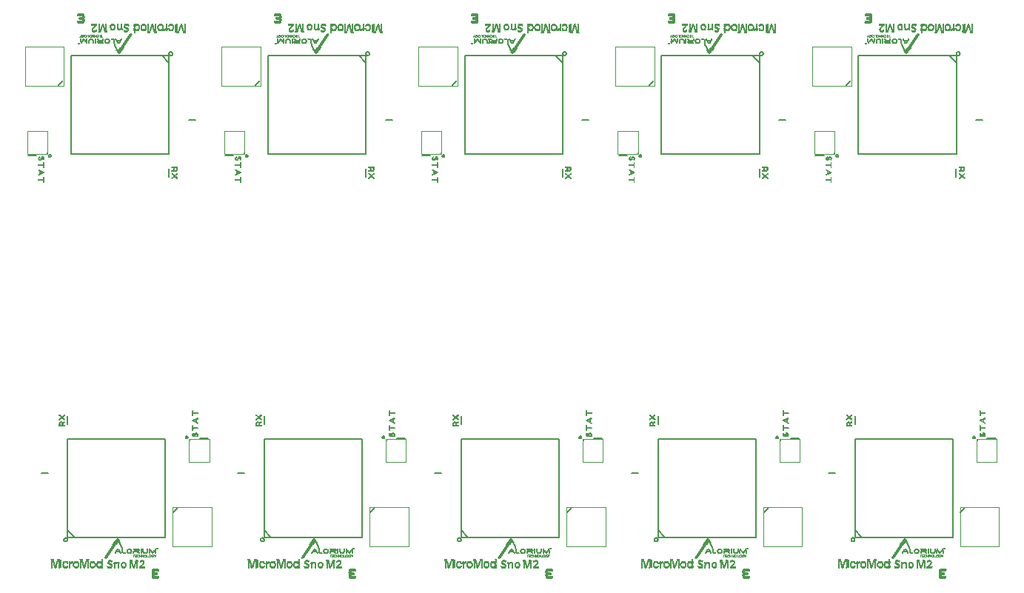
<source format=gto>
G04 EAGLE Gerber RS-274X export*
G75*
%MOMM*%
%FSLAX34Y34*%
%LPD*%
%INSilkscreen Top*%
%IPPOS*%
%AMOC8*
5,1,8,0,0,1.08239X$1,22.5*%
G01*
%ADD10R,0.039625X0.003044*%
%ADD11R,0.067050X0.003044*%
%ADD12R,0.085344X0.003050*%
%ADD13R,0.100581X0.003044*%
%ADD14R,0.112775X0.003044*%
%ADD15R,0.118869X0.003050*%
%ADD16R,0.128013X0.003044*%
%ADD17R,0.134112X0.003044*%
%ADD18R,0.140206X0.003050*%
%ADD19R,0.146300X0.003044*%
%ADD20R,0.152400X0.003044*%
%ADD21R,0.158494X0.003050*%
%ADD22R,0.161544X0.003044*%
%ADD23R,0.167637X0.003050*%
%ADD24R,0.173738X0.003044*%
%ADD25R,0.179831X0.003050*%
%ADD26R,0.185925X0.003044*%
%ADD27R,0.188975X0.003044*%
%ADD28R,0.192025X0.003050*%
%ADD29R,0.198119X0.003044*%
%ADD30R,0.201169X0.003044*%
%ADD31R,0.207263X0.003050*%
%ADD32R,0.207263X0.003044*%
%ADD33R,0.210306X0.003050*%
%ADD34R,0.216406X0.003044*%
%ADD35R,0.219456X0.003050*%
%ADD36R,0.225550X0.003044*%
%ADD37R,0.228600X0.003044*%
%ADD38R,0.228600X0.003050*%
%ADD39R,0.231644X0.003044*%
%ADD40R,0.237744X0.003044*%
%ADD41R,0.237744X0.003050*%
%ADD42R,0.240794X0.003044*%
%ADD43R,0.243838X0.003044*%
%ADD44R,0.246888X0.003050*%
%ADD45R,0.246888X0.003044*%
%ADD46R,0.249938X0.003050*%
%ADD47R,0.252981X0.003044*%
%ADD48R,0.256031X0.003044*%
%ADD49R,0.256031X0.003050*%
%ADD50R,0.259081X0.003044*%
%ADD51R,0.262125X0.003044*%
%ADD52R,0.262125X0.003050*%
%ADD53R,0.265175X0.003044*%
%ADD54R,0.268219X0.003050*%
%ADD55R,0.268219X0.003044*%
%ADD56R,0.271269X0.003050*%
%ADD57R,0.271269X0.003044*%
%ADD58R,0.274319X0.003050*%
%ADD59R,0.274319X0.003044*%
%ADD60R,0.277363X0.003044*%
%ADD61R,0.277369X0.003044*%
%ADD62R,0.277363X0.003050*%
%ADD63R,0.003050X0.003050*%
%ADD64R,0.003044X0.003050*%
%ADD65R,0.173738X0.003050*%
%ADD66R,0.021331X0.003044*%
%ADD67R,0.057913X0.003044*%
%ADD68R,0.021338X0.003044*%
%ADD69R,0.018288X0.003044*%
%ADD70R,0.027431X0.003044*%
%ADD71R,0.167637X0.003044*%
%ADD72R,0.082294X0.003044*%
%ADD73R,0.024381X0.003044*%
%ADD74R,0.204219X0.003044*%
%ADD75R,0.079244X0.003044*%
%ADD76R,0.277369X0.003050*%
%ADD77R,0.027431X0.003050*%
%ADD78R,0.173731X0.003050*%
%ADD79R,0.100581X0.003050*%
%ADD80R,0.030481X0.003050*%
%ADD81R,0.210313X0.003050*%
%ADD82R,0.097531X0.003050*%
%ADD83R,0.030475X0.003050*%
%ADD84R,0.033525X0.003044*%
%ADD85R,0.173731X0.003044*%
%ADD86R,0.115825X0.003044*%
%ADD87R,0.030481X0.003044*%
%ADD88R,0.210313X0.003044*%
%ADD89R,0.030475X0.003044*%
%ADD90R,0.033525X0.003050*%
%ADD91R,0.176781X0.003050*%
%ADD92R,0.128013X0.003050*%
%ADD93R,0.128019X0.003050*%
%ADD94R,0.213356X0.003050*%
%ADD95R,0.280413X0.003044*%
%ADD96R,0.176781X0.003044*%
%ADD97R,0.140206X0.003044*%
%ADD98R,0.036575X0.003044*%
%ADD99R,0.149350X0.003044*%
%ADD100R,0.039625X0.003050*%
%ADD101R,0.280419X0.003044*%
%ADD102R,0.042669X0.003044*%
%ADD103R,0.170688X0.003044*%
%ADD104R,0.204213X0.003044*%
%ADD105R,0.048763X0.003050*%
%ADD106R,0.079250X0.003050*%
%ADD107R,0.079244X0.003050*%
%ADD108R,0.045719X0.003050*%
%ADD109R,0.082294X0.003050*%
%ADD110R,0.067056X0.003044*%
%ADD111R,0.064006X0.003044*%
%ADD112R,0.048769X0.003044*%
%ADD113R,0.070100X0.003044*%
%ADD114R,0.039619X0.003044*%
%ADD115R,0.060956X0.003044*%
%ADD116R,0.054863X0.003044*%
%ADD117R,0.060963X0.003044*%
%ADD118R,0.283463X0.003050*%
%ADD119R,0.036575X0.003050*%
%ADD120R,0.057913X0.003050*%
%ADD121R,0.051813X0.003050*%
%ADD122R,0.054863X0.003050*%
%ADD123R,0.051813X0.003044*%
%ADD124R,0.051819X0.003044*%
%ADD125R,0.280413X0.003050*%
%ADD126R,0.048769X0.003050*%
%ADD127R,0.042669X0.003050*%
%ADD128R,0.283463X0.003044*%
%ADD129R,0.045719X0.003044*%
%ADD130R,0.012188X0.003050*%
%ADD131R,0.060956X0.003050*%
%ADD132R,0.067056X0.003050*%
%ADD133R,0.039619X0.003050*%
%ADD134R,0.286513X0.003050*%
%ADD135R,0.073150X0.003050*%
%ADD136R,0.286513X0.003044*%
%ADD137R,0.289556X0.003044*%
%ADD138R,0.289556X0.003050*%
%ADD139R,0.103631X0.003050*%
%ADD140R,0.109725X0.003044*%
%ADD141R,0.115825X0.003050*%
%ADD142R,0.286506X0.003044*%
%ADD143R,0.213356X0.003044*%
%ADD144R,0.292606X0.003044*%
%ADD145R,0.289563X0.003050*%
%ADD146R,0.112775X0.003050*%
%ADD147R,0.106675X0.003044*%
%ADD148R,0.097537X0.003044*%
%ADD149R,0.064006X0.003050*%
%ADD150R,0.289563X0.003044*%
%ADD151R,0.292606X0.003050*%
%ADD152R,0.076200X0.003050*%
%ADD153R,0.164587X0.003044*%
%ADD154R,0.085344X0.003044*%
%ADD155R,0.088394X0.003050*%
%ADD156R,0.295656X0.003044*%
%ADD157R,0.295650X0.003044*%
%ADD158R,0.295656X0.003050*%
%ADD159R,0.298700X0.003050*%
%ADD160R,0.298706X0.003044*%
%ADD161R,0.298700X0.003044*%
%ADD162R,0.073150X0.003044*%
%ADD163R,0.298706X0.003050*%
%ADD164R,0.301750X0.003050*%
%ADD165R,0.015238X0.003050*%
%ADD166R,0.048763X0.003044*%
%ADD167R,0.057906X0.003044*%
%ADD168R,0.051819X0.003050*%
%ADD169R,0.301750X0.003044*%
%ADD170R,0.060963X0.003050*%
%ADD171R,0.222500X0.003050*%
%ADD172R,0.164587X0.003050*%
%ADD173R,0.234694X0.003044*%
%ADD174R,0.304800X0.003044*%
%ADD175R,0.240788X0.003044*%
%ADD176R,0.164594X0.003044*%
%ADD177R,0.304800X0.003050*%
%ADD178R,0.155450X0.003050*%
%ADD179R,0.155444X0.003050*%
%ADD180R,0.152400X0.003050*%
%ADD181R,0.143256X0.003044*%
%ADD182R,0.146306X0.003044*%
%ADD183R,0.131062X0.003044*%
%ADD184R,0.137156X0.003044*%
%ADD185R,0.121919X0.003050*%
%ADD186R,0.124963X0.003050*%
%ADD187R,0.240788X0.003050*%
%ADD188R,0.094488X0.003050*%
%ADD189R,0.024381X0.003050*%
%ADD190R,0.088388X0.003050*%
%ADD191R,0.091438X0.003050*%
%ADD192R,0.097537X0.003050*%
%ADD193R,0.079250X0.003044*%
%ADD194R,0.307844X0.003044*%
%ADD195R,0.158494X0.003044*%
%ADD196R,0.015238X0.003044*%
%ADD197R,0.012194X0.003044*%
%ADD198R,0.307850X0.003050*%
%ADD199R,0.307844X0.003050*%
%ADD200R,0.307850X0.003044*%
%ADD201R,0.310894X0.003044*%
%ADD202R,0.310894X0.003050*%
%ADD203R,0.313944X0.003050*%
%ADD204R,0.313944X0.003044*%
%ADD205R,0.316988X0.003050*%
%ADD206R,0.316994X0.003050*%
%ADD207R,0.316994X0.003044*%
%ADD208R,0.316988X0.003044*%
%ADD209R,0.320038X0.003050*%
%ADD210R,0.320038X0.003044*%
%ADD211R,0.323088X0.003044*%
%ADD212R,0.323088X0.003050*%
%ADD213R,0.326138X0.003044*%
%ADD214R,0.070106X0.003044*%
%ADD215R,0.076200X0.003044*%
%ADD216R,0.338325X0.003044*%
%ADD217R,0.347469X0.003050*%
%ADD218R,0.338325X0.003050*%
%ADD219R,0.137156X0.003050*%
%ADD220R,0.326131X0.003044*%
%ADD221R,0.088394X0.003044*%
%ADD222R,0.353569X0.003044*%
%ADD223R,0.350519X0.003044*%
%ADD224R,0.088388X0.003044*%
%ADD225R,0.091438X0.003044*%
%ADD226R,0.359662X0.003050*%
%ADD227R,0.094488X0.003044*%
%ADD228R,0.368806X0.003044*%
%ADD229R,0.097531X0.003044*%
%ADD230R,0.371856X0.003044*%
%ADD231R,0.381000X0.003044*%
%ADD232R,0.326131X0.003050*%
%ADD233R,0.381000X0.003050*%
%ADD234R,0.387094X0.003050*%
%ADD235R,0.170688X0.003050*%
%ADD236R,0.103631X0.003044*%
%ADD237R,0.106681X0.003044*%
%ADD238R,0.384050X0.003044*%
%ADD239R,0.396238X0.003044*%
%ADD240R,0.121919X0.003044*%
%ADD241R,0.390144X0.003044*%
%ADD242R,0.405381X0.003044*%
%ADD243R,0.124963X0.003044*%
%ADD244R,0.109725X0.003050*%
%ADD245R,0.393188X0.003050*%
%ADD246R,0.414525X0.003050*%
%ADD247R,0.411481X0.003050*%
%ADD248R,0.106681X0.003050*%
%ADD249R,0.399288X0.003044*%
%ADD250R,0.420625X0.003044*%
%ADD251R,0.182881X0.003044*%
%ADD252R,0.115819X0.003044*%
%ADD253R,0.402338X0.003044*%
%ADD254R,0.426719X0.003044*%
%ADD255R,0.326138X0.003050*%
%ADD256R,0.402338X0.003050*%
%ADD257R,0.432813X0.003050*%
%ADD258R,0.146306X0.003050*%
%ADD259R,0.435863X0.003050*%
%ADD260R,0.188975X0.003050*%
%ADD261R,0.329181X0.003044*%
%ADD262R,0.118869X0.003044*%
%ADD263R,0.438913X0.003044*%
%ADD264R,0.441956X0.003044*%
%ADD265R,0.195069X0.003044*%
%ADD266R,0.408431X0.003050*%
%ADD267R,0.445006X0.003050*%
%ADD268R,0.448056X0.003050*%
%ADD269R,0.198119X0.003050*%
%ADD270R,0.411481X0.003044*%
%ADD271R,0.451100X0.003044*%
%ADD272R,0.454150X0.003044*%
%ADD273R,0.124969X0.003044*%
%ADD274R,0.414525X0.003044*%
%ADD275R,0.457200X0.003044*%
%ADD276R,0.460250X0.003044*%
%ADD277R,0.329181X0.003050*%
%ADD278R,0.124969X0.003050*%
%ADD279R,0.417575X0.003050*%
%ADD280R,0.463294X0.003050*%
%ADD281R,0.466344X0.003050*%
%ADD282R,0.417575X0.003044*%
%ADD283R,0.469394X0.003044*%
%ADD284R,0.472438X0.003044*%
%ADD285R,0.475488X0.003044*%
%ADD286R,0.332231X0.003050*%
%ADD287R,0.420625X0.003050*%
%ADD288R,0.481581X0.003050*%
%ADD289R,0.478538X0.003050*%
%ADD290R,0.487681X0.003044*%
%ADD291R,0.179831X0.003044*%
%ADD292R,0.484631X0.003044*%
%ADD293R,0.222500X0.003044*%
%ADD294R,0.420619X0.003044*%
%ADD295R,0.490725X0.003044*%
%ADD296R,0.131062X0.003050*%
%ADD297R,0.420619X0.003050*%
%ADD298R,0.493775X0.003050*%
%ADD299R,0.185925X0.003050*%
%ADD300R,0.496825X0.003050*%
%ADD301R,0.231650X0.003050*%
%ADD302R,0.332231X0.003044*%
%ADD303R,0.499869X0.003044*%
%ADD304R,0.496825X0.003044*%
%ADD305R,0.231650X0.003044*%
%ADD306R,0.505969X0.003044*%
%ADD307R,0.502919X0.003044*%
%ADD308R,0.505969X0.003050*%
%ADD309R,0.509012X0.003050*%
%ADD310R,0.512062X0.003044*%
%ADD311R,0.192019X0.003044*%
%ADD312R,0.518156X0.003050*%
%ADD313R,0.195069X0.003050*%
%ADD314R,0.515112X0.003050*%
%ADD315R,0.411475X0.003044*%
%ADD316R,0.518156X0.003044*%
%ADD317R,0.521206X0.003044*%
%ADD318R,0.249938X0.003044*%
%ADD319R,0.128019X0.003044*%
%ADD320R,0.408431X0.003044*%
%ADD321R,0.524256X0.003044*%
%ADD322R,0.335281X0.003050*%
%ADD323R,0.530350X0.003050*%
%ADD324R,0.527300X0.003050*%
%ADD325R,0.192025X0.003044*%
%ADD326R,0.204213X0.003050*%
%ADD327R,0.164594X0.003050*%
%ADD328R,0.268225X0.003050*%
%ADD329R,0.155450X0.003044*%
%ADD330R,0.155444X0.003044*%
%ADD331R,0.335281X0.003044*%
%ADD332R,0.335275X0.003050*%
%ADD333R,0.143256X0.003050*%
%ADD334R,0.146300X0.003050*%
%ADD335R,0.137162X0.003050*%
%ADD336R,0.137162X0.003044*%
%ADD337R,0.335275X0.003044*%
%ADD338R,0.134106X0.003044*%
%ADD339R,0.134112X0.003050*%
%ADD340R,0.457200X0.003050*%
%ADD341R,0.225550X0.003050*%
%ADD342R,0.231644X0.003050*%
%ADD343R,0.341375X0.003044*%
%ADD344R,0.445006X0.003044*%
%ADD345R,0.438913X0.003050*%
%ADD346R,0.115819X0.003050*%
%ADD347R,0.243838X0.003050*%
%ADD348R,0.432813X0.003044*%
%ADD349R,0.249931X0.003044*%
%ADD350R,0.426719X0.003050*%
%ADD351R,0.252981X0.003050*%
%ADD352R,0.259075X0.003044*%
%ADD353R,0.341375X0.003050*%
%ADD354R,0.405381X0.003050*%
%ADD355R,0.344419X0.003044*%
%ADD356R,0.344425X0.003044*%
%ADD357R,0.396238X0.003050*%
%ADD358R,0.609600X0.003050*%
%ADD359R,0.624838X0.003044*%
%ADD360R,0.633981X0.003050*%
%ADD361R,0.384044X0.003044*%
%ADD362R,0.640081X0.003044*%
%ADD363R,0.377950X0.003044*%
%ADD364R,0.646175X0.003044*%
%ADD365R,0.344419X0.003050*%
%ADD366R,0.374906X0.003050*%
%ADD367R,0.652269X0.003050*%
%ADD368R,0.655319X0.003044*%
%ADD369R,0.661413X0.003044*%
%ADD370R,0.344425X0.003050*%
%ADD371R,0.362712X0.003050*%
%ADD372R,0.106675X0.003050*%
%ADD373R,0.667506X0.003050*%
%ADD374R,0.359662X0.003044*%
%ADD375R,0.667513X0.003044*%
%ADD376R,0.356612X0.003044*%
%ADD377R,0.670556X0.003044*%
%ADD378R,0.350519X0.003050*%
%ADD379R,0.673606X0.003050*%
%ADD380R,0.347469X0.003044*%
%ADD381R,0.676656X0.003044*%
%ADD382R,0.676656X0.003050*%
%ADD383R,0.679700X0.003044*%
%ADD384R,0.679706X0.003050*%
%ADD385R,0.682750X0.003044*%
%ADD386R,0.682750X0.003050*%
%ADD387R,0.118875X0.003044*%
%ADD388R,0.353569X0.003050*%
%ADD389R,0.664463X0.003050*%
%ADD390R,0.658363X0.003044*%
%ADD391R,0.652269X0.003044*%
%ADD392R,0.353563X0.003050*%
%ADD393R,0.649225X0.003050*%
%ADD394R,0.633981X0.003044*%
%ADD395R,0.612644X0.003050*%
%ADD396R,0.356619X0.003050*%
%ADD397R,0.356612X0.003050*%
%ADD398R,0.249931X0.003050*%
%ADD399R,0.362712X0.003044*%
%ADD400R,0.240794X0.003050*%
%ADD401R,0.362706X0.003050*%
%ADD402R,0.234694X0.003050*%
%ADD403R,0.134106X0.003050*%
%ADD404R,0.697987X0.003050*%
%ADD405R,0.704088X0.003044*%
%ADD406R,0.362706X0.003044*%
%ADD407R,0.710181X0.003044*%
%ADD408R,0.365756X0.003050*%
%ADD409R,0.716281X0.003050*%
%ADD410R,0.515106X0.003044*%
%ADD411R,0.716275X0.003044*%
%ADD412R,0.219456X0.003044*%
%ADD413R,0.719325X0.003044*%
%ADD414R,0.365762X0.003050*%
%ADD415R,0.149350X0.003050*%
%ADD416R,0.719325X0.003050*%
%ADD417R,0.216406X0.003050*%
%ADD418R,0.365756X0.003044*%
%ADD419R,0.722375X0.003044*%
%ADD420R,0.496819X0.003044*%
%ADD421R,0.722375X0.003050*%
%ADD422R,0.365762X0.003044*%
%ADD423R,0.368806X0.003050*%
%ADD424R,0.484631X0.003050*%
%ADD425R,0.478531X0.003044*%
%ADD426R,0.463294X0.003044*%
%ADD427R,0.713231X0.003044*%
%ADD428R,0.451100X0.003050*%
%ADD429R,0.713231X0.003050*%
%ADD430R,0.435863X0.003044*%
%ADD431R,0.707131X0.003044*%
%ADD432R,0.429763X0.003050*%
%ADD433R,0.704088X0.003050*%
%ADD434R,0.423669X0.003044*%
%ADD435R,0.701037X0.003044*%
%ADD436R,0.697987X0.003044*%
%ADD437R,0.694944X0.003050*%
%ADD438R,0.691894X0.003044*%
%ADD439R,0.371856X0.003050*%
%ADD440R,0.685800X0.003050*%
%ADD441R,0.374900X0.003044*%
%ADD442R,0.673606X0.003044*%
%ADD443R,0.667513X0.003050*%
%ADD444R,0.643125X0.003050*%
%ADD445R,0.201163X0.003044*%
%ADD446R,0.591306X0.003044*%
%ADD447R,0.374900X0.003050*%
%ADD448R,0.566925X0.003050*%
%ADD449R,0.006094X0.003050*%
%ADD450R,0.021338X0.003050*%
%ADD451R,0.018288X0.003050*%
%ADD452R,0.374906X0.003044*%
%ADD453R,0.377950X0.003050*%
%ADD454R,0.384044X0.003050*%
%ADD455R,0.384050X0.003050*%
%ADD456R,0.387094X0.003044*%
%ADD457R,0.390144X0.003050*%
%ADD458R,0.393188X0.003044*%
%ADD459R,0.393194X0.003050*%
%ADD460R,0.182875X0.003050*%
%ADD461R,0.393194X0.003044*%
%ADD462R,0.182875X0.003044*%
%ADD463R,0.399288X0.003050*%
%ADD464R,0.402331X0.003044*%
%ADD465R,0.402331X0.003050*%
%ADD466R,0.201163X0.003050*%
%ADD467R,0.201169X0.003050*%
%ADD468R,0.204219X0.003050*%
%ADD469R,0.411475X0.003050*%
%ADD470R,0.210306X0.003044*%
%ADD471R,0.213363X0.003044*%
%ADD472R,0.213363X0.003050*%
%ADD473R,0.219450X0.003044*%
%ADD474R,0.222506X0.003044*%
%ADD475R,0.423669X0.003050*%
%ADD476R,0.429769X0.003050*%
%ADD477R,0.429769X0.003044*%
%ADD478R,0.429763X0.003044*%
%ADD479R,0.432819X0.003050*%
%ADD480R,0.438906X0.003044*%
%ADD481R,0.441963X0.003050*%
%ADD482R,0.441956X0.003050*%
%ADD483R,0.441963X0.003044*%
%ADD484R,0.448056X0.003044*%
%ADD485R,0.448050X0.003044*%
%ADD486R,0.451106X0.003044*%
%ADD487R,0.688844X0.003044*%
%ADD488R,0.679706X0.003044*%
%ADD489R,0.658369X0.003050*%
%ADD490R,0.643125X0.003044*%
%ADD491R,0.640081X0.003050*%
%ADD492R,0.637031X0.003044*%
%ADD493R,0.630931X0.003050*%
%ADD494R,0.630931X0.003044*%
%ADD495R,0.624838X0.003050*%
%ADD496R,0.621794X0.003044*%
%ADD497R,0.615694X0.003044*%
%ADD498R,0.615694X0.003050*%
%ADD499R,0.609600X0.003044*%
%ADD500R,0.606550X0.003044*%
%ADD501R,0.603500X0.003050*%
%ADD502R,0.600456X0.003044*%
%ADD503R,0.597406X0.003044*%
%ADD504R,0.594356X0.003050*%
%ADD505R,0.588263X0.003050*%
%ADD506R,0.585213X0.003044*%
%ADD507R,0.582169X0.003044*%
%ADD508R,0.579119X0.003050*%
%ADD509R,0.573019X0.003044*%
%ADD510R,0.569975X0.003050*%
%ADD511R,0.563881X0.003044*%
%ADD512R,0.557781X0.003050*%
%ADD513R,0.557781X0.003044*%
%ADD514R,0.551687X0.003050*%
%ADD515R,0.548638X0.003044*%
%ADD516R,0.545594X0.003044*%
%ADD517R,0.542544X0.003050*%
%ADD518R,0.536450X0.003044*%
%ADD519R,0.533400X0.003050*%
%ADD520R,0.530350X0.003044*%
%ADD521R,0.527300X0.003044*%
%ADD522R,0.521206X0.003050*%
%ADD523R,0.512062X0.003050*%
%ADD524R,0.509012X0.003044*%
%ADD525R,0.493775X0.003044*%
%ADD526R,0.487681X0.003050*%
%ADD527R,0.481581X0.003044*%
%ADD528R,0.478538X0.003044*%
%ADD529R,0.475488X0.003050*%
%ADD530R,0.466344X0.003044*%
%ADD531R,0.190500X0.012700*%
%ADD532R,0.177800X0.012700*%
%ADD533R,0.203200X0.012700*%
%ADD534R,0.165100X0.012700*%
%ADD535R,0.152400X0.012700*%
%ADD536R,0.266700X0.012700*%
%ADD537R,0.254000X0.012700*%
%ADD538R,0.241300X0.012700*%
%ADD539R,0.114300X0.012700*%
%ADD540R,0.330200X0.012700*%
%ADD541R,0.304800X0.012700*%
%ADD542R,0.317500X0.012700*%
%ADD543R,0.292100X0.012700*%
%ADD544R,0.622300X0.012700*%
%ADD545R,0.368300X0.012700*%
%ADD546R,0.215900X0.012700*%
%ADD547R,0.355600X0.012700*%
%ADD548R,0.342900X0.012700*%
%ADD549R,0.381000X0.012700*%
%ADD550R,0.635000X0.012700*%
%ADD551R,0.406400X0.012700*%
%ADD552R,0.393700X0.012700*%
%ADD553R,0.584200X0.012700*%
%ADD554R,0.431800X0.012700*%
%ADD555R,0.444500X0.012700*%
%ADD556R,0.609600X0.012700*%
%ADD557R,0.482600X0.012700*%
%ADD558R,0.469900X0.012700*%
%ADD559R,0.457200X0.012700*%
%ADD560R,0.228600X0.012700*%
%ADD561R,0.495300X0.012700*%
%ADD562R,0.508000X0.012700*%
%ADD563R,0.520700X0.012700*%
%ADD564R,0.647700X0.012700*%
%ADD565R,0.546100X0.012700*%
%ADD566R,0.660400X0.012700*%
%ADD567R,0.533400X0.012700*%
%ADD568R,0.558800X0.012700*%
%ADD569R,0.571500X0.012700*%
%ADD570R,0.673100X0.012700*%
%ADD571R,0.279400X0.012700*%
%ADD572R,0.596900X0.012700*%
%ADD573R,0.685800X0.012700*%
%ADD574R,0.127000X0.012700*%
%ADD575R,0.088900X0.012700*%
%ADD576R,0.050800X0.012700*%
%ADD577R,0.025400X0.012700*%
%ADD578R,0.139700X0.012700*%
%ADD579R,0.419100X0.012700*%
%ADD580R,0.012700X0.012700*%
%ADD581R,0.038100X0.012700*%
%ADD582R,0.076200X0.012700*%
%ADD583R,0.101600X0.012700*%
%ADD584R,0.063500X0.012700*%
%ADD585C,0.127000*%
%ADD586C,0.203200*%
%ADD587R,0.640000X0.040000*%
%ADD588R,0.800000X0.040000*%
%ADD589R,0.840000X0.040000*%
%ADD590R,0.280000X0.040000*%
%ADD591R,0.600000X0.040000*%
%ADD592R,0.680000X0.040000*%
%ADD593R,0.760000X0.040000*%
%ADD594C,0.050000*%
%ADD595C,0.101600*%

G36*
X175473Y491977D02*
X175473Y491977D01*
X175479Y491972D01*
X175979Y492072D01*
X175984Y492077D01*
X175988Y492074D01*
X176488Y492274D01*
X176489Y492277D01*
X176491Y492276D01*
X176891Y492476D01*
X176897Y492486D01*
X176904Y492485D01*
X177304Y492885D01*
X177305Y492890D01*
X177309Y492890D01*
X177609Y493290D01*
X177609Y493300D01*
X177615Y493302D01*
X177815Y493802D01*
X177813Y493808D01*
X177818Y493810D01*
X178018Y494810D01*
X178016Y494813D01*
X178017Y494814D01*
X178015Y494817D01*
X178019Y494820D01*
X178019Y496920D01*
X178011Y496931D01*
X178015Y496938D01*
X177815Y497438D01*
X177794Y497451D01*
X177791Y497464D01*
X177391Y497664D01*
X177376Y497661D01*
X177369Y497669D01*
X171769Y497669D01*
X171764Y497665D01*
X171760Y497668D01*
X171260Y497568D01*
X171259Y497567D01*
X171257Y497568D01*
X170857Y497468D01*
X170830Y497434D01*
X170821Y497430D01*
X170721Y496930D01*
X170726Y496919D01*
X170721Y496913D01*
X170821Y496213D01*
X170832Y496202D01*
X170828Y496193D01*
X171028Y495893D01*
X171054Y495884D01*
X171060Y495872D01*
X171560Y495772D01*
X171566Y495775D01*
X171569Y495771D01*
X172543Y495771D01*
X172720Y495505D01*
X172720Y494450D01*
X172149Y494165D01*
X170950Y493665D01*
X170941Y493650D01*
X170930Y493650D01*
X170630Y493250D01*
X170630Y493221D01*
X170621Y493210D01*
X170721Y492710D01*
X170734Y492699D01*
X170731Y492689D01*
X171131Y492189D01*
X171142Y492187D01*
X171142Y492179D01*
X171442Y491979D01*
X171469Y491981D01*
X171479Y491972D01*
X171979Y492072D01*
X171982Y492075D01*
X171985Y492073D01*
X172285Y492173D01*
X172288Y492178D01*
X172291Y492176D01*
X173281Y492671D01*
X173553Y492671D01*
X173940Y492381D01*
X173949Y492381D01*
X173951Y492374D01*
X174451Y492174D01*
X174456Y492176D01*
X174457Y492172D01*
X174857Y492072D01*
X174860Y492073D01*
X174861Y492071D01*
X175461Y491971D01*
X175473Y491977D01*
G37*
G36*
X1075801Y491977D02*
X1075801Y491977D01*
X1075807Y491972D01*
X1076307Y492072D01*
X1076312Y492077D01*
X1076316Y492074D01*
X1076816Y492274D01*
X1076818Y492277D01*
X1076820Y492276D01*
X1077220Y492476D01*
X1077225Y492486D01*
X1077233Y492485D01*
X1077633Y492885D01*
X1077633Y492890D01*
X1077637Y492890D01*
X1077937Y493290D01*
X1077937Y493300D01*
X1077944Y493302D01*
X1078144Y493802D01*
X1078142Y493808D01*
X1078146Y493810D01*
X1078346Y494810D01*
X1078345Y494813D01*
X1078345Y494814D01*
X1078343Y494817D01*
X1078347Y494820D01*
X1078347Y496920D01*
X1078339Y496931D01*
X1078344Y496938D01*
X1078144Y497438D01*
X1078122Y497451D01*
X1078120Y497464D01*
X1077720Y497664D01*
X1077704Y497661D01*
X1077698Y497669D01*
X1072098Y497669D01*
X1072092Y497665D01*
X1072088Y497668D01*
X1071588Y497568D01*
X1071587Y497567D01*
X1071586Y497568D01*
X1071186Y497468D01*
X1071159Y497434D01*
X1071150Y497430D01*
X1071050Y496930D01*
X1071055Y496919D01*
X1071049Y496913D01*
X1071149Y496213D01*
X1071160Y496202D01*
X1071157Y496193D01*
X1071357Y495893D01*
X1071382Y495884D01*
X1071388Y495872D01*
X1071888Y495772D01*
X1071895Y495775D01*
X1071898Y495771D01*
X1072871Y495771D01*
X1073049Y495505D01*
X1073049Y494450D01*
X1072477Y494165D01*
X1071279Y493665D01*
X1071270Y493650D01*
X1071258Y493650D01*
X1070958Y493250D01*
X1070959Y493221D01*
X1070950Y493210D01*
X1071050Y492710D01*
X1071062Y492699D01*
X1071059Y492689D01*
X1071459Y492189D01*
X1071470Y492187D01*
X1071471Y492179D01*
X1071771Y491979D01*
X1071797Y491981D01*
X1071807Y491972D01*
X1072307Y492072D01*
X1072311Y492075D01*
X1072313Y492073D01*
X1072613Y492173D01*
X1072616Y492178D01*
X1072620Y492176D01*
X1073609Y492671D01*
X1073881Y492671D01*
X1074268Y492381D01*
X1074278Y492381D01*
X1074280Y492374D01*
X1074780Y492174D01*
X1074784Y492176D01*
X1074786Y492172D01*
X1075186Y492072D01*
X1075189Y492073D01*
X1075190Y492071D01*
X1075790Y491971D01*
X1075801Y491977D01*
G37*
G36*
X625637Y491977D02*
X625637Y491977D01*
X625643Y491972D01*
X626143Y492072D01*
X626148Y492077D01*
X626152Y492074D01*
X626652Y492274D01*
X626654Y492277D01*
X626656Y492276D01*
X627056Y492476D01*
X627061Y492486D01*
X627068Y492485D01*
X627468Y492885D01*
X627469Y492890D01*
X627473Y492890D01*
X627773Y493290D01*
X627773Y493300D01*
X627779Y493302D01*
X627979Y493802D01*
X627978Y493808D01*
X627982Y493810D01*
X628182Y494810D01*
X628180Y494813D01*
X628181Y494814D01*
X628179Y494817D01*
X628183Y494820D01*
X628183Y496920D01*
X628175Y496931D01*
X628179Y496938D01*
X627979Y497438D01*
X627958Y497451D01*
X627956Y497464D01*
X627556Y497664D01*
X627540Y497661D01*
X627534Y497669D01*
X621934Y497669D01*
X621928Y497665D01*
X621924Y497668D01*
X621424Y497568D01*
X621423Y497567D01*
X621422Y497568D01*
X621022Y497468D01*
X620995Y497434D01*
X620985Y497430D01*
X620885Y496930D01*
X620891Y496919D01*
X620885Y496913D01*
X620985Y496213D01*
X620996Y496202D01*
X620993Y496193D01*
X621193Y495893D01*
X621218Y495884D01*
X621224Y495872D01*
X621724Y495772D01*
X621730Y495775D01*
X621734Y495771D01*
X622707Y495771D01*
X622884Y495505D01*
X622884Y494450D01*
X622313Y494165D01*
X621115Y493665D01*
X621105Y493650D01*
X621094Y493650D01*
X620794Y493250D01*
X620794Y493221D01*
X620785Y493210D01*
X620885Y492710D01*
X620898Y492699D01*
X620895Y492689D01*
X621295Y492189D01*
X621306Y492187D01*
X621306Y492179D01*
X621606Y491979D01*
X621633Y491981D01*
X621643Y491972D01*
X622143Y492072D01*
X622146Y492075D01*
X622149Y492073D01*
X622449Y492173D01*
X622452Y492178D01*
X622456Y492176D01*
X623445Y492671D01*
X623717Y492671D01*
X624104Y492381D01*
X624114Y492381D01*
X624115Y492374D01*
X624615Y492174D01*
X624620Y492176D01*
X624622Y492172D01*
X625022Y492072D01*
X625024Y492073D01*
X625026Y492071D01*
X625626Y491971D01*
X625637Y491977D01*
G37*
G36*
X850732Y491977D02*
X850732Y491977D01*
X850738Y491972D01*
X851238Y492072D01*
X851243Y492077D01*
X851247Y492074D01*
X851747Y492274D01*
X851748Y492277D01*
X851750Y492276D01*
X852150Y492476D01*
X852156Y492486D01*
X852163Y492485D01*
X852563Y492885D01*
X852564Y492890D01*
X852568Y492890D01*
X852868Y493290D01*
X852868Y493300D01*
X852874Y493302D01*
X853074Y493802D01*
X853072Y493808D01*
X853077Y493810D01*
X853277Y494810D01*
X853275Y494813D01*
X853276Y494814D01*
X853274Y494817D01*
X853278Y494820D01*
X853278Y496920D01*
X853270Y496931D01*
X853274Y496938D01*
X853074Y497438D01*
X853053Y497451D01*
X853050Y497464D01*
X852650Y497664D01*
X852635Y497661D01*
X852628Y497669D01*
X847028Y497669D01*
X847023Y497665D01*
X847019Y497668D01*
X846519Y497568D01*
X846518Y497567D01*
X846516Y497568D01*
X846116Y497468D01*
X846089Y497434D01*
X846080Y497430D01*
X845980Y496930D01*
X845985Y496919D01*
X845980Y496913D01*
X846080Y496213D01*
X846091Y496202D01*
X846087Y496193D01*
X846287Y495893D01*
X846313Y495884D01*
X846319Y495872D01*
X846819Y495772D01*
X846825Y495775D01*
X846828Y495771D01*
X847802Y495771D01*
X847979Y495505D01*
X847979Y494450D01*
X847408Y494165D01*
X846209Y493665D01*
X846200Y493650D01*
X846189Y493650D01*
X845889Y493250D01*
X845889Y493221D01*
X845880Y493210D01*
X845980Y492710D01*
X845993Y492699D01*
X845990Y492689D01*
X846390Y492189D01*
X846401Y492187D01*
X846401Y492179D01*
X846701Y491979D01*
X846728Y491981D01*
X846738Y491972D01*
X847238Y492072D01*
X847241Y492075D01*
X847244Y492073D01*
X847544Y492173D01*
X847547Y492178D01*
X847550Y492176D01*
X848540Y492671D01*
X848812Y492671D01*
X849199Y492381D01*
X849208Y492381D01*
X849210Y492374D01*
X849710Y492174D01*
X849715Y492176D01*
X849716Y492172D01*
X850116Y492072D01*
X850119Y492073D01*
X850120Y492071D01*
X850720Y491971D01*
X850732Y491977D01*
G37*
G36*
X400567Y491977D02*
X400567Y491977D01*
X400574Y491972D01*
X401074Y492072D01*
X401078Y492077D01*
X401082Y492074D01*
X401582Y492274D01*
X401584Y492277D01*
X401586Y492276D01*
X401986Y492476D01*
X401991Y492486D01*
X401999Y492485D01*
X402399Y492885D01*
X402400Y492890D01*
X402404Y492890D01*
X402704Y493290D01*
X402704Y493300D01*
X402710Y493302D01*
X402910Y493802D01*
X402908Y493808D01*
X402912Y493810D01*
X403112Y494810D01*
X403111Y494813D01*
X403112Y494814D01*
X403109Y494817D01*
X403113Y494820D01*
X403113Y496920D01*
X403105Y496931D01*
X403110Y496938D01*
X402910Y497438D01*
X402889Y497451D01*
X402886Y497464D01*
X402486Y497664D01*
X402470Y497661D01*
X402464Y497669D01*
X396864Y497669D01*
X396858Y497665D01*
X396855Y497668D01*
X396355Y497568D01*
X396353Y497567D01*
X396352Y497568D01*
X395952Y497468D01*
X395925Y497434D01*
X395916Y497430D01*
X395816Y496930D01*
X395821Y496919D01*
X395815Y496913D01*
X395915Y496213D01*
X395927Y496202D01*
X395923Y496193D01*
X396123Y495893D01*
X396149Y495884D01*
X396155Y495872D01*
X396655Y495772D01*
X396661Y495775D01*
X396664Y495771D01*
X397638Y495771D01*
X397815Y495505D01*
X397815Y494450D01*
X397244Y494165D01*
X396045Y493665D01*
X396036Y493650D01*
X396025Y493650D01*
X395725Y493250D01*
X395725Y493221D01*
X395716Y493210D01*
X395816Y492710D01*
X395828Y492699D01*
X395826Y492689D01*
X396226Y492189D01*
X396236Y492187D01*
X396237Y492179D01*
X396537Y491979D01*
X396564Y491981D01*
X396574Y491972D01*
X397074Y492072D01*
X397077Y492075D01*
X397080Y492073D01*
X397380Y492173D01*
X397383Y492178D01*
X397386Y492176D01*
X398376Y492671D01*
X398648Y492671D01*
X399035Y492381D01*
X399044Y492381D01*
X399046Y492374D01*
X399546Y492174D01*
X399551Y492176D01*
X399552Y492172D01*
X399952Y492072D01*
X399955Y492073D01*
X399956Y492071D01*
X400556Y491971D01*
X400567Y491977D01*
G37*
G36*
X273295Y200835D02*
X273295Y200835D01*
X273299Y200832D01*
X273799Y200932D01*
X273800Y200933D01*
X273801Y200932D01*
X274201Y201032D01*
X274228Y201066D01*
X274238Y201070D01*
X274338Y201570D01*
X274332Y201581D01*
X274338Y201587D01*
X274238Y202287D01*
X274227Y202298D01*
X274230Y202307D01*
X274030Y202607D01*
X274005Y202616D01*
X273999Y202628D01*
X273499Y202728D01*
X273493Y202725D01*
X273489Y202729D01*
X272516Y202729D01*
X272339Y202995D01*
X272339Y204050D01*
X272910Y204335D01*
X274108Y204835D01*
X274118Y204850D01*
X274129Y204850D01*
X274429Y205250D01*
X274429Y205279D01*
X274438Y205290D01*
X274338Y205790D01*
X274325Y205801D01*
X274328Y205811D01*
X273928Y206311D01*
X273917Y206313D01*
X273917Y206321D01*
X273617Y206521D01*
X273590Y206519D01*
X273580Y206528D01*
X273080Y206428D01*
X273077Y206425D01*
X273074Y206427D01*
X272774Y206327D01*
X272771Y206322D01*
X272767Y206324D01*
X271778Y205829D01*
X271506Y205829D01*
X271119Y206119D01*
X271109Y206119D01*
X271108Y206126D01*
X270608Y206326D01*
X270603Y206324D01*
X270601Y206328D01*
X270201Y206428D01*
X270199Y206427D01*
X270198Y206429D01*
X269598Y206529D01*
X269586Y206523D01*
X269580Y206528D01*
X269080Y206428D01*
X269075Y206423D01*
X269071Y206426D01*
X268571Y206226D01*
X268570Y206223D01*
X268567Y206224D01*
X268167Y206024D01*
X268162Y206014D01*
X268155Y206015D01*
X267755Y205615D01*
X267754Y205610D01*
X267750Y205610D01*
X267450Y205210D01*
X267450Y205200D01*
X267444Y205198D01*
X267244Y204698D01*
X267245Y204692D01*
X267241Y204690D01*
X267041Y203690D01*
X267044Y203683D01*
X267040Y203680D01*
X267040Y201580D01*
X267048Y201569D01*
X267044Y201562D01*
X267244Y201062D01*
X267265Y201049D01*
X267267Y201036D01*
X267667Y200836D01*
X267683Y200839D01*
X267689Y200831D01*
X273289Y200831D01*
X273295Y200835D01*
G37*
G36*
X723459Y200835D02*
X723459Y200835D01*
X723463Y200832D01*
X723963Y200932D01*
X723964Y200933D01*
X723966Y200932D01*
X724366Y201032D01*
X724393Y201066D01*
X724402Y201070D01*
X724502Y201570D01*
X724497Y201581D01*
X724502Y201587D01*
X724402Y202287D01*
X724391Y202298D01*
X724395Y202307D01*
X724195Y202607D01*
X724169Y202616D01*
X724163Y202628D01*
X723663Y202728D01*
X723657Y202725D01*
X723654Y202729D01*
X722680Y202729D01*
X722503Y202995D01*
X722503Y204050D01*
X723074Y204335D01*
X724273Y204835D01*
X724282Y204850D01*
X724293Y204850D01*
X724593Y205250D01*
X724593Y205279D01*
X724602Y205290D01*
X724502Y205790D01*
X724490Y205801D01*
X724492Y205811D01*
X724092Y206311D01*
X724081Y206313D01*
X724081Y206321D01*
X723781Y206521D01*
X723754Y206519D01*
X723744Y206528D01*
X723244Y206428D01*
X723241Y206425D01*
X723238Y206427D01*
X722938Y206327D01*
X722935Y206322D01*
X722932Y206324D01*
X721942Y205829D01*
X721670Y205829D01*
X721283Y206119D01*
X721274Y206119D01*
X721272Y206126D01*
X720772Y206326D01*
X720767Y206324D01*
X720766Y206328D01*
X720366Y206428D01*
X720363Y206427D01*
X720362Y206429D01*
X719762Y206529D01*
X719750Y206523D01*
X719744Y206528D01*
X719244Y206428D01*
X719239Y206423D01*
X719235Y206426D01*
X718735Y206226D01*
X718734Y206223D01*
X718732Y206224D01*
X718332Y206024D01*
X718326Y206014D01*
X718319Y206015D01*
X717919Y205615D01*
X717918Y205610D01*
X717914Y205610D01*
X717614Y205210D01*
X717614Y205200D01*
X717608Y205198D01*
X717408Y204698D01*
X717410Y204692D01*
X717405Y204690D01*
X717205Y203690D01*
X717208Y203683D01*
X717204Y203680D01*
X717204Y201580D01*
X717212Y201569D01*
X717208Y201562D01*
X717408Y201062D01*
X717429Y201049D01*
X717432Y201036D01*
X717832Y200836D01*
X717847Y200839D01*
X717854Y200831D01*
X723454Y200831D01*
X723459Y200835D01*
G37*
G36*
X48226Y200835D02*
X48226Y200835D01*
X48230Y200832D01*
X48730Y200932D01*
X48731Y200933D01*
X48732Y200932D01*
X49132Y201032D01*
X49159Y201066D01*
X49168Y201070D01*
X49268Y201570D01*
X49263Y201581D01*
X49269Y201587D01*
X49169Y202287D01*
X49158Y202298D01*
X49161Y202307D01*
X48961Y202607D01*
X48936Y202616D01*
X48930Y202628D01*
X48430Y202728D01*
X48423Y202725D01*
X48420Y202729D01*
X47446Y202729D01*
X47269Y202995D01*
X47269Y204050D01*
X47841Y204335D01*
X49039Y204835D01*
X49048Y204850D01*
X49059Y204850D01*
X49359Y205250D01*
X49359Y205279D01*
X49368Y205290D01*
X49268Y205790D01*
X49256Y205801D01*
X49258Y205811D01*
X48858Y206311D01*
X48848Y206313D01*
X48847Y206321D01*
X48547Y206521D01*
X48520Y206519D01*
X48510Y206528D01*
X48010Y206428D01*
X48007Y206425D01*
X48004Y206427D01*
X47704Y206327D01*
X47701Y206322D01*
X47698Y206324D01*
X46708Y205829D01*
X46436Y205829D01*
X46050Y206119D01*
X46040Y206119D01*
X46038Y206126D01*
X45538Y206326D01*
X45533Y206324D01*
X45532Y206328D01*
X45132Y206428D01*
X45129Y206427D01*
X45128Y206429D01*
X44528Y206529D01*
X44517Y206523D01*
X44510Y206528D01*
X44010Y206428D01*
X44006Y206423D01*
X44002Y206426D01*
X43502Y206226D01*
X43500Y206223D01*
X43498Y206224D01*
X43098Y206024D01*
X43093Y206014D01*
X43085Y206015D01*
X42685Y205615D01*
X42684Y205610D01*
X42681Y205610D01*
X42381Y205210D01*
X42381Y205200D01*
X42374Y205198D01*
X42174Y204698D01*
X42176Y204692D01*
X42172Y204690D01*
X41972Y203690D01*
X41975Y203683D01*
X41971Y203680D01*
X41971Y201580D01*
X41979Y201569D01*
X41974Y201562D01*
X42174Y201062D01*
X42196Y201049D01*
X42198Y201036D01*
X42598Y200836D01*
X42614Y200839D01*
X42620Y200831D01*
X48220Y200831D01*
X48226Y200835D01*
G37*
G36*
X948554Y200835D02*
X948554Y200835D01*
X948558Y200832D01*
X949058Y200932D01*
X949059Y200933D01*
X949060Y200932D01*
X949460Y201032D01*
X949487Y201066D01*
X949497Y201070D01*
X949597Y201570D01*
X949591Y201581D01*
X949597Y201587D01*
X949497Y202287D01*
X949486Y202298D01*
X949489Y202307D01*
X949289Y202607D01*
X949264Y202616D01*
X949258Y202628D01*
X948758Y202728D01*
X948752Y202725D01*
X948748Y202729D01*
X947775Y202729D01*
X947598Y202995D01*
X947598Y204050D01*
X948169Y204335D01*
X949367Y204835D01*
X949377Y204850D01*
X949388Y204850D01*
X949688Y205250D01*
X949688Y205279D01*
X949697Y205290D01*
X949597Y205790D01*
X949584Y205801D01*
X949587Y205811D01*
X949187Y206311D01*
X949176Y206313D01*
X949176Y206321D01*
X948876Y206521D01*
X948849Y206519D01*
X948839Y206528D01*
X948339Y206428D01*
X948336Y206425D01*
X948333Y206427D01*
X948033Y206327D01*
X948030Y206322D01*
X948026Y206324D01*
X947037Y205829D01*
X946765Y205829D01*
X946378Y206119D01*
X946368Y206119D01*
X946367Y206126D01*
X945867Y206326D01*
X945862Y206324D01*
X945860Y206328D01*
X945460Y206428D01*
X945458Y206427D01*
X945457Y206429D01*
X944857Y206529D01*
X944845Y206523D01*
X944839Y206528D01*
X944339Y206428D01*
X944334Y206423D01*
X944330Y206426D01*
X943830Y206226D01*
X943829Y206223D01*
X943826Y206224D01*
X943426Y206024D01*
X943421Y206014D01*
X943414Y206015D01*
X943014Y205615D01*
X943013Y205610D01*
X943009Y205610D01*
X942709Y205210D01*
X942709Y205200D01*
X942703Y205198D01*
X942503Y204698D01*
X942504Y204692D01*
X942500Y204690D01*
X942300Y203690D01*
X942303Y203683D01*
X942299Y203680D01*
X942299Y201580D01*
X942307Y201569D01*
X942303Y201562D01*
X942503Y201062D01*
X942524Y201049D01*
X942526Y201036D01*
X942926Y200836D01*
X942942Y200839D01*
X942948Y200831D01*
X948548Y200831D01*
X948554Y200835D01*
G37*
G36*
X498390Y200835D02*
X498390Y200835D01*
X498394Y200832D01*
X498894Y200932D01*
X498895Y200933D01*
X498896Y200932D01*
X499296Y201032D01*
X499323Y201066D01*
X499332Y201070D01*
X499432Y201570D01*
X499427Y201581D01*
X499433Y201587D01*
X499333Y202287D01*
X499322Y202298D01*
X499325Y202307D01*
X499125Y202607D01*
X499100Y202616D01*
X499094Y202628D01*
X498594Y202728D01*
X498587Y202725D01*
X498584Y202729D01*
X497611Y202729D01*
X497433Y202995D01*
X497433Y204050D01*
X498005Y204335D01*
X499203Y204835D01*
X499212Y204850D01*
X499224Y204850D01*
X499524Y205250D01*
X499523Y205279D01*
X499532Y205290D01*
X499432Y205790D01*
X499420Y205801D01*
X499423Y205811D01*
X499023Y206311D01*
X499012Y206313D01*
X499012Y206321D01*
X498712Y206521D01*
X498685Y206519D01*
X498675Y206528D01*
X498175Y206428D01*
X498171Y206425D01*
X498169Y206427D01*
X497869Y206327D01*
X497866Y206322D01*
X497862Y206324D01*
X496873Y205829D01*
X496601Y205829D01*
X496214Y206119D01*
X496204Y206119D01*
X496202Y206126D01*
X495702Y206326D01*
X495698Y206324D01*
X495696Y206328D01*
X495296Y206428D01*
X495293Y206427D01*
X495292Y206429D01*
X494692Y206529D01*
X494681Y206523D01*
X494675Y206528D01*
X494175Y206428D01*
X494170Y206423D01*
X494166Y206426D01*
X493666Y206226D01*
X493664Y206223D01*
X493662Y206224D01*
X493262Y206024D01*
X493257Y206014D01*
X493249Y206015D01*
X492849Y205615D01*
X492849Y205610D01*
X492845Y205610D01*
X492545Y205210D01*
X492545Y205200D01*
X492538Y205198D01*
X492338Y204698D01*
X492340Y204692D01*
X492336Y204690D01*
X492136Y203690D01*
X492139Y203683D01*
X492135Y203680D01*
X492135Y201580D01*
X492143Y201569D01*
X492138Y201562D01*
X492338Y201062D01*
X492360Y201049D01*
X492362Y201036D01*
X492762Y200836D01*
X492778Y200839D01*
X492784Y200831D01*
X498384Y200831D01*
X498390Y200835D01*
G37*
G36*
X177581Y483872D02*
X177581Y483872D01*
X177595Y483890D01*
X177608Y483889D01*
X178008Y484389D01*
X178008Y484397D01*
X178009Y484397D01*
X178013Y484398D01*
X178213Y484798D01*
X178208Y484830D01*
X178213Y484842D01*
X178013Y485242D01*
X178003Y485247D01*
X178004Y485255D01*
X177604Y485655D01*
X177600Y485655D01*
X177600Y485658D01*
X176005Y486954D01*
X175737Y487312D01*
X177601Y488882D01*
X177602Y488886D01*
X177604Y488885D01*
X178004Y489285D01*
X178006Y489297D01*
X178013Y489298D01*
X178213Y489698D01*
X178210Y489715D01*
X178212Y489717D01*
X178209Y489720D01*
X178208Y489730D01*
X178213Y489742D01*
X178013Y490142D01*
X178003Y490147D01*
X178004Y490155D01*
X177504Y490655D01*
X177488Y490657D01*
X177485Y490667D01*
X177185Y490767D01*
X177178Y490764D01*
X177161Y490764D01*
X177153Y490758D01*
X177144Y490762D01*
X176644Y490462D01*
X176641Y490456D01*
X176637Y490457D01*
X174738Y488758D01*
X174372Y488484D01*
X172503Y490156D01*
X172104Y490555D01*
X172093Y490556D01*
X172091Y490564D01*
X171691Y490764D01*
X171681Y490762D01*
X171679Y490764D01*
X171659Y490764D01*
X171655Y490761D01*
X171647Y490764D01*
X171247Y490564D01*
X171242Y490554D01*
X171235Y490555D01*
X170835Y490155D01*
X170833Y490143D01*
X170825Y490142D01*
X170625Y489742D01*
X170633Y489701D01*
X170630Y489690D01*
X170930Y489290D01*
X170935Y489289D01*
X170935Y489285D01*
X171335Y488885D01*
X171337Y488885D01*
X171337Y488883D01*
X172836Y487584D01*
X173196Y487223D01*
X170838Y485258D01*
X170835Y485244D01*
X170825Y485242D01*
X170625Y484842D01*
X170630Y484818D01*
X170631Y484810D01*
X170625Y484798D01*
X170825Y484398D01*
X170832Y484395D01*
X170831Y484389D01*
X171231Y483889D01*
X171253Y483884D01*
X171257Y483872D01*
X171657Y483772D01*
X171677Y483781D01*
X171688Y483774D01*
X172188Y483974D01*
X172194Y483985D01*
X172203Y483984D01*
X174469Y486053D01*
X176635Y483984D01*
X176649Y483983D01*
X176651Y483974D01*
X177151Y483774D01*
X177172Y483780D01*
X177181Y483772D01*
X177581Y483872D01*
G37*
G36*
X627746Y483872D02*
X627746Y483872D01*
X627759Y483890D01*
X627772Y483889D01*
X628172Y484389D01*
X628172Y484397D01*
X628173Y484397D01*
X628178Y484398D01*
X628378Y484798D01*
X628372Y484830D01*
X628378Y484842D01*
X628178Y485242D01*
X628167Y485247D01*
X628168Y485255D01*
X627768Y485655D01*
X627765Y485655D01*
X627765Y485658D01*
X626169Y486954D01*
X625901Y487312D01*
X627765Y488882D01*
X627766Y488886D01*
X627768Y488885D01*
X628168Y489285D01*
X628170Y489297D01*
X628178Y489298D01*
X628378Y489698D01*
X628374Y489715D01*
X628376Y489717D01*
X628374Y489720D01*
X628372Y489730D01*
X628378Y489742D01*
X628178Y490142D01*
X628167Y490147D01*
X628168Y490155D01*
X627668Y490655D01*
X627652Y490657D01*
X627649Y490667D01*
X627349Y490767D01*
X627342Y490764D01*
X627325Y490764D01*
X627318Y490758D01*
X627308Y490762D01*
X626808Y490462D01*
X626806Y490456D01*
X626801Y490457D01*
X624902Y488758D01*
X624536Y488484D01*
X622667Y490156D01*
X622268Y490555D01*
X622257Y490556D01*
X622256Y490564D01*
X621856Y490764D01*
X621845Y490762D01*
X621844Y490764D01*
X621824Y490764D01*
X621819Y490761D01*
X621812Y490764D01*
X621412Y490564D01*
X621406Y490554D01*
X621399Y490555D01*
X620999Y490155D01*
X620997Y490143D01*
X620990Y490142D01*
X620790Y489742D01*
X620797Y489701D01*
X620794Y489690D01*
X621094Y489290D01*
X621099Y489289D01*
X621099Y489285D01*
X621499Y488885D01*
X621501Y488885D01*
X621501Y488883D01*
X623000Y487584D01*
X623361Y487223D01*
X621002Y485258D01*
X620999Y485244D01*
X620990Y485242D01*
X620790Y484842D01*
X620794Y484818D01*
X620796Y484810D01*
X620790Y484798D01*
X620990Y484398D01*
X620996Y484395D01*
X620995Y484389D01*
X621395Y483889D01*
X621417Y483884D01*
X621422Y483872D01*
X621822Y483772D01*
X621841Y483781D01*
X621852Y483774D01*
X622352Y483974D01*
X622358Y483985D01*
X622367Y483984D01*
X624633Y486053D01*
X626800Y483984D01*
X626813Y483983D01*
X626815Y483974D01*
X627315Y483774D01*
X627336Y483780D01*
X627346Y483772D01*
X627746Y483872D01*
G37*
G36*
X852840Y483872D02*
X852840Y483872D01*
X852854Y483890D01*
X852867Y483889D01*
X853267Y484389D01*
X853267Y484397D01*
X853268Y484397D01*
X853272Y484398D01*
X853472Y484798D01*
X853467Y484830D01*
X853472Y484842D01*
X853272Y485242D01*
X853262Y485247D01*
X853263Y485255D01*
X852863Y485655D01*
X852859Y485655D01*
X852859Y485658D01*
X851264Y486954D01*
X850996Y487312D01*
X852860Y488882D01*
X852861Y488886D01*
X852863Y488885D01*
X853263Y489285D01*
X853265Y489297D01*
X853272Y489298D01*
X853472Y489698D01*
X853469Y489715D01*
X853471Y489717D01*
X853468Y489720D01*
X853467Y489730D01*
X853472Y489742D01*
X853272Y490142D01*
X853262Y490147D01*
X853263Y490155D01*
X852763Y490655D01*
X852747Y490657D01*
X852744Y490667D01*
X852444Y490767D01*
X852437Y490764D01*
X852420Y490764D01*
X852412Y490758D01*
X852403Y490762D01*
X851903Y490462D01*
X851900Y490456D01*
X851896Y490457D01*
X849997Y488758D01*
X849631Y488484D01*
X847762Y490156D01*
X847363Y490555D01*
X847352Y490556D01*
X847350Y490564D01*
X846950Y490764D01*
X846940Y490762D01*
X846938Y490764D01*
X846918Y490764D01*
X846914Y490761D01*
X846906Y490764D01*
X846506Y490564D01*
X846501Y490554D01*
X846494Y490555D01*
X846094Y490155D01*
X846092Y490143D01*
X846084Y490142D01*
X845884Y489742D01*
X845892Y489701D01*
X845889Y489690D01*
X846189Y489290D01*
X846194Y489289D01*
X846194Y489285D01*
X846594Y488885D01*
X846596Y488885D01*
X846596Y488883D01*
X848095Y487584D01*
X848455Y487223D01*
X846097Y485258D01*
X846094Y485244D01*
X846084Y485242D01*
X845884Y484842D01*
X845889Y484818D01*
X845890Y484810D01*
X845884Y484798D01*
X846084Y484398D01*
X846091Y484395D01*
X846090Y484389D01*
X846490Y483889D01*
X846512Y483884D01*
X846516Y483872D01*
X846916Y483772D01*
X846936Y483781D01*
X846947Y483774D01*
X847447Y483974D01*
X847453Y483985D01*
X847462Y483984D01*
X849728Y486053D01*
X851894Y483984D01*
X851908Y483983D01*
X851910Y483974D01*
X852410Y483774D01*
X852431Y483780D01*
X852440Y483772D01*
X852840Y483872D01*
G37*
G36*
X1077910Y483872D02*
X1077910Y483872D01*
X1077924Y483890D01*
X1077936Y483889D01*
X1078336Y484389D01*
X1078336Y484397D01*
X1078337Y484397D01*
X1078342Y484398D01*
X1078542Y484798D01*
X1078536Y484830D01*
X1078542Y484842D01*
X1078342Y485242D01*
X1078332Y485247D01*
X1078333Y485255D01*
X1077933Y485655D01*
X1077929Y485655D01*
X1077929Y485658D01*
X1076334Y486954D01*
X1076065Y487312D01*
X1077930Y488882D01*
X1077930Y488886D01*
X1077933Y488885D01*
X1078333Y489285D01*
X1078334Y489297D01*
X1078342Y489298D01*
X1078542Y489698D01*
X1078539Y489715D01*
X1078540Y489717D01*
X1078538Y489720D01*
X1078536Y489730D01*
X1078542Y489742D01*
X1078342Y490142D01*
X1078332Y490147D01*
X1078333Y490155D01*
X1077833Y490655D01*
X1077817Y490657D01*
X1077813Y490667D01*
X1077513Y490767D01*
X1077506Y490764D01*
X1077489Y490764D01*
X1077482Y490758D01*
X1077472Y490762D01*
X1076972Y490462D01*
X1076970Y490456D01*
X1076965Y490457D01*
X1075067Y488758D01*
X1074701Y488484D01*
X1072831Y490156D01*
X1072433Y490555D01*
X1072421Y490556D01*
X1072420Y490564D01*
X1072020Y490764D01*
X1072009Y490762D01*
X1072008Y490764D01*
X1071988Y490764D01*
X1071983Y490761D01*
X1071976Y490764D01*
X1071576Y490564D01*
X1071571Y490554D01*
X1071563Y490555D01*
X1071163Y490155D01*
X1071161Y490143D01*
X1071154Y490142D01*
X1070954Y489742D01*
X1070961Y489701D01*
X1070958Y489690D01*
X1071258Y489290D01*
X1071264Y489289D01*
X1071263Y489285D01*
X1071663Y488885D01*
X1071666Y488885D01*
X1071666Y488883D01*
X1073164Y487584D01*
X1073525Y487223D01*
X1071166Y485258D01*
X1071163Y485244D01*
X1071154Y485242D01*
X1070954Y484842D01*
X1070958Y484818D01*
X1070960Y484810D01*
X1070954Y484798D01*
X1071154Y484398D01*
X1071161Y484395D01*
X1071159Y484389D01*
X1071559Y483889D01*
X1071581Y483884D01*
X1071586Y483872D01*
X1071986Y483772D01*
X1072006Y483781D01*
X1072016Y483774D01*
X1072516Y483974D01*
X1072523Y483985D01*
X1072531Y483984D01*
X1074797Y486053D01*
X1076964Y483984D01*
X1076977Y483983D01*
X1076980Y483974D01*
X1077480Y483774D01*
X1077500Y483780D01*
X1077510Y483772D01*
X1077910Y483872D01*
G37*
G36*
X402676Y483872D02*
X402676Y483872D01*
X402690Y483890D01*
X402703Y483889D01*
X403103Y484389D01*
X403103Y484397D01*
X403104Y484397D01*
X403108Y484398D01*
X403308Y484798D01*
X403302Y484830D01*
X403308Y484842D01*
X403108Y485242D01*
X403098Y485247D01*
X403099Y485255D01*
X402699Y485655D01*
X402695Y485655D01*
X402695Y485658D01*
X401100Y486954D01*
X400832Y487312D01*
X402696Y488882D01*
X402697Y488886D01*
X402699Y488885D01*
X403099Y489285D01*
X403101Y489297D01*
X403108Y489298D01*
X403308Y489698D01*
X403305Y489715D01*
X403307Y489717D01*
X403304Y489720D01*
X403302Y489730D01*
X403308Y489742D01*
X403108Y490142D01*
X403098Y490147D01*
X403099Y490155D01*
X402599Y490655D01*
X402583Y490657D01*
X402580Y490667D01*
X402280Y490767D01*
X402272Y490764D01*
X402256Y490764D01*
X402248Y490758D01*
X402239Y490762D01*
X401739Y490462D01*
X401736Y490456D01*
X401731Y490457D01*
X399833Y488758D01*
X399467Y488484D01*
X397598Y490156D01*
X397199Y490555D01*
X397188Y490556D01*
X397186Y490564D01*
X396786Y490764D01*
X396776Y490762D01*
X396774Y490764D01*
X396754Y490764D01*
X396749Y490761D01*
X396742Y490764D01*
X396342Y490564D01*
X396337Y490554D01*
X396329Y490555D01*
X395929Y490155D01*
X395928Y490143D01*
X395920Y490142D01*
X395720Y489742D01*
X395728Y489701D01*
X395725Y489690D01*
X396025Y489290D01*
X396030Y489289D01*
X396029Y489285D01*
X396429Y488885D01*
X396432Y488885D01*
X396432Y488883D01*
X397931Y487584D01*
X398291Y487223D01*
X395933Y485258D01*
X395929Y485244D01*
X395920Y485242D01*
X395720Y484842D01*
X395725Y484818D01*
X395724Y484818D01*
X395725Y484818D01*
X395726Y484810D01*
X395720Y484798D01*
X395920Y484398D01*
X395927Y484395D01*
X395926Y484389D01*
X396326Y483889D01*
X396347Y483884D01*
X396352Y483872D01*
X396752Y483772D01*
X396772Y483781D01*
X396782Y483774D01*
X397282Y483974D01*
X397289Y483985D01*
X397297Y483984D01*
X399563Y486053D01*
X401730Y483984D01*
X401744Y483983D01*
X401746Y483974D01*
X402246Y483774D01*
X402267Y483780D01*
X402276Y483772D01*
X402676Y483872D01*
G37*
G36*
X492997Y207743D02*
X492997Y207743D01*
X493010Y207738D01*
X493510Y208038D01*
X493512Y208044D01*
X493517Y208043D01*
X495415Y209742D01*
X495781Y210016D01*
X497651Y208344D01*
X498049Y207945D01*
X498061Y207944D01*
X498062Y207936D01*
X498462Y207736D01*
X498494Y207742D01*
X498506Y207736D01*
X498906Y207936D01*
X498911Y207946D01*
X498919Y207945D01*
X499319Y208345D01*
X499321Y208356D01*
X499321Y208357D01*
X499328Y208358D01*
X499528Y208758D01*
X499521Y208799D01*
X499524Y208810D01*
X499224Y209210D01*
X499218Y209211D01*
X499219Y209215D01*
X498819Y209615D01*
X498816Y209615D01*
X498816Y209617D01*
X497318Y210916D01*
X496957Y211277D01*
X499316Y213242D01*
X499319Y213256D01*
X499328Y213258D01*
X499528Y213658D01*
X499525Y213675D01*
X499527Y213677D01*
X499524Y213680D01*
X499522Y213690D01*
X499528Y213702D01*
X499328Y214102D01*
X499321Y214105D01*
X499323Y214111D01*
X498923Y214611D01*
X498901Y214616D01*
X498896Y214628D01*
X498496Y214728D01*
X498488Y214724D01*
X498472Y214724D01*
X498470Y214723D01*
X498466Y214726D01*
X497966Y214526D01*
X497959Y214515D01*
X497951Y214516D01*
X495685Y212447D01*
X493518Y214516D01*
X493505Y214517D01*
X493502Y214526D01*
X493002Y214726D01*
X492997Y214724D01*
X492977Y214724D01*
X492972Y214728D01*
X492572Y214628D01*
X492558Y214610D01*
X492546Y214611D01*
X492146Y214111D01*
X492146Y214103D01*
X492140Y214102D01*
X491940Y213702D01*
X491946Y213670D01*
X491940Y213658D01*
X492140Y213258D01*
X492150Y213253D01*
X492149Y213245D01*
X492549Y212845D01*
X492553Y212845D01*
X492553Y212842D01*
X494148Y211546D01*
X494417Y211188D01*
X492552Y209618D01*
X492552Y209615D01*
X492549Y209615D01*
X492149Y209215D01*
X492148Y209203D01*
X492140Y209202D01*
X491940Y208802D01*
X491945Y208779D01*
X491944Y208778D01*
X491945Y208778D01*
X491946Y208770D01*
X491940Y208758D01*
X492140Y208358D01*
X492150Y208353D01*
X492149Y208345D01*
X492649Y207845D01*
X492665Y207843D01*
X492669Y207833D01*
X492969Y207733D01*
X492997Y207743D01*
G37*
G36*
X943161Y207743D02*
X943161Y207743D01*
X943174Y207738D01*
X943674Y208038D01*
X943676Y208044D01*
X943681Y208043D01*
X945580Y209742D01*
X945946Y210016D01*
X947815Y208344D01*
X948214Y207945D01*
X948225Y207944D01*
X948226Y207936D01*
X948626Y207736D01*
X948658Y207742D01*
X948670Y207736D01*
X949070Y207936D01*
X949076Y207946D01*
X949083Y207945D01*
X949483Y208345D01*
X949485Y208356D01*
X949485Y208357D01*
X949492Y208358D01*
X949692Y208758D01*
X949685Y208799D01*
X949688Y208810D01*
X949388Y209210D01*
X949383Y209211D01*
X949383Y209215D01*
X948983Y209615D01*
X948981Y209615D01*
X948981Y209617D01*
X947482Y210916D01*
X947121Y211277D01*
X949480Y213242D01*
X949483Y213256D01*
X949492Y213258D01*
X949692Y213658D01*
X949689Y213675D01*
X949691Y213677D01*
X949688Y213680D01*
X949687Y213690D01*
X949692Y213702D01*
X949492Y214102D01*
X949486Y214105D01*
X949487Y214111D01*
X949087Y214611D01*
X949065Y214616D01*
X949060Y214628D01*
X948660Y214728D01*
X948652Y214724D01*
X948636Y214724D01*
X948634Y214723D01*
X948630Y214726D01*
X948130Y214526D01*
X948124Y214515D01*
X948115Y214516D01*
X945849Y212447D01*
X943682Y214516D01*
X943669Y214517D01*
X943667Y214526D01*
X943167Y214726D01*
X943161Y214724D01*
X943141Y214724D01*
X943136Y214728D01*
X942736Y214628D01*
X942723Y214610D01*
X942710Y214611D01*
X942310Y214111D01*
X942310Y214103D01*
X942304Y214102D01*
X942104Y213702D01*
X942110Y213670D01*
X942104Y213658D01*
X942304Y213258D01*
X942315Y213253D01*
X942314Y213245D01*
X942714Y212845D01*
X942717Y212845D01*
X942717Y212842D01*
X944313Y211546D01*
X944581Y211188D01*
X942717Y209618D01*
X942716Y209615D01*
X942714Y209615D01*
X942314Y209215D01*
X942312Y209203D01*
X942304Y209202D01*
X942104Y208802D01*
X942109Y208779D01*
X942109Y208778D01*
X942110Y208770D01*
X942104Y208758D01*
X942304Y208358D01*
X942315Y208353D01*
X942314Y208345D01*
X942814Y207845D01*
X942830Y207843D01*
X942833Y207833D01*
X943133Y207733D01*
X943161Y207743D01*
G37*
G36*
X718066Y207743D02*
X718066Y207743D01*
X718079Y207738D01*
X718579Y208038D01*
X718582Y208044D01*
X718586Y208043D01*
X720485Y209742D01*
X720851Y210016D01*
X722720Y208344D01*
X723119Y207945D01*
X723130Y207944D01*
X723132Y207936D01*
X723532Y207736D01*
X723564Y207742D01*
X723576Y207736D01*
X723976Y207936D01*
X723981Y207946D01*
X723988Y207945D01*
X724388Y208345D01*
X724390Y208356D01*
X724391Y208357D01*
X724398Y208358D01*
X724598Y208758D01*
X724590Y208799D01*
X724593Y208810D01*
X724293Y209210D01*
X724288Y209211D01*
X724288Y209215D01*
X723888Y209615D01*
X723886Y209615D01*
X723886Y209617D01*
X722387Y210916D01*
X722027Y211277D01*
X724385Y213242D01*
X724388Y213256D01*
X724398Y213258D01*
X724598Y213658D01*
X724594Y213675D01*
X724596Y213677D01*
X724594Y213680D01*
X724592Y213690D01*
X724598Y213702D01*
X724398Y214102D01*
X724391Y214105D01*
X724392Y214111D01*
X723992Y214611D01*
X723970Y214616D01*
X723966Y214628D01*
X723566Y214728D01*
X723557Y214724D01*
X723541Y214724D01*
X723540Y214723D01*
X723535Y214726D01*
X723035Y214526D01*
X723029Y214515D01*
X723020Y214516D01*
X720754Y212447D01*
X718588Y214516D01*
X718574Y214517D01*
X718572Y214526D01*
X718072Y214726D01*
X718066Y214724D01*
X718046Y214724D01*
X718042Y214728D01*
X717642Y214628D01*
X717628Y214610D01*
X717615Y214611D01*
X717215Y214111D01*
X717215Y214103D01*
X717210Y214102D01*
X717010Y213702D01*
X717016Y213670D01*
X717010Y213658D01*
X717210Y213258D01*
X717220Y213253D01*
X717219Y213245D01*
X717619Y212845D01*
X717623Y212845D01*
X717623Y212842D01*
X719218Y211546D01*
X719486Y211188D01*
X717622Y209618D01*
X717621Y209615D01*
X717619Y209615D01*
X717219Y209215D01*
X717217Y209203D01*
X717210Y209202D01*
X717010Y208802D01*
X717014Y208779D01*
X717014Y208778D01*
X717016Y208770D01*
X717010Y208758D01*
X717210Y208358D01*
X717220Y208353D01*
X717219Y208345D01*
X717719Y207845D01*
X717735Y207843D01*
X717738Y207833D01*
X718038Y207733D01*
X718066Y207743D01*
G37*
G36*
X267902Y207743D02*
X267902Y207743D01*
X267915Y207738D01*
X268415Y208038D01*
X268417Y208044D01*
X268422Y208043D01*
X270321Y209742D01*
X270687Y210016D01*
X272556Y208344D01*
X272955Y207945D01*
X272966Y207944D01*
X272967Y207936D01*
X273367Y207736D01*
X273399Y207742D01*
X273411Y207736D01*
X273811Y207936D01*
X273817Y207946D01*
X273824Y207945D01*
X274224Y208345D01*
X274226Y208356D01*
X274226Y208357D01*
X274233Y208358D01*
X274433Y208758D01*
X274426Y208799D01*
X274429Y208810D01*
X274129Y209210D01*
X274124Y209211D01*
X274124Y209215D01*
X273724Y209615D01*
X273722Y209615D01*
X273722Y209617D01*
X272223Y210916D01*
X271862Y211277D01*
X274221Y213242D01*
X274224Y213256D01*
X274233Y213258D01*
X274433Y213658D01*
X274430Y213675D01*
X274432Y213677D01*
X274429Y213680D01*
X274428Y213690D01*
X274433Y213702D01*
X274233Y214102D01*
X274227Y214105D01*
X274228Y214111D01*
X273828Y214611D01*
X273806Y214616D01*
X273801Y214628D01*
X273401Y214728D01*
X273393Y214724D01*
X273377Y214724D01*
X273375Y214723D01*
X273371Y214726D01*
X272871Y214526D01*
X272865Y214515D01*
X272856Y214516D01*
X270590Y212447D01*
X268423Y214516D01*
X268410Y214517D01*
X268408Y214526D01*
X267908Y214726D01*
X267902Y214724D01*
X267882Y214724D01*
X267877Y214728D01*
X267477Y214628D01*
X267464Y214610D01*
X267451Y214611D01*
X267051Y214111D01*
X267051Y214103D01*
X267045Y214102D01*
X266845Y213702D01*
X266851Y213670D01*
X266845Y213658D01*
X267045Y213258D01*
X267056Y213253D01*
X267055Y213245D01*
X267455Y212845D01*
X267458Y212845D01*
X267458Y212842D01*
X269054Y211546D01*
X269322Y211188D01*
X267458Y209618D01*
X267457Y209615D01*
X267455Y209615D01*
X267055Y209215D01*
X267053Y209203D01*
X267045Y209202D01*
X266845Y208802D01*
X266850Y208779D01*
X266850Y208778D01*
X266851Y208770D01*
X266845Y208758D01*
X267045Y208358D01*
X267056Y208353D01*
X267055Y208345D01*
X267555Y207845D01*
X267571Y207843D01*
X267574Y207833D01*
X267874Y207733D01*
X267902Y207743D01*
G37*
G36*
X42833Y207743D02*
X42833Y207743D01*
X42845Y207738D01*
X43345Y208038D01*
X43348Y208044D01*
X43353Y208043D01*
X45251Y209742D01*
X45617Y210016D01*
X47487Y208344D01*
X47885Y207945D01*
X47897Y207944D01*
X47898Y207936D01*
X48298Y207736D01*
X48330Y207742D01*
X48342Y207736D01*
X48742Y207936D01*
X48747Y207946D01*
X48755Y207945D01*
X49155Y208345D01*
X49156Y208356D01*
X49157Y208357D01*
X49164Y208358D01*
X49364Y208758D01*
X49356Y208799D01*
X49359Y208810D01*
X49059Y209210D01*
X49054Y209211D01*
X49055Y209215D01*
X48655Y209615D01*
X48652Y209615D01*
X48652Y209617D01*
X47153Y210916D01*
X46793Y211277D01*
X49152Y213242D01*
X49155Y213256D01*
X49164Y213258D01*
X49364Y213658D01*
X49361Y213675D01*
X49362Y213677D01*
X49360Y213680D01*
X49358Y213690D01*
X49364Y213702D01*
X49164Y214102D01*
X49157Y214105D01*
X49158Y214111D01*
X48758Y214611D01*
X48737Y214616D01*
X48732Y214628D01*
X48332Y214728D01*
X48324Y214724D01*
X48308Y214724D01*
X48306Y214723D01*
X48302Y214726D01*
X47802Y214526D01*
X47795Y214515D01*
X47787Y214516D01*
X45521Y212447D01*
X43354Y214516D01*
X43341Y214517D01*
X43338Y214526D01*
X42838Y214726D01*
X42833Y214724D01*
X42812Y214724D01*
X42808Y214728D01*
X42408Y214628D01*
X42394Y214610D01*
X42382Y214611D01*
X41982Y214111D01*
X41981Y214103D01*
X41976Y214102D01*
X41776Y213702D01*
X41782Y213670D01*
X41776Y213658D01*
X41976Y213258D01*
X41986Y213253D01*
X41985Y213245D01*
X42385Y212845D01*
X42389Y212845D01*
X42389Y212842D01*
X43984Y211546D01*
X44253Y211188D01*
X42388Y209618D01*
X42388Y209615D01*
X42385Y209615D01*
X41985Y209215D01*
X41984Y209203D01*
X41976Y209202D01*
X41776Y208802D01*
X41780Y208779D01*
X41780Y208778D01*
X41782Y208770D01*
X41776Y208758D01*
X41976Y208358D01*
X41986Y208353D01*
X41985Y208345D01*
X42485Y207845D01*
X42501Y207843D01*
X42504Y207833D01*
X42804Y207733D01*
X42833Y207743D01*
G37*
G36*
X1101153Y203628D02*
X1101153Y203628D01*
X1101160Y203622D01*
X1101560Y203722D01*
X1101577Y203743D01*
X1101591Y203745D01*
X1101891Y204245D01*
X1101890Y204248D01*
X1101890Y204251D01*
X1101894Y204252D01*
X1102094Y204752D01*
X1102084Y204787D01*
X1102088Y204800D01*
X1101788Y205200D01*
X1101772Y205204D01*
X1101770Y205214D01*
X1100398Y205900D01*
X1100398Y208445D01*
X1100774Y208727D01*
X1101668Y209125D01*
X1101677Y209140D01*
X1101688Y209140D01*
X1101988Y209540D01*
X1101988Y209561D01*
X1101996Y209567D01*
X1101995Y209568D01*
X1101998Y209570D01*
X1101998Y209970D01*
X1101988Y209983D01*
X1101992Y209992D01*
X1101692Y210592D01*
X1101673Y210602D01*
X1101670Y210614D01*
X1101270Y210814D01*
X1101255Y210811D01*
X1101245Y210811D01*
X1101236Y210818D01*
X1100836Y210718D01*
X1100832Y210712D01*
X1100827Y210714D01*
X1095227Y208014D01*
X1095225Y208010D01*
X1095221Y208011D01*
X1094921Y207811D01*
X1094915Y207794D01*
X1094904Y207792D01*
X1094704Y207392D01*
X1094707Y207380D01*
X1094702Y207377D01*
X1094708Y207369D01*
X1094700Y207360D01*
X1094800Y206860D01*
X1094812Y206850D01*
X1094809Y206840D01*
X1095109Y206440D01*
X1095125Y206436D01*
X1095126Y206426D01*
X1095526Y206226D01*
X1095527Y206226D01*
X1100627Y203726D01*
X1100636Y203728D01*
X1100639Y203722D01*
X1101139Y203622D01*
X1101153Y203628D01*
G37*
G36*
X200824Y203628D02*
X200824Y203628D01*
X200832Y203622D01*
X201232Y203722D01*
X201249Y203743D01*
X201262Y203745D01*
X201562Y204245D01*
X201562Y204248D01*
X201562Y204251D01*
X201566Y204252D01*
X201766Y204752D01*
X201756Y204787D01*
X201759Y204800D01*
X201459Y205200D01*
X201444Y205204D01*
X201442Y205214D01*
X200069Y205900D01*
X200069Y208445D01*
X200445Y208727D01*
X201340Y209125D01*
X201349Y209140D01*
X201359Y209140D01*
X201659Y209540D01*
X201659Y209561D01*
X201667Y209567D01*
X201666Y209568D01*
X201669Y209570D01*
X201669Y209970D01*
X201660Y209983D01*
X201664Y209992D01*
X201364Y210592D01*
X201344Y210602D01*
X201342Y210614D01*
X200942Y210814D01*
X200927Y210811D01*
X200916Y210811D01*
X200908Y210818D01*
X200508Y210718D01*
X200503Y210712D01*
X200499Y210714D01*
X194899Y208014D01*
X194896Y208010D01*
X194893Y208011D01*
X194593Y207811D01*
X194587Y207794D01*
X194576Y207792D01*
X194376Y207392D01*
X194378Y207380D01*
X194374Y207377D01*
X194380Y207369D01*
X194372Y207360D01*
X194472Y206860D01*
X194483Y206850D01*
X194481Y206840D01*
X194781Y206440D01*
X194796Y206436D01*
X194798Y206426D01*
X195198Y206226D01*
X200298Y203726D01*
X200308Y203728D01*
X200310Y203722D01*
X200810Y203622D01*
X200824Y203628D01*
G37*
G36*
X425894Y203628D02*
X425894Y203628D01*
X425901Y203622D01*
X426301Y203722D01*
X426318Y203743D01*
X426332Y203745D01*
X426632Y204245D01*
X426631Y204248D01*
X426631Y204251D01*
X426635Y204252D01*
X426835Y204752D01*
X426825Y204787D01*
X426829Y204800D01*
X426529Y205200D01*
X426513Y205204D01*
X426511Y205214D01*
X425139Y205900D01*
X425139Y208445D01*
X425515Y208727D01*
X426409Y209125D01*
X426418Y209140D01*
X426429Y209140D01*
X426729Y209540D01*
X426729Y209561D01*
X426737Y209567D01*
X426736Y209568D01*
X426739Y209570D01*
X426739Y209970D01*
X426729Y209983D01*
X426733Y209992D01*
X426433Y210592D01*
X426414Y210602D01*
X426411Y210614D01*
X426011Y210814D01*
X425996Y210811D01*
X425986Y210811D01*
X425977Y210818D01*
X425577Y210718D01*
X425573Y210712D01*
X425568Y210714D01*
X419968Y208014D01*
X419966Y208010D01*
X419962Y208011D01*
X419662Y207811D01*
X419656Y207794D01*
X419645Y207792D01*
X419445Y207392D01*
X419448Y207380D01*
X419443Y207377D01*
X419449Y207369D01*
X419441Y207360D01*
X419541Y206860D01*
X419553Y206850D01*
X419550Y206840D01*
X419850Y206440D01*
X419866Y206436D01*
X419867Y206426D01*
X420267Y206226D01*
X420268Y206226D01*
X425368Y203726D01*
X425377Y203728D01*
X425380Y203722D01*
X425880Y203622D01*
X425894Y203628D01*
G37*
G36*
X876058Y203628D02*
X876058Y203628D01*
X876066Y203622D01*
X876466Y203722D01*
X876482Y203743D01*
X876496Y203745D01*
X876796Y204245D01*
X876796Y204248D01*
X876795Y204248D01*
X876795Y204251D01*
X876799Y204252D01*
X876999Y204752D01*
X876990Y204787D01*
X876993Y204800D01*
X876693Y205200D01*
X876678Y205204D01*
X876676Y205214D01*
X875303Y205900D01*
X875303Y208445D01*
X875679Y208727D01*
X876574Y209125D01*
X876582Y209140D01*
X876593Y209140D01*
X876893Y209540D01*
X876893Y209561D01*
X876901Y209567D01*
X876900Y209568D01*
X876903Y209570D01*
X876903Y209970D01*
X876893Y209983D01*
X876898Y209992D01*
X876598Y210592D01*
X876578Y210602D01*
X876576Y210614D01*
X876176Y210814D01*
X876161Y210811D01*
X876150Y210811D01*
X876142Y210818D01*
X875742Y210718D01*
X875737Y210712D01*
X875732Y210714D01*
X870132Y208014D01*
X870130Y208010D01*
X870126Y208011D01*
X869826Y207811D01*
X869820Y207794D01*
X869810Y207792D01*
X869610Y207392D01*
X869612Y207380D01*
X869607Y207377D01*
X869613Y207369D01*
X869605Y207360D01*
X869705Y206860D01*
X869717Y206850D01*
X869714Y206840D01*
X870014Y206440D01*
X870030Y206436D01*
X870032Y206426D01*
X870432Y206226D01*
X875532Y203726D01*
X875541Y203728D01*
X875544Y203722D01*
X876044Y203622D01*
X876058Y203628D01*
G37*
G36*
X650988Y203628D02*
X650988Y203628D01*
X650996Y203622D01*
X651396Y203722D01*
X651413Y203743D01*
X651426Y203745D01*
X651726Y204245D01*
X651726Y204248D01*
X651726Y204251D01*
X651730Y204252D01*
X651930Y204752D01*
X651920Y204787D01*
X651924Y204800D01*
X651624Y205200D01*
X651608Y205204D01*
X651606Y205214D01*
X650233Y205900D01*
X650233Y208445D01*
X650609Y208727D01*
X651504Y209125D01*
X651513Y209140D01*
X651524Y209140D01*
X651824Y209540D01*
X651824Y209561D01*
X651832Y209567D01*
X651831Y209568D01*
X651833Y209570D01*
X651833Y209970D01*
X651824Y209983D01*
X651828Y209992D01*
X651528Y210592D01*
X651509Y210602D01*
X651506Y210614D01*
X651106Y210814D01*
X651091Y210811D01*
X651080Y210811D01*
X651072Y210818D01*
X650672Y210718D01*
X650668Y210712D01*
X650663Y210714D01*
X645063Y208014D01*
X645060Y208010D01*
X645057Y208011D01*
X644757Y207811D01*
X644751Y207794D01*
X644740Y207792D01*
X644540Y207392D01*
X644542Y207380D01*
X644538Y207377D01*
X644544Y207369D01*
X644536Y207360D01*
X644636Y206860D01*
X644648Y206850D01*
X644645Y206840D01*
X644945Y206440D01*
X644960Y206436D01*
X644962Y206426D01*
X645362Y206226D01*
X645363Y206226D01*
X650463Y203726D01*
X650472Y203728D01*
X650475Y203722D01*
X650975Y203622D01*
X650988Y203628D01*
G37*
G36*
X19481Y487782D02*
X19481Y487782D01*
X19486Y487788D01*
X19491Y487786D01*
X25091Y490486D01*
X25093Y490490D01*
X25097Y490489D01*
X25397Y490689D01*
X25403Y490706D01*
X25413Y490708D01*
X25613Y491108D01*
X25613Y491112D01*
X25616Y491115D01*
X25611Y491122D01*
X25609Y491130D01*
X25618Y491140D01*
X25518Y491640D01*
X25506Y491650D01*
X25509Y491660D01*
X25209Y492060D01*
X25193Y492064D01*
X25191Y492074D01*
X24791Y492274D01*
X19691Y494774D01*
X19683Y494773D01*
X19682Y494773D01*
X19679Y494778D01*
X19179Y494878D01*
X19165Y494872D01*
X19157Y494878D01*
X18757Y494778D01*
X18741Y494757D01*
X18727Y494755D01*
X18427Y494255D01*
X18428Y494249D01*
X18424Y494248D01*
X18224Y493748D01*
X18233Y493713D01*
X18230Y493700D01*
X18530Y493300D01*
X18546Y493296D01*
X18547Y493286D01*
X19920Y492600D01*
X19920Y490055D01*
X19544Y489773D01*
X18649Y489375D01*
X18641Y489360D01*
X18630Y489360D01*
X18330Y488960D01*
X18330Y488938D01*
X18320Y488930D01*
X18320Y488530D01*
X18330Y488517D01*
X18325Y488508D01*
X18625Y487908D01*
X18645Y487898D01*
X18647Y487886D01*
X19047Y487686D01*
X19071Y487690D01*
X19081Y487682D01*
X19481Y487782D01*
G37*
G36*
X694740Y487782D02*
X694740Y487782D01*
X694745Y487788D01*
X694750Y487786D01*
X700350Y490486D01*
X700352Y490490D01*
X700356Y490489D01*
X700656Y490689D01*
X700662Y490706D01*
X700672Y490708D01*
X700872Y491108D01*
X700872Y491112D01*
X700875Y491115D01*
X700870Y491122D01*
X700868Y491130D01*
X700877Y491140D01*
X700777Y491640D01*
X700765Y491650D01*
X700768Y491660D01*
X700468Y492060D01*
X700452Y492064D01*
X700450Y492074D01*
X700050Y492274D01*
X694950Y494774D01*
X694942Y494773D01*
X694941Y494773D01*
X694938Y494778D01*
X694438Y494878D01*
X694424Y494872D01*
X694416Y494878D01*
X694016Y494778D01*
X694000Y494757D01*
X693986Y494755D01*
X693686Y494255D01*
X693687Y494249D01*
X693683Y494248D01*
X693483Y493748D01*
X693492Y493713D01*
X693489Y493700D01*
X693789Y493300D01*
X693805Y493296D01*
X693806Y493286D01*
X695179Y492600D01*
X695179Y490055D01*
X694803Y489773D01*
X693908Y489375D01*
X693900Y489360D01*
X693889Y489360D01*
X693589Y488960D01*
X693589Y488938D01*
X693579Y488930D01*
X693579Y488530D01*
X693589Y488517D01*
X693584Y488508D01*
X693884Y487908D01*
X693904Y487898D01*
X693906Y487886D01*
X694306Y487686D01*
X694330Y487690D01*
X694340Y487682D01*
X694740Y487782D01*
G37*
G36*
X244576Y487782D02*
X244576Y487782D01*
X244581Y487788D01*
X244586Y487786D01*
X250186Y490486D01*
X250188Y490490D01*
X250192Y490489D01*
X250492Y490689D01*
X250497Y490706D01*
X250508Y490708D01*
X250708Y491108D01*
X250707Y491112D01*
X250711Y491115D01*
X250706Y491122D01*
X250704Y491130D01*
X250712Y491140D01*
X250612Y491640D01*
X250601Y491650D01*
X250604Y491660D01*
X250304Y492060D01*
X250288Y492064D01*
X250286Y492074D01*
X249886Y492274D01*
X244786Y494774D01*
X244778Y494773D01*
X244777Y494773D01*
X244774Y494778D01*
X244274Y494878D01*
X244260Y494872D01*
X244252Y494878D01*
X243852Y494778D01*
X243835Y494757D01*
X243822Y494755D01*
X243522Y494255D01*
X243523Y494249D01*
X243518Y494248D01*
X243318Y493748D01*
X243328Y493713D01*
X243325Y493700D01*
X243625Y493300D01*
X243640Y493296D01*
X243642Y493286D01*
X245015Y492600D01*
X245015Y490055D01*
X244639Y489773D01*
X243744Y489375D01*
X243736Y489360D01*
X243725Y489360D01*
X243425Y488960D01*
X243425Y488938D01*
X243415Y488930D01*
X243415Y488530D01*
X243425Y488517D01*
X243420Y488508D01*
X243720Y487908D01*
X243740Y487898D01*
X243742Y487886D01*
X244142Y487686D01*
X244166Y487690D01*
X244176Y487682D01*
X244576Y487782D01*
G37*
G36*
X469646Y487782D02*
X469646Y487782D01*
X469650Y487788D01*
X469655Y487786D01*
X475255Y490486D01*
X475257Y490490D01*
X475261Y490489D01*
X475561Y490689D01*
X475567Y490706D01*
X475578Y490708D01*
X475778Y491108D01*
X475777Y491112D01*
X475780Y491115D01*
X475775Y491122D01*
X475774Y491130D01*
X475782Y491140D01*
X475682Y491640D01*
X475670Y491650D01*
X475673Y491660D01*
X475373Y492060D01*
X475358Y492064D01*
X475356Y492074D01*
X474956Y492274D01*
X474955Y492274D01*
X469855Y494774D01*
X469847Y494773D01*
X469846Y494773D01*
X469843Y494778D01*
X469343Y494878D01*
X469329Y494872D01*
X469322Y494878D01*
X468922Y494778D01*
X468905Y494757D01*
X468891Y494755D01*
X468591Y494255D01*
X468592Y494249D01*
X468588Y494248D01*
X468388Y493748D01*
X468398Y493713D01*
X468394Y493700D01*
X468694Y493300D01*
X468710Y493296D01*
X468712Y493286D01*
X470084Y492600D01*
X470084Y490055D01*
X469708Y489773D01*
X468814Y489375D01*
X468805Y489360D01*
X468794Y489360D01*
X468494Y488960D01*
X468494Y488938D01*
X468484Y488930D01*
X468484Y488530D01*
X468494Y488517D01*
X468490Y488508D01*
X468790Y487908D01*
X468809Y487898D01*
X468812Y487886D01*
X469212Y487686D01*
X469235Y487690D01*
X469246Y487682D01*
X469646Y487782D01*
G37*
G36*
X919810Y487782D02*
X919810Y487782D01*
X919814Y487788D01*
X919819Y487786D01*
X925419Y490486D01*
X925422Y490490D01*
X925425Y490489D01*
X925725Y490689D01*
X925731Y490706D01*
X925742Y490708D01*
X925942Y491108D01*
X925941Y491112D01*
X925944Y491115D01*
X925939Y491122D01*
X925938Y491130D01*
X925946Y491140D01*
X925846Y491640D01*
X925834Y491650D01*
X925837Y491660D01*
X925537Y492060D01*
X925522Y492064D01*
X925520Y492074D01*
X925120Y492274D01*
X920020Y494774D01*
X920011Y494773D01*
X920010Y494773D01*
X920007Y494778D01*
X919507Y494878D01*
X919494Y494872D01*
X919486Y494878D01*
X919086Y494778D01*
X919069Y494757D01*
X919056Y494755D01*
X918756Y494255D01*
X918756Y494249D01*
X918752Y494248D01*
X918552Y493748D01*
X918562Y493713D01*
X918558Y493700D01*
X918858Y493300D01*
X918874Y493296D01*
X918876Y493286D01*
X920249Y492600D01*
X920249Y490055D01*
X919873Y489773D01*
X918978Y489375D01*
X918969Y489360D01*
X918958Y489360D01*
X918658Y488960D01*
X918659Y488938D01*
X918649Y488930D01*
X918649Y488530D01*
X918658Y488517D01*
X918654Y488508D01*
X918954Y487908D01*
X918973Y487898D01*
X918976Y487886D01*
X919376Y487686D01*
X919400Y487690D01*
X919410Y487682D01*
X919810Y487782D01*
G37*
G36*
X1100465Y188634D02*
X1100465Y188634D01*
X1100478Y188631D01*
X1101278Y189231D01*
X1101281Y189240D01*
X1101288Y189240D01*
X1101888Y190040D01*
X1101888Y190056D01*
X1101897Y190060D01*
X1102097Y191060D01*
X1102092Y191069D01*
X1102094Y191070D01*
X1102092Y191072D01*
X1102097Y191078D01*
X1101997Y191678D01*
X1101996Y191679D01*
X1101997Y191680D01*
X1101897Y192180D01*
X1101895Y192181D01*
X1101896Y192182D01*
X1101796Y192582D01*
X1101788Y192589D01*
X1101791Y192595D01*
X1101491Y193095D01*
X1101482Y193099D01*
X1101483Y193105D01*
X1101183Y193405D01*
X1101174Y193406D01*
X1101174Y193412D01*
X1100674Y193712D01*
X1100663Y193711D01*
X1100660Y193718D01*
X1100260Y193818D01*
X1100259Y193817D01*
X1100258Y193818D01*
X1099758Y193918D01*
X1099752Y193915D01*
X1099748Y193919D01*
X1099148Y193919D01*
X1099138Y193911D01*
X1099130Y193916D01*
X1098630Y193716D01*
X1098625Y193708D01*
X1098619Y193709D01*
X1098219Y193409D01*
X1098217Y193404D01*
X1098214Y193405D01*
X1097914Y193105D01*
X1097912Y193091D01*
X1097903Y193088D01*
X1097703Y192588D01*
X1097704Y192582D01*
X1097700Y192580D01*
X1097601Y192082D01*
X1097302Y191088D01*
X1097115Y190714D01*
X1096665Y190623D01*
X1096394Y190894D01*
X1096299Y191369D01*
X1096394Y191751D01*
X1096691Y192245D01*
X1096690Y192250D01*
X1096693Y192252D01*
X1096690Y192256D01*
X1096696Y192258D01*
X1096796Y192658D01*
X1096784Y192686D01*
X1096788Y192700D01*
X1096488Y193100D01*
X1096475Y193103D01*
X1096474Y193112D01*
X1095974Y193412D01*
X1095966Y193411D01*
X1095964Y193417D01*
X1095664Y193517D01*
X1095624Y193503D01*
X1095614Y193505D01*
X1095214Y193105D01*
X1095213Y193100D01*
X1095209Y193100D01*
X1094909Y192700D01*
X1094909Y192690D01*
X1094903Y192688D01*
X1094703Y192188D01*
X1094704Y192183D01*
X1094700Y192180D01*
X1094701Y192180D01*
X1094700Y192180D01*
X1094600Y191680D01*
X1094603Y191673D01*
X1094599Y191670D01*
X1094599Y190570D01*
X1094607Y190559D01*
X1094603Y190552D01*
X1094803Y190052D01*
X1094805Y190050D01*
X1094804Y190048D01*
X1095004Y189648D01*
X1095015Y189643D01*
X1095014Y189635D01*
X1095314Y189335D01*
X1095319Y189334D01*
X1095319Y189331D01*
X1095719Y189031D01*
X1095728Y189031D01*
X1095730Y189024D01*
X1096230Y188824D01*
X1096237Y188826D01*
X1096239Y188822D01*
X1096739Y188722D01*
X1096751Y188728D01*
X1096758Y188722D01*
X1097758Y188922D01*
X1097768Y188933D01*
X1097778Y188931D01*
X1098178Y189231D01*
X1098181Y189240D01*
X1098188Y189240D01*
X1098788Y190040D01*
X1098788Y190056D01*
X1098797Y190060D01*
X1098896Y190556D01*
X1099094Y191052D01*
X1099092Y191058D01*
X1099097Y191060D01*
X1099196Y191556D01*
X1099384Y192027D01*
X1099838Y192118D01*
X1100108Y191938D01*
X1100299Y191461D01*
X1100299Y190984D01*
X1100009Y190501D01*
X1099614Y190105D01*
X1099612Y190093D01*
X1099604Y190092D01*
X1099404Y189692D01*
X1099409Y189670D01*
X1099407Y189668D01*
X1099409Y189665D01*
X1099410Y189663D01*
X1099403Y189652D01*
X1099603Y189152D01*
X1099615Y189144D01*
X1099614Y189135D01*
X1100014Y188735D01*
X1100032Y188733D01*
X1100036Y188722D01*
X1100436Y188622D01*
X1100465Y188634D01*
G37*
G36*
X200136Y188634D02*
X200136Y188634D01*
X200150Y188631D01*
X200950Y189231D01*
X200952Y189240D01*
X200959Y189240D01*
X201559Y190040D01*
X201559Y190056D01*
X201568Y190060D01*
X201768Y191060D01*
X201764Y191069D01*
X201765Y191070D01*
X201763Y191072D01*
X201769Y191078D01*
X201669Y191678D01*
X201668Y191679D01*
X201668Y191680D01*
X201568Y192180D01*
X201567Y192181D01*
X201568Y192182D01*
X201468Y192582D01*
X201460Y192589D01*
X201462Y192595D01*
X201162Y193095D01*
X201154Y193099D01*
X201155Y193105D01*
X200855Y193405D01*
X200846Y193406D01*
X200845Y193412D01*
X200345Y193712D01*
X200335Y193711D01*
X200332Y193718D01*
X199932Y193818D01*
X199930Y193817D01*
X199930Y193818D01*
X199430Y193918D01*
X199423Y193915D01*
X199420Y193919D01*
X198820Y193919D01*
X198809Y193911D01*
X198802Y193916D01*
X198302Y193716D01*
X198297Y193708D01*
X198290Y193709D01*
X197890Y193409D01*
X197889Y193404D01*
X197885Y193405D01*
X197585Y193105D01*
X197583Y193091D01*
X197574Y193088D01*
X197374Y192588D01*
X197376Y192582D01*
X197372Y192580D01*
X197272Y192082D01*
X196974Y191088D01*
X196787Y190714D01*
X196336Y190623D01*
X196065Y190894D01*
X195970Y191369D01*
X196066Y191751D01*
X196362Y192245D01*
X196362Y192250D01*
X196365Y192252D01*
X196362Y192256D01*
X196368Y192258D01*
X196468Y192658D01*
X196456Y192686D01*
X196459Y192700D01*
X196159Y193100D01*
X196146Y193103D01*
X196145Y193112D01*
X195645Y193412D01*
X195637Y193411D01*
X195636Y193417D01*
X195336Y193517D01*
X195296Y193503D01*
X195285Y193505D01*
X194885Y193105D01*
X194884Y193100D01*
X194881Y193100D01*
X194581Y192700D01*
X194581Y192690D01*
X194574Y192688D01*
X194374Y192188D01*
X194376Y192183D01*
X194372Y192180D01*
X194272Y191680D01*
X194275Y191673D01*
X194271Y191670D01*
X194271Y190570D01*
X194279Y190559D01*
X194274Y190552D01*
X194474Y190052D01*
X194477Y190050D01*
X194476Y190048D01*
X194676Y189648D01*
X194686Y189643D01*
X194685Y189635D01*
X194985Y189335D01*
X194990Y189334D01*
X194990Y189331D01*
X195390Y189031D01*
X195400Y189031D01*
X195402Y189024D01*
X195902Y188824D01*
X195908Y188826D01*
X195910Y188822D01*
X196410Y188722D01*
X196423Y188728D01*
X196430Y188722D01*
X197430Y188922D01*
X197440Y188933D01*
X197450Y188931D01*
X197850Y189231D01*
X197852Y189240D01*
X197859Y189240D01*
X198459Y190040D01*
X198459Y190056D01*
X198468Y190060D01*
X198567Y190556D01*
X198766Y191052D01*
X198764Y191058D01*
X198768Y191060D01*
X198867Y191556D01*
X199056Y192027D01*
X199510Y192118D01*
X199780Y191938D01*
X199971Y191461D01*
X199971Y190984D01*
X199681Y190501D01*
X199285Y190105D01*
X199284Y190093D01*
X199276Y190092D01*
X199076Y189692D01*
X199080Y189670D01*
X199079Y189668D01*
X199081Y189665D01*
X199081Y189663D01*
X199074Y189652D01*
X199274Y189152D01*
X199286Y189144D01*
X199285Y189135D01*
X199685Y188735D01*
X199704Y188733D01*
X199708Y188722D01*
X200108Y188622D01*
X200136Y188634D01*
G37*
G36*
X650301Y188634D02*
X650301Y188634D01*
X650314Y188631D01*
X651114Y189231D01*
X651117Y189240D01*
X651124Y189240D01*
X651724Y190040D01*
X651724Y190056D01*
X651732Y190060D01*
X651932Y191060D01*
X651928Y191069D01*
X651929Y191070D01*
X651927Y191072D01*
X651933Y191078D01*
X651833Y191678D01*
X651832Y191679D01*
X651832Y191680D01*
X651732Y192180D01*
X651731Y192181D01*
X651732Y192182D01*
X651632Y192582D01*
X651624Y192589D01*
X651626Y192595D01*
X651326Y193095D01*
X651318Y193099D01*
X651319Y193105D01*
X651019Y193405D01*
X651010Y193406D01*
X651010Y193412D01*
X650510Y193712D01*
X650499Y193711D01*
X650496Y193718D01*
X650096Y193818D01*
X650094Y193817D01*
X650094Y193818D01*
X649594Y193918D01*
X649587Y193915D01*
X649584Y193919D01*
X648984Y193919D01*
X648974Y193911D01*
X648966Y193916D01*
X648466Y193716D01*
X648461Y193708D01*
X648455Y193709D01*
X648055Y193409D01*
X648053Y193404D01*
X648049Y193405D01*
X647749Y193105D01*
X647747Y193091D01*
X647738Y193088D01*
X647538Y192588D01*
X647540Y192582D01*
X647536Y192580D01*
X647436Y192082D01*
X647138Y191088D01*
X646951Y190714D01*
X646500Y190623D01*
X646230Y190894D01*
X646135Y191369D01*
X646230Y191751D01*
X646526Y192245D01*
X646526Y192250D01*
X646529Y192252D01*
X646526Y192256D01*
X646532Y192258D01*
X646632Y192658D01*
X646620Y192686D01*
X646624Y192700D01*
X646324Y193100D01*
X646311Y193103D01*
X646310Y193112D01*
X645810Y193412D01*
X645802Y193411D01*
X645800Y193417D01*
X645500Y193517D01*
X645460Y193503D01*
X645449Y193505D01*
X645049Y193105D01*
X645049Y193100D01*
X645045Y193100D01*
X644745Y192700D01*
X644745Y192690D01*
X644738Y192688D01*
X644538Y192188D01*
X644540Y192183D01*
X644536Y192180D01*
X644436Y191680D01*
X644439Y191673D01*
X644435Y191670D01*
X644435Y190570D01*
X644443Y190559D01*
X644438Y190552D01*
X644638Y190052D01*
X644641Y190050D01*
X644640Y190048D01*
X644840Y189648D01*
X644850Y189643D01*
X644849Y189635D01*
X645149Y189335D01*
X645155Y189334D01*
X645155Y189331D01*
X645555Y189031D01*
X645564Y189031D01*
X645566Y189024D01*
X646066Y188824D01*
X646072Y188826D01*
X646075Y188822D01*
X646575Y188722D01*
X646587Y188728D01*
X646594Y188722D01*
X647594Y188922D01*
X647604Y188933D01*
X647614Y188931D01*
X648014Y189231D01*
X648017Y189240D01*
X648024Y189240D01*
X648624Y190040D01*
X648624Y190056D01*
X648632Y190060D01*
X648732Y190556D01*
X648930Y191052D01*
X648928Y191058D01*
X648932Y191060D01*
X649032Y191556D01*
X649220Y192027D01*
X649674Y192118D01*
X649944Y191938D01*
X650135Y191461D01*
X650135Y190984D01*
X649845Y190501D01*
X649449Y190105D01*
X649448Y190093D01*
X649440Y190092D01*
X649240Y189692D01*
X649244Y189670D01*
X649243Y189668D01*
X649245Y189665D01*
X649245Y189663D01*
X649238Y189652D01*
X649438Y189152D01*
X649451Y189144D01*
X649449Y189135D01*
X649849Y188735D01*
X649868Y188733D01*
X649872Y188722D01*
X650272Y188622D01*
X650301Y188634D01*
G37*
G36*
X875370Y188634D02*
X875370Y188634D01*
X875383Y188631D01*
X876183Y189231D01*
X876186Y189240D01*
X876193Y189240D01*
X876793Y190040D01*
X876793Y190056D01*
X876802Y190060D01*
X877002Y191060D01*
X876998Y191069D01*
X876999Y191070D01*
X876997Y191072D01*
X877002Y191078D01*
X876902Y191678D01*
X876901Y191679D01*
X876902Y191680D01*
X876802Y192180D01*
X876801Y192181D01*
X876801Y192182D01*
X876701Y192582D01*
X876693Y192589D01*
X876696Y192595D01*
X876396Y193095D01*
X876388Y193099D01*
X876388Y193105D01*
X876088Y193405D01*
X876080Y193406D01*
X876079Y193412D01*
X875579Y193712D01*
X875568Y193711D01*
X875566Y193718D01*
X875166Y193818D01*
X875164Y193817D01*
X875163Y193818D01*
X874663Y193918D01*
X874657Y193915D01*
X874654Y193919D01*
X874054Y193919D01*
X874043Y193911D01*
X874035Y193916D01*
X873535Y193716D01*
X873530Y193708D01*
X873524Y193709D01*
X873124Y193409D01*
X873123Y193404D01*
X873119Y193405D01*
X872819Y193105D01*
X872817Y193091D01*
X872808Y193088D01*
X872608Y192588D01*
X872610Y192582D01*
X872605Y192580D01*
X872506Y192082D01*
X872208Y191088D01*
X872020Y190714D01*
X871570Y190623D01*
X871299Y190894D01*
X871204Y191369D01*
X871300Y191751D01*
X871596Y192245D01*
X871595Y192250D01*
X871598Y192252D01*
X871595Y192256D01*
X871601Y192258D01*
X871701Y192658D01*
X871689Y192686D01*
X871693Y192700D01*
X871393Y193100D01*
X871380Y193103D01*
X871379Y193112D01*
X870879Y193412D01*
X870871Y193411D01*
X870869Y193417D01*
X870569Y193517D01*
X870530Y193503D01*
X870519Y193505D01*
X870119Y193105D01*
X870118Y193100D01*
X870114Y193100D01*
X869814Y192700D01*
X869814Y192690D01*
X869808Y192688D01*
X869608Y192188D01*
X869609Y192183D01*
X869606Y192180D01*
X869605Y192180D01*
X869505Y191680D01*
X869508Y191673D01*
X869504Y191670D01*
X869504Y190570D01*
X869512Y190559D01*
X869508Y190552D01*
X869708Y190052D01*
X869711Y190050D01*
X869710Y190048D01*
X869910Y189648D01*
X869920Y189643D01*
X869919Y189635D01*
X870219Y189335D01*
X870224Y189334D01*
X870224Y189331D01*
X870624Y189031D01*
X870634Y189031D01*
X870635Y189024D01*
X871135Y188824D01*
X871142Y188826D01*
X871144Y188822D01*
X871644Y188722D01*
X871656Y188728D01*
X871663Y188722D01*
X872663Y188922D01*
X872674Y188933D01*
X872683Y188931D01*
X873083Y189231D01*
X873086Y189240D01*
X873093Y189240D01*
X873693Y190040D01*
X873693Y190056D01*
X873702Y190060D01*
X873801Y190556D01*
X873999Y191052D01*
X873998Y191058D01*
X874002Y191060D01*
X874101Y191556D01*
X874289Y192027D01*
X874743Y192118D01*
X875014Y191938D01*
X875204Y191461D01*
X875204Y190984D01*
X874914Y190501D01*
X874519Y190105D01*
X874517Y190093D01*
X874510Y190092D01*
X874310Y189692D01*
X874314Y189670D01*
X874312Y189668D01*
X874315Y189665D01*
X874315Y189663D01*
X874308Y189652D01*
X874508Y189152D01*
X874520Y189144D01*
X874519Y189135D01*
X874919Y188735D01*
X874937Y188733D01*
X874942Y188722D01*
X875342Y188622D01*
X875370Y188634D01*
G37*
G36*
X425206Y188634D02*
X425206Y188634D01*
X425219Y188631D01*
X426019Y189231D01*
X426022Y189240D01*
X426029Y189240D01*
X426629Y190040D01*
X426629Y190056D01*
X426638Y190060D01*
X426838Y191060D01*
X426833Y191069D01*
X426835Y191070D01*
X426833Y191072D01*
X426838Y191078D01*
X426738Y191678D01*
X426737Y191679D01*
X426738Y191680D01*
X426638Y192180D01*
X426636Y192181D01*
X426637Y192182D01*
X426537Y192582D01*
X426529Y192589D01*
X426532Y192595D01*
X426232Y193095D01*
X426223Y193099D01*
X426224Y193105D01*
X425924Y193405D01*
X425915Y193406D01*
X425915Y193412D01*
X425415Y193712D01*
X425404Y193711D01*
X425401Y193718D01*
X425001Y193818D01*
X425000Y193817D01*
X424999Y193818D01*
X424499Y193918D01*
X424493Y193915D01*
X424489Y193919D01*
X423889Y193919D01*
X423879Y193911D01*
X423871Y193916D01*
X423371Y193716D01*
X423366Y193708D01*
X423360Y193709D01*
X422960Y193409D01*
X422958Y193404D01*
X422955Y193405D01*
X422655Y193105D01*
X422653Y193091D01*
X422644Y193088D01*
X422444Y192588D01*
X422445Y192582D01*
X422441Y192580D01*
X422342Y192082D01*
X422043Y191088D01*
X421856Y190714D01*
X421406Y190623D01*
X421135Y190894D01*
X421040Y191369D01*
X421135Y191751D01*
X421432Y192245D01*
X421431Y192250D01*
X421434Y192252D01*
X421431Y192256D01*
X421437Y192258D01*
X421537Y192658D01*
X421525Y192686D01*
X421529Y192700D01*
X421229Y193100D01*
X421216Y193103D01*
X421215Y193112D01*
X420715Y193412D01*
X420707Y193411D01*
X420705Y193417D01*
X420405Y193517D01*
X420365Y193503D01*
X420355Y193505D01*
X419955Y193105D01*
X419954Y193100D01*
X419950Y193100D01*
X419650Y192700D01*
X419650Y192690D01*
X419644Y192688D01*
X419444Y192188D01*
X419445Y192183D01*
X419441Y192180D01*
X419442Y192180D01*
X419441Y192180D01*
X419341Y191680D01*
X419344Y191673D01*
X419340Y191670D01*
X419340Y190570D01*
X419348Y190559D01*
X419344Y190552D01*
X419544Y190052D01*
X419546Y190050D01*
X419545Y190048D01*
X419745Y189648D01*
X419756Y189643D01*
X419755Y189635D01*
X420055Y189335D01*
X420060Y189334D01*
X420060Y189331D01*
X420460Y189031D01*
X420469Y189031D01*
X420471Y189024D01*
X420971Y188824D01*
X420978Y188826D01*
X420980Y188822D01*
X421480Y188722D01*
X421492Y188728D01*
X421499Y188722D01*
X422499Y188922D01*
X422509Y188933D01*
X422519Y188931D01*
X422919Y189231D01*
X422922Y189240D01*
X422929Y189240D01*
X423529Y190040D01*
X423529Y190056D01*
X423538Y190060D01*
X423637Y190556D01*
X423835Y191052D01*
X423833Y191058D01*
X423838Y191060D01*
X423937Y191556D01*
X424125Y192027D01*
X424579Y192118D01*
X424849Y191938D01*
X425040Y191461D01*
X425040Y190984D01*
X424750Y190501D01*
X424355Y190105D01*
X424353Y190093D01*
X424345Y190092D01*
X424145Y189692D01*
X424150Y189670D01*
X424148Y189668D01*
X424150Y189665D01*
X424151Y189663D01*
X424144Y189652D01*
X424344Y189152D01*
X424356Y189144D01*
X424355Y189135D01*
X424755Y188735D01*
X424773Y188733D01*
X424777Y188722D01*
X425177Y188622D01*
X425206Y188634D01*
G37*
G36*
X246275Y504589D02*
X246275Y504589D01*
X246282Y504584D01*
X246782Y504784D01*
X246787Y504792D01*
X246794Y504791D01*
X247194Y505091D01*
X247195Y505096D01*
X247199Y505095D01*
X247499Y505395D01*
X247501Y505409D01*
X247510Y505412D01*
X247710Y505912D01*
X247708Y505918D01*
X247712Y505920D01*
X247812Y506418D01*
X248110Y507412D01*
X248298Y507786D01*
X248748Y507877D01*
X249019Y507606D01*
X249114Y507131D01*
X249018Y506749D01*
X248722Y506255D01*
X248723Y506245D01*
X248716Y506242D01*
X248616Y505842D01*
X248629Y505814D01*
X248625Y505800D01*
X248925Y505400D01*
X248938Y505397D01*
X248939Y505388D01*
X249439Y505088D01*
X249447Y505089D01*
X249449Y505083D01*
X249749Y504983D01*
X249788Y504997D01*
X249799Y504995D01*
X250199Y505395D01*
X250200Y505400D01*
X250204Y505400D01*
X250504Y505800D01*
X250504Y505810D01*
X250510Y505812D01*
X250710Y506312D01*
X250708Y506318D01*
X250712Y506320D01*
X250812Y506820D01*
X250809Y506827D01*
X250813Y506830D01*
X250813Y507930D01*
X250805Y507941D01*
X250810Y507948D01*
X250610Y508448D01*
X250607Y508450D01*
X250608Y508452D01*
X250408Y508852D01*
X250398Y508857D01*
X250399Y508865D01*
X250099Y509165D01*
X250094Y509166D01*
X250094Y509169D01*
X249694Y509469D01*
X249684Y509469D01*
X249682Y509476D01*
X249182Y509676D01*
X249176Y509674D01*
X249174Y509678D01*
X248674Y509778D01*
X248661Y509772D01*
X248655Y509778D01*
X247655Y509578D01*
X247644Y509567D01*
X247635Y509569D01*
X247235Y509269D01*
X247232Y509260D01*
X247225Y509260D01*
X246625Y508460D01*
X246625Y508444D01*
X246616Y508440D01*
X246517Y507944D01*
X246318Y507448D01*
X246320Y507442D01*
X246316Y507440D01*
X246217Y506944D01*
X246028Y506473D01*
X245575Y506382D01*
X245304Y506563D01*
X245113Y507039D01*
X245113Y507516D01*
X245403Y508000D01*
X245799Y508395D01*
X245801Y508406D01*
X245801Y508407D01*
X245808Y508408D01*
X246008Y508808D01*
X246003Y508837D01*
X246010Y508848D01*
X245810Y509348D01*
X245798Y509356D01*
X245799Y509365D01*
X245399Y509765D01*
X245381Y509767D01*
X245376Y509778D01*
X244976Y509878D01*
X244948Y509866D01*
X244935Y509869D01*
X244135Y509269D01*
X244132Y509260D01*
X244125Y509260D01*
X243525Y508460D01*
X243525Y508444D01*
X243516Y508440D01*
X243316Y507440D01*
X243322Y507428D01*
X243316Y507422D01*
X243416Y506822D01*
X243417Y506821D01*
X243416Y506820D01*
X243516Y506320D01*
X243517Y506319D01*
X243516Y506318D01*
X243616Y505918D01*
X243625Y505911D01*
X243622Y505905D01*
X243922Y505405D01*
X243930Y505401D01*
X243929Y505395D01*
X244229Y505095D01*
X244238Y505094D01*
X244239Y505088D01*
X244739Y504788D01*
X244749Y504789D01*
X244752Y504782D01*
X245152Y504682D01*
X245154Y504683D01*
X245155Y504682D01*
X245655Y504582D01*
X245661Y504585D01*
X245664Y504581D01*
X246264Y504581D01*
X246275Y504589D01*
G37*
G36*
X921509Y504589D02*
X921509Y504589D01*
X921516Y504584D01*
X922016Y504784D01*
X922021Y504792D01*
X922027Y504791D01*
X922427Y505091D01*
X922429Y505096D01*
X922433Y505095D01*
X922733Y505395D01*
X922735Y505409D01*
X922744Y505412D01*
X922944Y505912D01*
X922942Y505918D01*
X922946Y505920D01*
X923046Y506418D01*
X923344Y507412D01*
X923531Y507786D01*
X923982Y507877D01*
X924252Y507606D01*
X924347Y507131D01*
X924252Y506749D01*
X923956Y506255D01*
X923957Y506245D01*
X923950Y506242D01*
X923850Y505842D01*
X923862Y505814D01*
X923858Y505800D01*
X924158Y505400D01*
X924172Y505397D01*
X924172Y505388D01*
X924672Y505088D01*
X924680Y505089D01*
X924682Y505083D01*
X924982Y504983D01*
X925022Y504997D01*
X925033Y504995D01*
X925433Y505395D01*
X925433Y505400D01*
X925437Y505400D01*
X925737Y505800D01*
X925737Y505810D01*
X925744Y505812D01*
X925944Y506312D01*
X925942Y506318D01*
X925946Y506320D01*
X926046Y506820D01*
X926043Y506827D01*
X926047Y506830D01*
X926047Y507930D01*
X926039Y507941D01*
X926044Y507948D01*
X925844Y508448D01*
X925841Y508450D01*
X925842Y508452D01*
X925642Y508852D01*
X925632Y508857D01*
X925633Y508865D01*
X925333Y509165D01*
X925327Y509166D01*
X925327Y509169D01*
X924927Y509469D01*
X924918Y509469D01*
X924916Y509476D01*
X924416Y509676D01*
X924410Y509674D01*
X924407Y509678D01*
X923907Y509778D01*
X923895Y509772D01*
X923888Y509778D01*
X922888Y509578D01*
X922878Y509567D01*
X922868Y509569D01*
X922468Y509269D01*
X922465Y509260D01*
X922458Y509260D01*
X921858Y508460D01*
X921859Y508444D01*
X921850Y508440D01*
X921750Y507944D01*
X921552Y507448D01*
X921554Y507442D01*
X921550Y507440D01*
X921450Y506944D01*
X921262Y506473D01*
X920808Y506382D01*
X920538Y506563D01*
X920347Y507039D01*
X920347Y507516D01*
X920637Y508000D01*
X921033Y508395D01*
X921034Y508406D01*
X921034Y508407D01*
X921042Y508408D01*
X921242Y508808D01*
X921237Y508837D01*
X921244Y508848D01*
X921044Y509348D01*
X921031Y509356D01*
X921033Y509365D01*
X920633Y509765D01*
X920614Y509767D01*
X920610Y509778D01*
X920210Y509878D01*
X920181Y509866D01*
X920168Y509869D01*
X919368Y509269D01*
X919365Y509260D01*
X919358Y509260D01*
X918758Y508460D01*
X918759Y508444D01*
X918750Y508440D01*
X918550Y507440D01*
X918555Y507428D01*
X918549Y507422D01*
X918649Y506822D01*
X918650Y506821D01*
X918650Y506820D01*
X918750Y506320D01*
X918751Y506319D01*
X918750Y506318D01*
X918850Y505918D01*
X918858Y505911D01*
X918856Y505905D01*
X919156Y505405D01*
X919164Y505401D01*
X919163Y505395D01*
X919463Y505095D01*
X919472Y505094D01*
X919472Y505088D01*
X919972Y504788D01*
X919983Y504789D01*
X919986Y504782D01*
X920386Y504682D01*
X920388Y504683D01*
X920388Y504682D01*
X920888Y504582D01*
X920895Y504585D01*
X920898Y504581D01*
X921498Y504581D01*
X921509Y504589D01*
G37*
G36*
X471344Y504589D02*
X471344Y504589D01*
X471352Y504584D01*
X471852Y504784D01*
X471857Y504792D01*
X471863Y504791D01*
X472263Y505091D01*
X472265Y505096D01*
X472268Y505095D01*
X472568Y505395D01*
X472570Y505409D01*
X472579Y505412D01*
X472779Y505912D01*
X472778Y505918D01*
X472782Y505920D01*
X472881Y506418D01*
X473180Y507412D01*
X473367Y507786D01*
X473817Y507877D01*
X474088Y507606D01*
X474183Y507131D01*
X474088Y506749D01*
X473791Y506255D01*
X473793Y506245D01*
X473786Y506242D01*
X473686Y505842D01*
X473698Y505814D01*
X473694Y505800D01*
X473994Y505400D01*
X474007Y505397D01*
X474008Y505388D01*
X474508Y505088D01*
X474516Y505089D01*
X474518Y505083D01*
X474818Y504983D01*
X474858Y504997D01*
X474868Y504995D01*
X475268Y505395D01*
X475269Y505400D01*
X475273Y505400D01*
X475573Y505800D01*
X475573Y505810D01*
X475579Y505812D01*
X475779Y506312D01*
X475778Y506318D01*
X475782Y506320D01*
X475882Y506820D01*
X475879Y506827D01*
X475883Y506830D01*
X475883Y507930D01*
X475875Y507941D01*
X475879Y507948D01*
X475679Y508448D01*
X475677Y508450D01*
X475678Y508452D01*
X475478Y508852D01*
X475467Y508857D01*
X475468Y508865D01*
X475168Y509165D01*
X475163Y509166D01*
X475163Y509169D01*
X474763Y509469D01*
X474754Y509469D01*
X474752Y509476D01*
X474252Y509676D01*
X474245Y509674D01*
X474243Y509678D01*
X473743Y509778D01*
X473731Y509772D01*
X473724Y509778D01*
X472724Y509578D01*
X472714Y509567D01*
X472704Y509569D01*
X472304Y509269D01*
X472301Y509260D01*
X472294Y509260D01*
X471694Y508460D01*
X471694Y508444D01*
X471685Y508440D01*
X471586Y507944D01*
X471388Y507448D01*
X471390Y507442D01*
X471385Y507440D01*
X471286Y506944D01*
X471098Y506473D01*
X470644Y506382D01*
X470374Y506563D01*
X470183Y507039D01*
X470183Y507516D01*
X470473Y508000D01*
X470868Y508395D01*
X470870Y508406D01*
X470870Y508407D01*
X470878Y508408D01*
X471078Y508808D01*
X471072Y508837D01*
X471079Y508848D01*
X470879Y509348D01*
X470867Y509356D01*
X470868Y509365D01*
X470468Y509765D01*
X470450Y509767D01*
X470446Y509778D01*
X470046Y509878D01*
X470017Y509866D01*
X470004Y509869D01*
X469204Y509269D01*
X469201Y509260D01*
X469194Y509260D01*
X468594Y508460D01*
X468594Y508444D01*
X468585Y508440D01*
X468385Y507440D01*
X468391Y507428D01*
X468385Y507422D01*
X468485Y506822D01*
X468486Y506821D01*
X468485Y506820D01*
X468585Y506320D01*
X468587Y506319D01*
X468586Y506318D01*
X468686Y505918D01*
X468694Y505911D01*
X468691Y505905D01*
X468991Y505405D01*
X469000Y505401D01*
X468999Y505395D01*
X469299Y505095D01*
X469308Y505094D01*
X469308Y505088D01*
X469808Y504788D01*
X469819Y504789D01*
X469822Y504782D01*
X470222Y504682D01*
X470223Y504683D01*
X470224Y504682D01*
X470724Y504582D01*
X470730Y504585D01*
X470734Y504581D01*
X471334Y504581D01*
X471344Y504589D01*
G37*
G36*
X21180Y504589D02*
X21180Y504589D01*
X21188Y504584D01*
X21688Y504784D01*
X21693Y504792D01*
X21699Y504791D01*
X22099Y505091D01*
X22100Y505096D01*
X22104Y505095D01*
X22404Y505395D01*
X22406Y505409D01*
X22415Y505412D01*
X22615Y505912D01*
X22613Y505918D01*
X22618Y505920D01*
X22717Y506418D01*
X23015Y507412D01*
X23203Y507786D01*
X23653Y507877D01*
X23924Y507606D01*
X24019Y507131D01*
X23923Y506749D01*
X23627Y506255D01*
X23628Y506245D01*
X23622Y506242D01*
X23522Y505842D01*
X23534Y505814D01*
X23530Y505800D01*
X23830Y505400D01*
X23843Y505397D01*
X23844Y505388D01*
X24344Y505088D01*
X24352Y505089D01*
X24354Y505083D01*
X24654Y504983D01*
X24693Y504997D01*
X24704Y504995D01*
X25104Y505395D01*
X25105Y505400D01*
X25109Y505400D01*
X25409Y505800D01*
X25409Y505810D01*
X25415Y505812D01*
X25615Y506312D01*
X25613Y506318D01*
X25618Y506320D01*
X25718Y506820D01*
X25715Y506827D01*
X25719Y506830D01*
X25719Y507930D01*
X25711Y507941D01*
X25715Y507948D01*
X25515Y508448D01*
X25512Y508450D01*
X25513Y508452D01*
X25313Y508852D01*
X25303Y508857D01*
X25304Y508865D01*
X25004Y509165D01*
X24999Y509166D01*
X24999Y509169D01*
X24599Y509469D01*
X24589Y509469D01*
X24588Y509476D01*
X24088Y509676D01*
X24081Y509674D01*
X24079Y509678D01*
X23579Y509778D01*
X23567Y509772D01*
X23560Y509778D01*
X22560Y509578D01*
X22549Y509567D01*
X22540Y509569D01*
X22140Y509269D01*
X22137Y509260D01*
X22130Y509260D01*
X21530Y508460D01*
X21530Y508444D01*
X21521Y508440D01*
X21422Y507944D01*
X21224Y507448D01*
X21225Y507442D01*
X21221Y507440D01*
X21122Y506944D01*
X20934Y506473D01*
X20480Y506382D01*
X20209Y506563D01*
X20019Y507039D01*
X20019Y507516D01*
X20309Y508000D01*
X20704Y508395D01*
X20706Y508406D01*
X20706Y508407D01*
X20713Y508408D01*
X20913Y508808D01*
X20908Y508837D01*
X20915Y508848D01*
X20715Y509348D01*
X20703Y509356D01*
X20704Y509365D01*
X20304Y509765D01*
X20286Y509767D01*
X20281Y509778D01*
X19881Y509878D01*
X19853Y509866D01*
X19840Y509869D01*
X19040Y509269D01*
X19037Y509260D01*
X19030Y509260D01*
X18430Y508460D01*
X18430Y508444D01*
X18421Y508440D01*
X18221Y507440D01*
X18227Y507428D01*
X18221Y507422D01*
X18321Y506822D01*
X18322Y506821D01*
X18321Y506820D01*
X18421Y506320D01*
X18423Y506319D01*
X18422Y506318D01*
X18522Y505918D01*
X18530Y505911D01*
X18527Y505905D01*
X18827Y505405D01*
X18835Y505401D01*
X18835Y505395D01*
X19135Y505095D01*
X19143Y505094D01*
X19144Y505088D01*
X19644Y504788D01*
X19655Y504789D01*
X19657Y504782D01*
X20057Y504682D01*
X20059Y504683D01*
X20060Y504682D01*
X20560Y504582D01*
X20566Y504585D01*
X20569Y504581D01*
X21169Y504581D01*
X21180Y504589D01*
G37*
G36*
X696439Y504589D02*
X696439Y504589D01*
X696447Y504584D01*
X696947Y504784D01*
X696952Y504792D01*
X696958Y504791D01*
X697358Y505091D01*
X697359Y505096D01*
X697363Y505095D01*
X697663Y505395D01*
X697665Y505409D01*
X697674Y505412D01*
X697874Y505912D01*
X697872Y505918D01*
X697877Y505920D01*
X697976Y506418D01*
X698274Y507412D01*
X698462Y507786D01*
X698912Y507877D01*
X699183Y507606D01*
X699278Y507131D01*
X699182Y506749D01*
X698886Y506255D01*
X698887Y506245D01*
X698881Y506242D01*
X698781Y505842D01*
X698793Y505814D01*
X698789Y505800D01*
X699089Y505400D01*
X699102Y505397D01*
X699103Y505388D01*
X699603Y505088D01*
X699611Y505089D01*
X699613Y505083D01*
X699913Y504983D01*
X699952Y504997D01*
X699963Y504995D01*
X700363Y505395D01*
X700364Y505400D01*
X700368Y505400D01*
X700668Y505800D01*
X700668Y505810D01*
X700674Y505812D01*
X700874Y506312D01*
X700872Y506318D01*
X700877Y506320D01*
X700977Y506820D01*
X700974Y506827D01*
X700978Y506830D01*
X700978Y507930D01*
X700970Y507941D01*
X700974Y507948D01*
X700774Y508448D01*
X700771Y508450D01*
X700772Y508452D01*
X700572Y508852D01*
X700562Y508857D01*
X700563Y508865D01*
X700263Y509165D01*
X700258Y509166D01*
X700258Y509169D01*
X699858Y509469D01*
X699848Y509469D01*
X699847Y509476D01*
X699347Y509676D01*
X699340Y509674D01*
X699338Y509678D01*
X698838Y509778D01*
X698826Y509772D01*
X698819Y509778D01*
X697819Y509578D01*
X697808Y509567D01*
X697799Y509569D01*
X697399Y509269D01*
X697396Y509260D01*
X697389Y509260D01*
X696789Y508460D01*
X696789Y508444D01*
X696780Y508440D01*
X696681Y507944D01*
X696483Y507448D01*
X696484Y507442D01*
X696480Y507440D01*
X696381Y506944D01*
X696193Y506473D01*
X695739Y506382D01*
X695468Y506563D01*
X695278Y507039D01*
X695278Y507516D01*
X695568Y508000D01*
X695963Y508395D01*
X695965Y508406D01*
X695965Y508407D01*
X695972Y508408D01*
X696172Y508808D01*
X696167Y508837D01*
X696174Y508848D01*
X695974Y509348D01*
X695962Y509356D01*
X695963Y509365D01*
X695563Y509765D01*
X695545Y509767D01*
X695540Y509778D01*
X695140Y509878D01*
X695112Y509866D01*
X695099Y509869D01*
X694299Y509269D01*
X694296Y509260D01*
X694289Y509260D01*
X693689Y508460D01*
X693689Y508444D01*
X693680Y508440D01*
X693480Y507440D01*
X693486Y507428D01*
X693480Y507422D01*
X693580Y506822D01*
X693581Y506821D01*
X693580Y506820D01*
X693680Y506320D01*
X693682Y506319D01*
X693681Y506318D01*
X693781Y505918D01*
X693789Y505911D01*
X693786Y505905D01*
X694086Y505405D01*
X694094Y505401D01*
X694094Y505395D01*
X694394Y505095D01*
X694402Y505094D01*
X694403Y505088D01*
X694903Y504788D01*
X694914Y504789D01*
X694916Y504782D01*
X695316Y504682D01*
X695318Y504683D01*
X695319Y504682D01*
X695819Y504582D01*
X695825Y504585D01*
X695828Y504581D01*
X696428Y504581D01*
X696439Y504589D01*
G37*
G36*
X700562Y496406D02*
X700562Y496406D01*
X700572Y496408D01*
X700772Y496808D01*
X700772Y496810D01*
X700773Y496811D01*
X700772Y496812D01*
X700770Y496824D01*
X700778Y496830D01*
X700778Y502530D01*
X700773Y502536D01*
X700777Y502540D01*
X700677Y503040D01*
X700653Y503061D01*
X700650Y503074D01*
X700250Y503274D01*
X700238Y503272D01*
X700235Y503276D01*
X700223Y503276D01*
X700220Y503279D01*
X699620Y503179D01*
X699606Y503163D01*
X699594Y503165D01*
X699294Y502865D01*
X699292Y502852D01*
X699284Y502846D01*
X699290Y502838D01*
X699279Y502830D01*
X699279Y500856D01*
X699014Y500679D01*
X694328Y500679D01*
X694321Y500674D01*
X694316Y500678D01*
X693916Y500578D01*
X693905Y500563D01*
X693894Y500565D01*
X693594Y500265D01*
X693591Y500244D01*
X693590Y500244D01*
X693580Y500238D01*
X693480Y499638D01*
X693489Y499621D01*
X693483Y499612D01*
X693683Y499112D01*
X693704Y499099D01*
X693706Y499086D01*
X694106Y498886D01*
X694122Y498889D01*
X694128Y498881D01*
X699188Y498881D01*
X699279Y498425D01*
X699279Y496930D01*
X699287Y496919D01*
X699283Y496912D01*
X699483Y496412D01*
X699524Y496387D01*
X699528Y496381D01*
X700528Y496381D01*
X700562Y496406D01*
G37*
G36*
X25303Y496406D02*
X25303Y496406D01*
X25313Y496408D01*
X25513Y496808D01*
X25513Y496810D01*
X25514Y496811D01*
X25513Y496812D01*
X25511Y496824D01*
X25519Y496830D01*
X25519Y502530D01*
X25514Y502536D01*
X25518Y502540D01*
X25418Y503040D01*
X25394Y503061D01*
X25391Y503074D01*
X24991Y503274D01*
X24979Y503272D01*
X24976Y503276D01*
X24964Y503276D01*
X24961Y503279D01*
X24361Y503179D01*
X24347Y503163D01*
X24335Y503165D01*
X24035Y502865D01*
X24033Y502852D01*
X24025Y502846D01*
X24031Y502838D01*
X24020Y502830D01*
X24020Y500856D01*
X23755Y500679D01*
X19069Y500679D01*
X19062Y500674D01*
X19057Y500678D01*
X18657Y500578D01*
X18646Y500563D01*
X18635Y500565D01*
X18335Y500265D01*
X18332Y500244D01*
X18331Y500244D01*
X18321Y500238D01*
X18221Y499638D01*
X18230Y499621D01*
X18224Y499612D01*
X18424Y499112D01*
X18445Y499099D01*
X18447Y499086D01*
X18847Y498886D01*
X18863Y498889D01*
X18869Y498881D01*
X23929Y498881D01*
X24020Y498425D01*
X24020Y496930D01*
X24028Y496919D01*
X24024Y496912D01*
X24224Y496412D01*
X24265Y496387D01*
X24269Y496381D01*
X25269Y496381D01*
X25303Y496406D01*
G37*
G36*
X475467Y496406D02*
X475467Y496406D01*
X475478Y496408D01*
X475678Y496808D01*
X475677Y496810D01*
X475678Y496811D01*
X475677Y496812D01*
X475675Y496824D01*
X475683Y496830D01*
X475683Y502530D01*
X475678Y502536D01*
X475682Y502540D01*
X475582Y503040D01*
X475558Y503061D01*
X475556Y503074D01*
X475156Y503274D01*
X475144Y503272D01*
X475141Y503276D01*
X475129Y503276D01*
X475126Y503279D01*
X474526Y503179D01*
X474511Y503163D01*
X474499Y503165D01*
X474199Y502865D01*
X474197Y502852D01*
X474189Y502846D01*
X474195Y502838D01*
X474184Y502830D01*
X474184Y500856D01*
X473919Y500679D01*
X469234Y500679D01*
X469227Y500674D01*
X469222Y500678D01*
X468822Y500578D01*
X468810Y500563D01*
X468799Y500565D01*
X468499Y500265D01*
X468496Y500244D01*
X468485Y500238D01*
X468385Y499638D01*
X468394Y499621D01*
X468388Y499612D01*
X468588Y499112D01*
X468609Y499099D01*
X468612Y499086D01*
X469012Y498886D01*
X469027Y498889D01*
X469034Y498881D01*
X474093Y498881D01*
X474184Y498425D01*
X474184Y496930D01*
X474192Y496919D01*
X474188Y496912D01*
X474388Y496412D01*
X474429Y496387D01*
X474434Y496381D01*
X475434Y496381D01*
X475467Y496406D01*
G37*
G36*
X925631Y496406D02*
X925631Y496406D01*
X925642Y496408D01*
X925842Y496808D01*
X925841Y496810D01*
X925842Y496811D01*
X925841Y496812D01*
X925839Y496824D01*
X925847Y496830D01*
X925847Y502530D01*
X925843Y502536D01*
X925846Y502540D01*
X925746Y503040D01*
X925722Y503061D01*
X925720Y503074D01*
X925320Y503274D01*
X925308Y503272D01*
X925305Y503276D01*
X925293Y503276D01*
X925290Y503279D01*
X924690Y503179D01*
X924675Y503163D01*
X924663Y503165D01*
X924363Y502865D01*
X924361Y502852D01*
X924353Y502846D01*
X924359Y502838D01*
X924349Y502830D01*
X924349Y500856D01*
X924083Y500679D01*
X919398Y500679D01*
X919391Y500674D01*
X919386Y500678D01*
X918986Y500578D01*
X918974Y500563D01*
X918963Y500565D01*
X918663Y500265D01*
X918660Y500244D01*
X918649Y500238D01*
X918549Y499638D01*
X918558Y499621D01*
X918552Y499612D01*
X918752Y499112D01*
X918773Y499099D01*
X918776Y499086D01*
X919176Y498886D01*
X919192Y498889D01*
X919198Y498881D01*
X924257Y498881D01*
X924349Y498425D01*
X924349Y496930D01*
X924357Y496919D01*
X924352Y496912D01*
X924552Y496412D01*
X924593Y496387D01*
X924598Y496381D01*
X925598Y496381D01*
X925631Y496406D01*
G37*
G36*
X250397Y496406D02*
X250397Y496406D01*
X250408Y496408D01*
X250608Y496808D01*
X250608Y496810D01*
X250609Y496811D01*
X250607Y496812D01*
X250605Y496824D01*
X250613Y496830D01*
X250613Y502530D01*
X250609Y502536D01*
X250612Y502540D01*
X250512Y503040D01*
X250489Y503061D01*
X250486Y503074D01*
X250086Y503274D01*
X250074Y503272D01*
X250071Y503276D01*
X250059Y503276D01*
X250056Y503279D01*
X249456Y503179D01*
X249442Y503163D01*
X249429Y503165D01*
X249129Y502865D01*
X249128Y502852D01*
X249119Y502846D01*
X249125Y502838D01*
X249115Y502830D01*
X249115Y500856D01*
X248849Y500679D01*
X244164Y500679D01*
X244157Y500674D01*
X244152Y500678D01*
X243752Y500578D01*
X243741Y500563D01*
X243729Y500565D01*
X243429Y500265D01*
X243427Y500244D01*
X243426Y500244D01*
X243416Y500238D01*
X243316Y499638D01*
X243324Y499621D01*
X243318Y499612D01*
X243518Y499112D01*
X243540Y499099D01*
X243542Y499086D01*
X243942Y498886D01*
X243958Y498889D01*
X243964Y498881D01*
X249024Y498881D01*
X249115Y498425D01*
X249115Y496930D01*
X249123Y496919D01*
X249118Y496912D01*
X249318Y496412D01*
X249359Y496387D01*
X249364Y496381D01*
X250364Y496381D01*
X250397Y496406D01*
G37*
G36*
X195628Y195321D02*
X195628Y195321D01*
X195643Y195337D01*
X195655Y195335D01*
X195955Y195635D01*
X195956Y195647D01*
X195961Y195651D01*
X195958Y195656D01*
X195959Y195662D01*
X195969Y195670D01*
X195969Y197644D01*
X196235Y197821D01*
X200920Y197821D01*
X200927Y197826D01*
X200932Y197822D01*
X201332Y197922D01*
X201344Y197937D01*
X201355Y197935D01*
X201655Y198235D01*
X201657Y198253D01*
X201668Y198261D01*
X201669Y198262D01*
X201769Y198862D01*
X201760Y198879D01*
X201766Y198888D01*
X201566Y199388D01*
X201544Y199401D01*
X201542Y199414D01*
X201142Y199614D01*
X201126Y199611D01*
X201120Y199619D01*
X196060Y199619D01*
X195969Y200075D01*
X195969Y201570D01*
X195961Y201581D01*
X195966Y201588D01*
X195766Y202088D01*
X195725Y202113D01*
X195720Y202119D01*
X194720Y202119D01*
X194687Y202094D01*
X194676Y202092D01*
X194476Y201692D01*
X194477Y201688D01*
X194474Y201686D01*
X194478Y201680D01*
X194479Y201676D01*
X194471Y201670D01*
X194471Y195970D01*
X194475Y195964D01*
X194472Y195960D01*
X194572Y195460D01*
X194595Y195439D01*
X194598Y195426D01*
X194998Y195226D01*
X195019Y195230D01*
X195028Y195221D01*
X195628Y195321D01*
G37*
G36*
X420698Y195321D02*
X420698Y195321D01*
X420712Y195337D01*
X420724Y195335D01*
X421024Y195635D01*
X421026Y195647D01*
X421031Y195651D01*
X421027Y195656D01*
X421028Y195662D01*
X421039Y195670D01*
X421039Y197644D01*
X421304Y197821D01*
X425989Y197821D01*
X425997Y197826D01*
X426001Y197822D01*
X426401Y197922D01*
X426413Y197937D01*
X426424Y197935D01*
X426724Y198235D01*
X426727Y198253D01*
X426738Y198261D01*
X426737Y198261D01*
X426738Y198262D01*
X426838Y198862D01*
X426829Y198879D01*
X426835Y198888D01*
X426635Y199388D01*
X426614Y199401D01*
X426611Y199414D01*
X426211Y199614D01*
X426196Y199611D01*
X426189Y199619D01*
X421130Y199619D01*
X421039Y200075D01*
X421039Y201570D01*
X421031Y201581D01*
X421035Y201588D01*
X420835Y202088D01*
X420794Y202113D01*
X420789Y202119D01*
X419789Y202119D01*
X419756Y202094D01*
X419745Y202092D01*
X419545Y201692D01*
X419546Y201688D01*
X419543Y201686D01*
X419548Y201680D01*
X419548Y201676D01*
X419540Y201670D01*
X419540Y195970D01*
X419545Y195964D01*
X419541Y195960D01*
X419641Y195460D01*
X419665Y195439D01*
X419667Y195426D01*
X420067Y195226D01*
X420089Y195230D01*
X420098Y195221D01*
X420698Y195321D01*
G37*
G36*
X870862Y195321D02*
X870862Y195321D01*
X870876Y195337D01*
X870888Y195335D01*
X871188Y195635D01*
X871190Y195647D01*
X871195Y195651D01*
X871191Y195656D01*
X871192Y195662D01*
X871203Y195670D01*
X871203Y197644D01*
X871468Y197821D01*
X876154Y197821D01*
X876161Y197826D01*
X876166Y197822D01*
X876566Y197922D01*
X876577Y197937D01*
X876588Y197935D01*
X876888Y198235D01*
X876891Y198253D01*
X876902Y198261D01*
X876901Y198261D01*
X876902Y198262D01*
X877002Y198862D01*
X876993Y198879D01*
X876999Y198888D01*
X876799Y199388D01*
X876778Y199401D01*
X876776Y199414D01*
X876376Y199614D01*
X876360Y199611D01*
X876354Y199619D01*
X871294Y199619D01*
X871203Y200075D01*
X871203Y201570D01*
X871195Y201581D01*
X871199Y201588D01*
X870999Y202088D01*
X870958Y202113D01*
X870954Y202119D01*
X869954Y202119D01*
X869920Y202094D01*
X869910Y202092D01*
X869710Y201692D01*
X869710Y201688D01*
X869707Y201686D01*
X869712Y201680D01*
X869713Y201676D01*
X869704Y201670D01*
X869704Y195970D01*
X869709Y195964D01*
X869705Y195960D01*
X869805Y195460D01*
X869829Y195439D01*
X869832Y195426D01*
X870232Y195226D01*
X870253Y195230D01*
X870262Y195221D01*
X870862Y195321D01*
G37*
G36*
X645792Y195321D02*
X645792Y195321D01*
X645807Y195337D01*
X645819Y195335D01*
X646119Y195635D01*
X646121Y195647D01*
X646126Y195651D01*
X646122Y195656D01*
X646123Y195662D01*
X646133Y195670D01*
X646133Y197644D01*
X646399Y197821D01*
X651084Y197821D01*
X651091Y197826D01*
X651096Y197822D01*
X651496Y197922D01*
X651508Y197937D01*
X651519Y197935D01*
X651819Y198235D01*
X651821Y198253D01*
X651832Y198261D01*
X651833Y198262D01*
X651933Y198862D01*
X651924Y198879D01*
X651930Y198888D01*
X651730Y199388D01*
X651709Y199401D01*
X651706Y199414D01*
X651306Y199614D01*
X651290Y199611D01*
X651284Y199619D01*
X646225Y199619D01*
X646133Y200075D01*
X646133Y201570D01*
X646125Y201581D01*
X646130Y201588D01*
X645930Y202088D01*
X645889Y202113D01*
X645884Y202119D01*
X644884Y202119D01*
X644851Y202094D01*
X644840Y202092D01*
X644640Y201692D01*
X644641Y201688D01*
X644638Y201686D01*
X644642Y201680D01*
X644643Y201676D01*
X644635Y201670D01*
X644635Y195970D01*
X644639Y195964D01*
X644636Y195960D01*
X644736Y195460D01*
X644760Y195439D01*
X644762Y195426D01*
X645162Y195226D01*
X645183Y195230D01*
X645192Y195221D01*
X645792Y195321D01*
G37*
G36*
X1095957Y195321D02*
X1095957Y195321D01*
X1095971Y195337D01*
X1095983Y195335D01*
X1096283Y195635D01*
X1096285Y195647D01*
X1096290Y195651D01*
X1096286Y195656D01*
X1096287Y195662D01*
X1096298Y195670D01*
X1096298Y197644D01*
X1096563Y197821D01*
X1101248Y197821D01*
X1101256Y197826D01*
X1101260Y197822D01*
X1101660Y197922D01*
X1101672Y197937D01*
X1101683Y197935D01*
X1101983Y198235D01*
X1101986Y198253D01*
X1101997Y198261D01*
X1101996Y198261D01*
X1101997Y198262D01*
X1102097Y198862D01*
X1102088Y198879D01*
X1102094Y198888D01*
X1101894Y199388D01*
X1101873Y199401D01*
X1101870Y199414D01*
X1101470Y199614D01*
X1101455Y199611D01*
X1101448Y199619D01*
X1096389Y199619D01*
X1096298Y200075D01*
X1096298Y201570D01*
X1096290Y201581D01*
X1096294Y201588D01*
X1096094Y202088D01*
X1096053Y202113D01*
X1096048Y202119D01*
X1095048Y202119D01*
X1095015Y202094D01*
X1095004Y202092D01*
X1094804Y201692D01*
X1094805Y201688D01*
X1094802Y201686D01*
X1094807Y201680D01*
X1094807Y201676D01*
X1094799Y201670D01*
X1094799Y195970D01*
X1094804Y195964D01*
X1094800Y195960D01*
X1094900Y195460D01*
X1094924Y195439D01*
X1094926Y195426D01*
X1095326Y195226D01*
X1095348Y195230D01*
X1095357Y195221D01*
X1095957Y195321D01*
G37*
G36*
X700538Y479382D02*
X700538Y479382D01*
X700559Y479405D01*
X700572Y479408D01*
X700772Y479808D01*
X700770Y479824D01*
X700778Y479830D01*
X700778Y485430D01*
X700773Y485436D01*
X700777Y485440D01*
X700677Y485940D01*
X700653Y485961D01*
X700650Y485974D01*
X700250Y486174D01*
X700238Y486172D01*
X700235Y486176D01*
X700231Y486176D01*
X700228Y486179D01*
X699628Y486179D01*
X699607Y486163D01*
X699594Y486165D01*
X699294Y485865D01*
X699292Y485852D01*
X699282Y485844D01*
X699288Y485837D01*
X699279Y485830D01*
X699279Y483766D01*
X699020Y483679D01*
X694328Y483679D01*
X694321Y483674D01*
X694316Y483678D01*
X693916Y483578D01*
X693902Y483560D01*
X693889Y483560D01*
X693589Y483160D01*
X693589Y483144D01*
X693580Y483140D01*
X693480Y482640D01*
X693489Y482622D01*
X693483Y482612D01*
X693683Y482112D01*
X693704Y482099D01*
X693706Y482086D01*
X694106Y481886D01*
X694122Y481889D01*
X694128Y481881D01*
X699188Y481881D01*
X699279Y481425D01*
X699279Y479930D01*
X699287Y479919D01*
X699283Y479912D01*
X699483Y479412D01*
X699513Y479393D01*
X699519Y479382D01*
X700019Y479282D01*
X700031Y479288D01*
X700038Y479282D01*
X700538Y479382D01*
G37*
G36*
X250374Y479382D02*
X250374Y479382D01*
X250395Y479405D01*
X250408Y479408D01*
X250608Y479808D01*
X250605Y479824D01*
X250613Y479830D01*
X250613Y485430D01*
X250609Y485436D01*
X250612Y485440D01*
X250512Y485940D01*
X250489Y485961D01*
X250486Y485974D01*
X250086Y486174D01*
X250074Y486172D01*
X250071Y486176D01*
X250067Y486176D01*
X250064Y486179D01*
X249464Y486179D01*
X249443Y486163D01*
X249429Y486165D01*
X249129Y485865D01*
X249128Y485852D01*
X249118Y485844D01*
X249124Y485837D01*
X249115Y485830D01*
X249115Y483766D01*
X248856Y483679D01*
X244164Y483679D01*
X244157Y483674D01*
X244152Y483678D01*
X243752Y483578D01*
X243738Y483560D01*
X243725Y483560D01*
X243425Y483160D01*
X243425Y483144D01*
X243416Y483140D01*
X243316Y482640D01*
X243325Y482622D01*
X243318Y482612D01*
X243518Y482112D01*
X243540Y482099D01*
X243542Y482086D01*
X243942Y481886D01*
X243958Y481889D01*
X243964Y481881D01*
X249024Y481881D01*
X249115Y481425D01*
X249115Y479930D01*
X249123Y479919D01*
X249118Y479912D01*
X249318Y479412D01*
X249349Y479393D01*
X249355Y479382D01*
X249855Y479282D01*
X249867Y479288D01*
X249874Y479282D01*
X250374Y479382D01*
G37*
G36*
X925607Y479382D02*
X925607Y479382D01*
X925629Y479405D01*
X925642Y479408D01*
X925842Y479808D01*
X925839Y479824D01*
X925847Y479830D01*
X925847Y485430D01*
X925843Y485436D01*
X925846Y485440D01*
X925746Y485940D01*
X925722Y485961D01*
X925720Y485974D01*
X925320Y486174D01*
X925308Y486172D01*
X925305Y486176D01*
X925300Y486176D01*
X925298Y486179D01*
X924698Y486179D01*
X924676Y486163D01*
X924663Y486165D01*
X924363Y485865D01*
X924361Y485852D01*
X924351Y485844D01*
X924357Y485837D01*
X924349Y485830D01*
X924349Y483766D01*
X924090Y483679D01*
X919398Y483679D01*
X919391Y483674D01*
X919386Y483678D01*
X918986Y483578D01*
X918971Y483560D01*
X918958Y483560D01*
X918658Y483160D01*
X918659Y483144D01*
X918650Y483140D01*
X918550Y482640D01*
X918558Y482622D01*
X918552Y482612D01*
X918752Y482112D01*
X918773Y482099D01*
X918776Y482086D01*
X919176Y481886D01*
X919192Y481889D01*
X919198Y481881D01*
X924257Y481881D01*
X924349Y481425D01*
X924349Y479930D01*
X924357Y479919D01*
X924352Y479912D01*
X924552Y479412D01*
X924583Y479393D01*
X924588Y479382D01*
X925088Y479282D01*
X925101Y479288D01*
X925107Y479282D01*
X925607Y479382D01*
G37*
G36*
X25279Y479382D02*
X25279Y479382D01*
X25300Y479405D01*
X25313Y479408D01*
X25513Y479808D01*
X25511Y479824D01*
X25519Y479830D01*
X25519Y485430D01*
X25514Y485436D01*
X25518Y485440D01*
X25418Y485940D01*
X25394Y485961D01*
X25391Y485974D01*
X24991Y486174D01*
X24979Y486172D01*
X24976Y486176D01*
X24972Y486176D01*
X24969Y486179D01*
X24369Y486179D01*
X24348Y486163D01*
X24335Y486165D01*
X24035Y485865D01*
X24033Y485852D01*
X24023Y485844D01*
X24029Y485837D01*
X24020Y485830D01*
X24020Y483766D01*
X23761Y483679D01*
X19069Y483679D01*
X19062Y483674D01*
X19057Y483678D01*
X18657Y483578D01*
X18643Y483560D01*
X18630Y483560D01*
X18330Y483160D01*
X18330Y483144D01*
X18321Y483140D01*
X18221Y482640D01*
X18230Y482622D01*
X18224Y482612D01*
X18424Y482112D01*
X18445Y482099D01*
X18447Y482086D01*
X18847Y481886D01*
X18863Y481889D01*
X18869Y481881D01*
X23929Y481881D01*
X24020Y481425D01*
X24020Y479930D01*
X24028Y479919D01*
X24024Y479912D01*
X24224Y479412D01*
X24254Y479393D01*
X24260Y479382D01*
X24760Y479282D01*
X24772Y479288D01*
X24779Y479282D01*
X25279Y479382D01*
G37*
G36*
X475443Y479382D02*
X475443Y479382D01*
X475464Y479405D01*
X475478Y479408D01*
X475678Y479808D01*
X475675Y479824D01*
X475683Y479830D01*
X475683Y485430D01*
X475678Y485436D01*
X475682Y485440D01*
X475582Y485940D01*
X475558Y485961D01*
X475556Y485974D01*
X475156Y486174D01*
X475144Y486172D01*
X475141Y486176D01*
X475136Y486176D01*
X475134Y486179D01*
X474534Y486179D01*
X474512Y486163D01*
X474499Y486165D01*
X474199Y485865D01*
X474197Y485852D01*
X474187Y485844D01*
X474193Y485837D01*
X474184Y485830D01*
X474184Y483766D01*
X473926Y483679D01*
X469234Y483679D01*
X469227Y483674D01*
X469222Y483678D01*
X468822Y483578D01*
X468807Y483560D01*
X468794Y483560D01*
X468494Y483160D01*
X468494Y483144D01*
X468485Y483140D01*
X468385Y482640D01*
X468394Y482622D01*
X468388Y482612D01*
X468588Y482112D01*
X468609Y482099D01*
X468612Y482086D01*
X469012Y481886D01*
X469027Y481889D01*
X469034Y481881D01*
X474093Y481881D01*
X474184Y481425D01*
X474184Y479930D01*
X474192Y479919D01*
X474188Y479912D01*
X474388Y479412D01*
X474418Y479393D01*
X474424Y479382D01*
X474924Y479282D01*
X474936Y479288D01*
X474943Y479282D01*
X475443Y479382D01*
G37*
G36*
X870875Y212337D02*
X870875Y212337D01*
X870888Y212335D01*
X871188Y212635D01*
X871190Y212647D01*
X871197Y212652D01*
X871192Y212659D01*
X871192Y212662D01*
X871203Y212670D01*
X871203Y214735D01*
X871462Y214821D01*
X876154Y214821D01*
X876161Y214826D01*
X876166Y214822D01*
X876566Y214922D01*
X876580Y214940D01*
X876593Y214940D01*
X876893Y215340D01*
X876893Y215354D01*
X876900Y215359D01*
X876902Y215360D01*
X877002Y215860D01*
X876993Y215878D01*
X876999Y215888D01*
X876799Y216388D01*
X876778Y216401D01*
X876776Y216414D01*
X876376Y216614D01*
X876360Y216611D01*
X876354Y216619D01*
X871294Y216619D01*
X871203Y217075D01*
X871203Y218570D01*
X871195Y218581D01*
X871199Y218588D01*
X870999Y219088D01*
X870969Y219107D01*
X870963Y219118D01*
X870463Y219218D01*
X870458Y219216D01*
X870447Y219216D01*
X870444Y219218D01*
X869944Y219118D01*
X869923Y219095D01*
X869923Y219094D01*
X869910Y219092D01*
X869710Y218692D01*
X869710Y218689D01*
X869708Y218687D01*
X869711Y218683D01*
X869713Y218676D01*
X869704Y218670D01*
X869704Y213070D01*
X869709Y213064D01*
X869705Y213060D01*
X869805Y212560D01*
X869829Y212539D01*
X869832Y212526D01*
X870232Y212326D01*
X870247Y212329D01*
X870254Y212321D01*
X870854Y212321D01*
X870875Y212337D01*
G37*
G36*
X195641Y212337D02*
X195641Y212337D01*
X195655Y212335D01*
X195955Y212635D01*
X195957Y212647D01*
X195963Y212652D01*
X195958Y212659D01*
X195959Y212662D01*
X195969Y212670D01*
X195969Y214735D01*
X196228Y214821D01*
X200920Y214821D01*
X200927Y214826D01*
X200932Y214822D01*
X201332Y214922D01*
X201347Y214940D01*
X201359Y214940D01*
X201659Y215340D01*
X201659Y215354D01*
X201666Y215359D01*
X201668Y215360D01*
X201768Y215860D01*
X201760Y215878D01*
X201766Y215888D01*
X201566Y216388D01*
X201544Y216401D01*
X201542Y216414D01*
X201142Y216614D01*
X201126Y216611D01*
X201120Y216619D01*
X196060Y216619D01*
X195969Y217075D01*
X195969Y218570D01*
X195961Y218581D01*
X195966Y218588D01*
X195766Y219088D01*
X195735Y219107D01*
X195730Y219118D01*
X195230Y219218D01*
X195224Y219216D01*
X195213Y219216D01*
X195210Y219218D01*
X194710Y219118D01*
X194690Y219095D01*
X194689Y219094D01*
X194676Y219092D01*
X194476Y218692D01*
X194477Y218689D01*
X194475Y218687D01*
X194478Y218683D01*
X194479Y218676D01*
X194471Y218670D01*
X194471Y213070D01*
X194475Y213064D01*
X194472Y213060D01*
X194572Y212560D01*
X194595Y212539D01*
X194598Y212526D01*
X194998Y212326D01*
X195014Y212329D01*
X195020Y212321D01*
X195620Y212321D01*
X195641Y212337D01*
G37*
G36*
X1095970Y212337D02*
X1095970Y212337D01*
X1095983Y212335D01*
X1096283Y212635D01*
X1096285Y212647D01*
X1096291Y212652D01*
X1096286Y212659D01*
X1096287Y212662D01*
X1096298Y212670D01*
X1096298Y214735D01*
X1096556Y214821D01*
X1101248Y214821D01*
X1101256Y214826D01*
X1101260Y214822D01*
X1101660Y214922D01*
X1101675Y214940D01*
X1101688Y214940D01*
X1101988Y215340D01*
X1101988Y215354D01*
X1101994Y215359D01*
X1101997Y215360D01*
X1102097Y215860D01*
X1102088Y215878D01*
X1102094Y215888D01*
X1101894Y216388D01*
X1101873Y216401D01*
X1101870Y216414D01*
X1101470Y216614D01*
X1101455Y216611D01*
X1101448Y216619D01*
X1096389Y216619D01*
X1096298Y217075D01*
X1096298Y218570D01*
X1096290Y218581D01*
X1096294Y218588D01*
X1096094Y219088D01*
X1096064Y219107D01*
X1096058Y219118D01*
X1095558Y219218D01*
X1095553Y219216D01*
X1095542Y219216D01*
X1095539Y219218D01*
X1095039Y219118D01*
X1095018Y219095D01*
X1095017Y219094D01*
X1095004Y219092D01*
X1094804Y218692D01*
X1094805Y218689D01*
X1094803Y218687D01*
X1094806Y218683D01*
X1094807Y218676D01*
X1094799Y218670D01*
X1094799Y213070D01*
X1094804Y213064D01*
X1094800Y213060D01*
X1094900Y212560D01*
X1094924Y212539D01*
X1094926Y212526D01*
X1095326Y212326D01*
X1095342Y212329D01*
X1095348Y212321D01*
X1095948Y212321D01*
X1095970Y212337D01*
G37*
G36*
X645806Y212337D02*
X645806Y212337D01*
X645819Y212335D01*
X646119Y212635D01*
X646121Y212647D01*
X646127Y212652D01*
X646122Y212659D01*
X646123Y212662D01*
X646133Y212670D01*
X646133Y214735D01*
X646392Y214821D01*
X651084Y214821D01*
X651091Y214826D01*
X651096Y214822D01*
X651496Y214922D01*
X651511Y214940D01*
X651524Y214940D01*
X651824Y215340D01*
X651824Y215354D01*
X651830Y215359D01*
X651832Y215360D01*
X651932Y215860D01*
X651924Y215878D01*
X651930Y215888D01*
X651730Y216388D01*
X651709Y216401D01*
X651706Y216414D01*
X651306Y216614D01*
X651290Y216611D01*
X651284Y216619D01*
X646225Y216619D01*
X646133Y217075D01*
X646133Y218570D01*
X646125Y218581D01*
X646130Y218588D01*
X645930Y219088D01*
X645900Y219107D01*
X645894Y219118D01*
X645394Y219218D01*
X645389Y219216D01*
X645377Y219216D01*
X645375Y219218D01*
X644875Y219118D01*
X644854Y219095D01*
X644853Y219094D01*
X644840Y219092D01*
X644640Y218692D01*
X644641Y218689D01*
X644639Y218687D01*
X644642Y218683D01*
X644643Y218676D01*
X644635Y218670D01*
X644635Y213070D01*
X644639Y213064D01*
X644636Y213060D01*
X644736Y212560D01*
X644760Y212539D01*
X644762Y212526D01*
X645162Y212326D01*
X645178Y212329D01*
X645184Y212321D01*
X645784Y212321D01*
X645806Y212337D01*
G37*
G36*
X420711Y212337D02*
X420711Y212337D01*
X420724Y212335D01*
X421024Y212635D01*
X421026Y212647D01*
X421032Y212652D01*
X421027Y212659D01*
X421028Y212662D01*
X421039Y212670D01*
X421039Y214735D01*
X421297Y214821D01*
X425989Y214821D01*
X425997Y214826D01*
X426001Y214822D01*
X426401Y214922D01*
X426416Y214940D01*
X426429Y214940D01*
X426729Y215340D01*
X426729Y215354D01*
X426735Y215359D01*
X426738Y215360D01*
X426838Y215860D01*
X426829Y215878D01*
X426835Y215888D01*
X426635Y216388D01*
X426614Y216401D01*
X426611Y216414D01*
X426211Y216614D01*
X426196Y216611D01*
X426189Y216619D01*
X421130Y216619D01*
X421039Y217075D01*
X421039Y218570D01*
X421031Y218581D01*
X421035Y218588D01*
X420835Y219088D01*
X420805Y219107D01*
X420799Y219118D01*
X420299Y219218D01*
X420294Y219216D01*
X420283Y219216D01*
X420280Y219218D01*
X419780Y219118D01*
X419759Y219095D01*
X419758Y219094D01*
X419745Y219092D01*
X419545Y218692D01*
X419546Y218689D01*
X419544Y218687D01*
X419547Y218683D01*
X419548Y218676D01*
X419540Y218670D01*
X419540Y213070D01*
X419545Y213064D01*
X419541Y213060D01*
X419641Y212560D01*
X419665Y212539D01*
X419667Y212526D01*
X420067Y212326D01*
X420083Y212329D01*
X420089Y212321D01*
X420689Y212321D01*
X420711Y212337D01*
G37*
%LPC*%
G36*
X1075414Y493869D02*
X1075414Y493869D01*
X1075038Y494151D01*
X1074847Y494629D01*
X1074847Y495771D01*
X1076271Y495771D01*
X1076449Y495505D01*
X1076449Y494532D01*
X1076254Y494142D01*
X1076265Y494085D01*
X1076264Y494084D01*
X1076265Y494084D01*
X1076291Y494060D01*
X1076284Y494060D01*
X1076276Y494064D01*
X1075886Y493869D01*
X1075414Y493869D01*
G37*
%LPD*%
%LPC*%
G36*
X850345Y493869D02*
X850345Y493869D01*
X849969Y494151D01*
X849778Y494629D01*
X849778Y495771D01*
X851202Y495771D01*
X851379Y495505D01*
X851379Y494532D01*
X851184Y494142D01*
X851195Y494085D01*
X851195Y494084D01*
X851221Y494060D01*
X851215Y494060D01*
X851206Y494064D01*
X850817Y493869D01*
X850345Y493869D01*
G37*
%LPD*%
%LPC*%
G36*
X625250Y493869D02*
X625250Y493869D01*
X624874Y494151D01*
X624683Y494629D01*
X624683Y495771D01*
X626107Y495771D01*
X626284Y495505D01*
X626284Y494532D01*
X626090Y494142D01*
X626100Y494085D01*
X626100Y494084D01*
X626101Y494084D01*
X626126Y494060D01*
X626120Y494060D01*
X626112Y494064D01*
X625722Y493869D01*
X625250Y493869D01*
G37*
%LPD*%
%LPC*%
G36*
X175086Y493869D02*
X175086Y493869D01*
X174710Y494151D01*
X174519Y494629D01*
X174519Y495771D01*
X175943Y495771D01*
X176120Y495505D01*
X176120Y494532D01*
X175925Y494142D01*
X175936Y494085D01*
X175936Y494084D01*
X175962Y494060D01*
X175956Y494060D01*
X175947Y494064D01*
X175558Y493869D01*
X175086Y493869D01*
G37*
%LPD*%
%LPC*%
G36*
X400181Y493869D02*
X400181Y493869D01*
X399805Y494151D01*
X399613Y494629D01*
X399613Y495771D01*
X401038Y495771D01*
X401215Y495505D01*
X401215Y494532D01*
X401020Y494142D01*
X401031Y494085D01*
X401031Y494084D01*
X401057Y494060D01*
X401050Y494060D01*
X401042Y494064D01*
X400653Y493869D01*
X400181Y493869D01*
G37*
%LPD*%
%LPC*%
G36*
X44046Y202729D02*
X44046Y202729D01*
X43869Y202995D01*
X43869Y203968D01*
X44064Y204358D01*
X44063Y204362D01*
X44066Y204363D01*
X44062Y204368D01*
X44053Y204415D01*
X44053Y204416D01*
X44027Y204440D01*
X44034Y204440D01*
X44042Y204436D01*
X44432Y204631D01*
X44904Y204631D01*
X45279Y204349D01*
X45471Y203871D01*
X45471Y202729D01*
X44046Y202729D01*
G37*
%LPD*%
%LPC*%
G36*
X494211Y202729D02*
X494211Y202729D01*
X494033Y202995D01*
X494033Y203968D01*
X494228Y204358D01*
X494228Y204362D01*
X494230Y204363D01*
X494226Y204368D01*
X494218Y204415D01*
X494218Y204416D01*
X494217Y204416D01*
X494191Y204440D01*
X494198Y204440D01*
X494206Y204436D01*
X494596Y204631D01*
X495068Y204631D01*
X495444Y204349D01*
X495635Y203871D01*
X495635Y202729D01*
X494211Y202729D01*
G37*
%LPD*%
%LPC*%
G36*
X719280Y202729D02*
X719280Y202729D01*
X719103Y202995D01*
X719103Y203968D01*
X719298Y204358D01*
X719297Y204362D01*
X719299Y204363D01*
X719296Y204368D01*
X719287Y204415D01*
X719287Y204416D01*
X719261Y204440D01*
X719268Y204440D01*
X719276Y204436D01*
X719665Y204631D01*
X720137Y204631D01*
X720513Y204349D01*
X720704Y203871D01*
X720704Y202729D01*
X719280Y202729D01*
G37*
%LPD*%
%LPC*%
G36*
X269116Y202729D02*
X269116Y202729D01*
X268939Y202995D01*
X268939Y203968D01*
X269133Y204358D01*
X269133Y204362D01*
X269135Y204363D01*
X269132Y204368D01*
X269123Y204415D01*
X269123Y204416D01*
X269097Y204440D01*
X269103Y204440D01*
X269111Y204436D01*
X269501Y204631D01*
X269973Y204631D01*
X270349Y204349D01*
X270540Y203871D01*
X270540Y202729D01*
X269116Y202729D01*
G37*
%LPD*%
%LPC*%
G36*
X944375Y202729D02*
X944375Y202729D01*
X944198Y202995D01*
X944198Y203968D01*
X944392Y204358D01*
X944392Y204362D01*
X944394Y204363D01*
X944391Y204368D01*
X944382Y204415D01*
X944382Y204416D01*
X944356Y204440D01*
X944362Y204440D01*
X944370Y204436D01*
X944760Y204631D01*
X945232Y204631D01*
X945608Y204349D01*
X945799Y203871D01*
X945799Y202729D01*
X944375Y202729D01*
G37*
%LPD*%
%LPC*%
G36*
X647605Y207115D02*
X647605Y207115D01*
X647494Y207170D01*
X648735Y207790D01*
X648735Y206800D01*
X648582Y206724D01*
X647605Y207115D01*
G37*
%LPD*%
%LPC*%
G36*
X197440Y207115D02*
X197440Y207115D01*
X197330Y207170D01*
X198571Y207790D01*
X198571Y206800D01*
X198418Y206724D01*
X197440Y207115D01*
G37*
%LPD*%
%LPC*%
G36*
X1097769Y207115D02*
X1097769Y207115D01*
X1097659Y207170D01*
X1098899Y207790D01*
X1098899Y206800D01*
X1098746Y206724D01*
X1097769Y207115D01*
G37*
%LPD*%
%LPC*%
G36*
X872674Y207115D02*
X872674Y207115D01*
X872564Y207170D01*
X873804Y207790D01*
X873804Y206800D01*
X873651Y206724D01*
X872674Y207115D01*
G37*
%LPD*%
%LPC*%
G36*
X422510Y207115D02*
X422510Y207115D01*
X422400Y207170D01*
X423640Y207790D01*
X423640Y206800D01*
X423487Y206724D01*
X422510Y207115D01*
G37*
%LPD*%
%LPC*%
G36*
X471583Y491700D02*
X471583Y491700D01*
X471736Y491776D01*
X472713Y491385D01*
X472823Y491330D01*
X471583Y490710D01*
X471583Y491700D01*
G37*
%LPD*%
%LPC*%
G36*
X246513Y491700D02*
X246513Y491700D01*
X246666Y491776D01*
X247644Y491385D01*
X247754Y491330D01*
X246513Y490710D01*
X246513Y491700D01*
G37*
%LPD*%
%LPC*%
G36*
X696678Y491700D02*
X696678Y491700D01*
X696831Y491776D01*
X697808Y491385D01*
X697918Y491330D01*
X696678Y490710D01*
X696678Y491700D01*
G37*
%LPD*%
%LPC*%
G36*
X921747Y491700D02*
X921747Y491700D01*
X921900Y491776D01*
X922877Y491385D01*
X922988Y491330D01*
X921747Y490710D01*
X921747Y491700D01*
G37*
%LPD*%
%LPC*%
G36*
X21419Y491700D02*
X21419Y491700D01*
X21572Y491776D01*
X22549Y491385D01*
X22659Y491330D01*
X21419Y490710D01*
X21419Y491700D01*
G37*
%LPD*%
D10*
X95556Y48752D03*
D11*
X95572Y48783D03*
D12*
X95572Y48813D03*
D13*
X95556Y48844D03*
D14*
X95556Y48874D03*
D15*
X95556Y48905D03*
D16*
X95541Y48935D03*
D17*
X95541Y48966D03*
D18*
X95511Y48996D03*
D19*
X95511Y49027D03*
D20*
X95511Y49057D03*
D21*
X95511Y49088D03*
D22*
X95495Y49118D03*
D23*
X95495Y49148D03*
D24*
X95495Y49179D03*
X95495Y49209D03*
D25*
X95495Y49240D03*
D26*
X95495Y49270D03*
D27*
X95511Y49301D03*
D28*
X95495Y49331D03*
D29*
X95495Y49362D03*
D30*
X95511Y49392D03*
D31*
X95511Y49423D03*
D32*
X95511Y49453D03*
D33*
X95526Y49484D03*
D34*
X95526Y49514D03*
X95526Y49545D03*
D35*
X95541Y49575D03*
D36*
X95541Y49606D03*
D37*
X95556Y49636D03*
D38*
X95556Y49667D03*
D39*
X95572Y49697D03*
D40*
X95572Y49728D03*
D41*
X95572Y49758D03*
D42*
X95587Y49789D03*
D43*
X95602Y49819D03*
D44*
X95617Y49850D03*
D45*
X95617Y49880D03*
D46*
X95633Y49910D03*
D47*
X95648Y49941D03*
D48*
X95663Y49971D03*
D49*
X95663Y50002D03*
D50*
X95678Y50032D03*
D51*
X95693Y50063D03*
D52*
X95693Y50093D03*
D53*
X95709Y50124D03*
X95739Y50154D03*
D54*
X95754Y50185D03*
D55*
X95754Y50215D03*
D56*
X95770Y50246D03*
D57*
X95800Y50276D03*
X95800Y50307D03*
D58*
X95815Y50337D03*
D59*
X95846Y50368D03*
D60*
X95861Y50398D03*
D58*
X95876Y50429D03*
D61*
X95892Y50459D03*
X95922Y50490D03*
D62*
X95953Y50520D03*
D18*
X130441Y50520D03*
D63*
X136460Y50520D03*
D64*
X141154Y50520D03*
D65*
X144172Y50520D03*
D64*
X146763Y50520D03*
D60*
X95953Y50551D03*
D66*
X127957Y50551D03*
D22*
X130425Y50551D03*
D67*
X133077Y50551D03*
D66*
X134662Y50551D03*
D68*
X136460Y50551D03*
D69*
X137390Y50551D03*
X139067Y50551D03*
D67*
X141154Y50551D03*
D29*
X144172Y50551D03*
D67*
X146763Y50551D03*
X149963Y50551D03*
D69*
X152386Y50551D03*
D61*
X95983Y50581D03*
D70*
X127957Y50581D03*
D71*
X130425Y50581D03*
D72*
X133077Y50581D03*
D70*
X134662Y50581D03*
X136460Y50581D03*
D73*
X137390Y50581D03*
X139067Y50581D03*
D72*
X141154Y50581D03*
D74*
X144172Y50581D03*
D75*
X146778Y50581D03*
D72*
X149963Y50581D03*
D73*
X152386Y50581D03*
D76*
X96014Y50612D03*
D77*
X127957Y50612D03*
D78*
X130425Y50612D03*
D79*
X133077Y50612D03*
D77*
X134662Y50612D03*
X136460Y50612D03*
X137405Y50612D03*
D80*
X139067Y50612D03*
D79*
X141154Y50612D03*
D81*
X144172Y50612D03*
D82*
X146778Y50612D03*
D79*
X149963Y50612D03*
D83*
X152386Y50612D03*
D61*
X96014Y50642D03*
D84*
X127957Y50642D03*
D85*
X130425Y50642D03*
D86*
X133062Y50642D03*
D84*
X134662Y50642D03*
X136460Y50642D03*
D70*
X137405Y50642D03*
D87*
X139067Y50642D03*
D14*
X141154Y50642D03*
D88*
X144172Y50642D03*
D86*
X146778Y50642D03*
X149978Y50642D03*
D89*
X152386Y50642D03*
D62*
X96044Y50672D03*
D90*
X127957Y50672D03*
D91*
X130410Y50672D03*
D92*
X133062Y50672D03*
D90*
X134662Y50672D03*
X136460Y50672D03*
D77*
X137405Y50672D03*
D90*
X139051Y50672D03*
D93*
X141170Y50672D03*
D94*
X144187Y50672D03*
D92*
X146778Y50672D03*
X149978Y50672D03*
D90*
X152402Y50672D03*
D95*
X96059Y50703D03*
D84*
X127957Y50703D03*
D96*
X130410Y50703D03*
D97*
X133062Y50703D03*
D84*
X134662Y50703D03*
X136460Y50703D03*
D89*
X137390Y50703D03*
D98*
X139036Y50703D03*
D97*
X141170Y50703D03*
D88*
X144172Y50703D03*
D97*
X146778Y50703D03*
X149978Y50703D03*
D84*
X152402Y50703D03*
D95*
X96090Y50733D03*
D84*
X127957Y50733D03*
D96*
X130410Y50733D03*
D99*
X133077Y50733D03*
D84*
X134662Y50733D03*
X136460Y50733D03*
D89*
X137390Y50733D03*
D98*
X139036Y50733D03*
D99*
X141154Y50733D03*
D88*
X144172Y50733D03*
D20*
X146778Y50733D03*
D99*
X149963Y50733D03*
D84*
X152402Y50733D03*
D76*
X96105Y50764D03*
D90*
X127957Y50764D03*
D91*
X130410Y50764D03*
D21*
X133062Y50764D03*
D90*
X134662Y50764D03*
X136460Y50764D03*
D83*
X137390Y50764D03*
D100*
X139021Y50764D03*
D21*
X141170Y50764D03*
D81*
X144172Y50764D03*
D21*
X146778Y50764D03*
X149978Y50764D03*
D90*
X152402Y50764D03*
D101*
X96120Y50794D03*
D84*
X127957Y50794D03*
D85*
X130395Y50794D03*
D71*
X133077Y50794D03*
D84*
X134662Y50794D03*
X136460Y50794D03*
D89*
X137390Y50794D03*
D102*
X139006Y50794D03*
D71*
X141154Y50794D03*
D32*
X144157Y50794D03*
D71*
X146763Y50794D03*
X149963Y50794D03*
D84*
X152402Y50794D03*
D95*
X96151Y50825D03*
D84*
X127957Y50825D03*
D103*
X130380Y50825D03*
D96*
X133062Y50825D03*
D84*
X134662Y50825D03*
X136460Y50825D03*
D89*
X137390Y50825D03*
D102*
X139006Y50825D03*
D85*
X141154Y50825D03*
D104*
X144141Y50825D03*
D96*
X146778Y50825D03*
X149978Y50825D03*
D84*
X152402Y50825D03*
D76*
X96166Y50855D03*
D90*
X127957Y50855D03*
D105*
X129770Y50855D03*
D106*
X132544Y50855D03*
D107*
X133580Y50855D03*
D90*
X134662Y50855D03*
X136460Y50855D03*
D83*
X137390Y50855D03*
D108*
X138990Y50855D03*
D106*
X140651Y50855D03*
D109*
X141673Y50855D03*
D108*
X143349Y50855D03*
D109*
X146275Y50855D03*
X147281Y50855D03*
D106*
X149460Y50855D03*
D107*
X150497Y50855D03*
D90*
X152402Y50855D03*
D95*
X96181Y50886D03*
D84*
X127957Y50886D03*
D102*
X129740Y50886D03*
D110*
X132452Y50886D03*
D111*
X133656Y50886D03*
D84*
X134662Y50886D03*
X136460Y50886D03*
D89*
X137390Y50886D03*
D112*
X138975Y50886D03*
D113*
X140545Y50886D03*
D110*
X141779Y50886D03*
D10*
X143318Y50886D03*
D110*
X146168Y50886D03*
D11*
X147388Y50886D03*
D110*
X149369Y50886D03*
X150588Y50886D03*
D84*
X152402Y50886D03*
D101*
X96212Y50916D03*
D84*
X127957Y50916D03*
D114*
X129724Y50916D03*
D115*
X132391Y50916D03*
D116*
X133702Y50916D03*
D84*
X134662Y50916D03*
X136460Y50916D03*
D89*
X137390Y50916D03*
D112*
X138975Y50916D03*
D115*
X140469Y50916D03*
D117*
X141840Y50916D03*
D98*
X143303Y50916D03*
D115*
X146107Y50916D03*
X147449Y50916D03*
X149308Y50916D03*
D117*
X150649Y50916D03*
D84*
X152402Y50916D03*
D118*
X96227Y50947D03*
D90*
X127957Y50947D03*
D119*
X129709Y50947D03*
D120*
X132346Y50947D03*
D105*
X133763Y50947D03*
D90*
X134662Y50947D03*
X136460Y50947D03*
D83*
X137390Y50947D03*
D121*
X138960Y50947D03*
D120*
X140423Y50947D03*
X141886Y50947D03*
D90*
X143288Y50947D03*
D122*
X146046Y50947D03*
X147509Y50947D03*
X149247Y50947D03*
X150710Y50947D03*
D90*
X152402Y50947D03*
D95*
X96242Y50977D03*
D84*
X127957Y50977D03*
X129694Y50977D03*
D116*
X132300Y50977D03*
D10*
X133778Y50977D03*
D84*
X134662Y50977D03*
X136460Y50977D03*
D89*
X137390Y50977D03*
D123*
X138960Y50977D03*
D116*
X140377Y50977D03*
X141932Y50977D03*
D84*
X143288Y50977D03*
D123*
X146001Y50977D03*
D124*
X147555Y50977D03*
D123*
X149201Y50977D03*
D112*
X150740Y50977D03*
D84*
X152402Y50977D03*
D125*
X96273Y51008D03*
D90*
X127957Y51008D03*
X129694Y51008D03*
D121*
X132254Y51008D03*
D90*
X133809Y51008D03*
X134662Y51008D03*
X136460Y51008D03*
D83*
X137390Y51008D03*
D122*
X138945Y51008D03*
D121*
X140331Y51008D03*
X141977Y51008D03*
D90*
X143288Y51008D03*
D121*
X145970Y51008D03*
X147586Y51008D03*
D126*
X149155Y51008D03*
D127*
X150771Y51008D03*
D90*
X152402Y51008D03*
D128*
X96288Y51038D03*
D84*
X127957Y51038D03*
X129694Y51038D03*
D112*
X132209Y51038D03*
D70*
X133809Y51038D03*
D84*
X134662Y51038D03*
X136460Y51038D03*
D89*
X137390Y51038D03*
D67*
X138929Y51038D03*
D112*
X140316Y51038D03*
X142023Y51038D03*
D87*
X143273Y51038D03*
D112*
X145925Y51038D03*
X147631Y51038D03*
X149125Y51038D03*
D10*
X150786Y51038D03*
D84*
X152402Y51038D03*
D128*
X96318Y51069D03*
D84*
X127957Y51069D03*
X129694Y51069D03*
D112*
X132178Y51069D03*
D68*
X133839Y51069D03*
D84*
X134662Y51069D03*
X136460Y51069D03*
D89*
X137390Y51069D03*
D67*
X138929Y51069D03*
D129*
X140270Y51069D03*
X142038Y51069D03*
D87*
X143273Y51069D03*
D129*
X145879Y51069D03*
D112*
X147662Y51069D03*
D129*
X149079Y51069D03*
D98*
X150801Y51069D03*
D84*
X152402Y51069D03*
D125*
X96334Y51099D03*
D90*
X127957Y51099D03*
X129694Y51099D03*
D127*
X132148Y51099D03*
D130*
X133824Y51099D03*
D90*
X134662Y51099D03*
X136460Y51099D03*
D83*
X137390Y51099D03*
D131*
X138914Y51099D03*
D108*
X140240Y51099D03*
X142069Y51099D03*
D80*
X143273Y51099D03*
D108*
X145848Y51099D03*
D127*
X147692Y51099D03*
D108*
X149049Y51099D03*
D119*
X150801Y51099D03*
D90*
X152402Y51099D03*
D128*
X96349Y51130D03*
D84*
X127957Y51130D03*
X129694Y51130D03*
D102*
X132117Y51130D03*
D84*
X134662Y51130D03*
X136460Y51130D03*
D89*
X137390Y51130D03*
D111*
X138899Y51130D03*
D129*
X140210Y51130D03*
X142099Y51130D03*
D87*
X143273Y51130D03*
D102*
X145833Y51130D03*
X147723Y51130D03*
X149033Y51130D03*
D84*
X150817Y51130D03*
X152402Y51130D03*
D128*
X96379Y51160D03*
D84*
X127957Y51160D03*
X129694Y51160D03*
D102*
X132087Y51160D03*
D84*
X134662Y51160D03*
X136460Y51160D03*
D89*
X137390Y51160D03*
D111*
X138899Y51160D03*
D102*
X140194Y51160D03*
D129*
X142130Y51160D03*
D87*
X143273Y51160D03*
D102*
X145803Y51160D03*
X147753Y51160D03*
X149003Y51160D03*
D84*
X150817Y51160D03*
X152402Y51160D03*
D118*
X96379Y51191D03*
D90*
X127957Y51191D03*
X129694Y51191D03*
D100*
X132071Y51191D03*
D90*
X134662Y51191D03*
X136460Y51191D03*
D83*
X137390Y51191D03*
D132*
X138884Y51191D03*
D127*
X140164Y51191D03*
X142145Y51191D03*
D80*
X143273Y51191D03*
D127*
X145772Y51191D03*
D133*
X147769Y51191D03*
D127*
X148973Y51191D03*
D90*
X150817Y51191D03*
X152402Y51191D03*
D128*
X96410Y51221D03*
D84*
X127957Y51221D03*
X129694Y51221D03*
D10*
X132041Y51221D03*
D84*
X134662Y51221D03*
X136460Y51221D03*
D89*
X137390Y51221D03*
D113*
X138868Y51221D03*
D102*
X140133Y51221D03*
X142175Y51221D03*
D87*
X143273Y51221D03*
D10*
X145757Y51221D03*
X147799Y51221D03*
D114*
X148957Y51221D03*
D84*
X150817Y51221D03*
X152402Y51221D03*
D128*
X96440Y51252D03*
D84*
X127957Y51252D03*
X129694Y51252D03*
D114*
X132010Y51252D03*
D84*
X134662Y51252D03*
X136460Y51252D03*
D89*
X137390Y51252D03*
D113*
X138868Y51252D03*
D10*
X140118Y51252D03*
D114*
X142191Y51252D03*
D87*
X143273Y51252D03*
D114*
X145726Y51252D03*
D10*
X147830Y51252D03*
X148927Y51252D03*
D84*
X150817Y51252D03*
X152402Y51252D03*
D134*
X96455Y51282D03*
D90*
X127957Y51282D03*
X129694Y51282D03*
D133*
X132010Y51282D03*
D90*
X134662Y51282D03*
X136460Y51282D03*
D83*
X137390Y51282D03*
D135*
X138853Y51282D03*
D100*
X140088Y51282D03*
X142221Y51282D03*
D80*
X143273Y51282D03*
D119*
X145711Y51282D03*
D100*
X147830Y51282D03*
D119*
X148912Y51282D03*
D90*
X150817Y51282D03*
X152402Y51282D03*
D128*
X96471Y51313D03*
D84*
X127957Y51313D03*
X129694Y51313D03*
D10*
X131980Y51313D03*
D84*
X134662Y51313D03*
X136460Y51313D03*
D89*
X137390Y51313D03*
D98*
X138640Y51313D03*
D87*
X139067Y51313D03*
D98*
X140072Y51313D03*
X142236Y51313D03*
D87*
X143273Y51313D03*
D10*
X145696Y51313D03*
D114*
X147860Y51313D03*
D10*
X148896Y51313D03*
D84*
X150817Y51313D03*
X152402Y51313D03*
D136*
X96486Y51343D03*
D84*
X127957Y51343D03*
X129694Y51343D03*
D98*
X131965Y51343D03*
D84*
X134662Y51343D03*
X136460Y51343D03*
D89*
X137390Y51343D03*
D98*
X138640Y51343D03*
D87*
X139067Y51343D03*
D114*
X140057Y51343D03*
D98*
X142267Y51343D03*
D87*
X143273Y51343D03*
D98*
X145681Y51343D03*
X147875Y51343D03*
X148881Y51343D03*
D84*
X150817Y51343D03*
X152402Y51343D03*
D134*
X96516Y51374D03*
D90*
X127957Y51374D03*
X129694Y51374D03*
D133*
X131949Y51374D03*
D90*
X134662Y51374D03*
X136460Y51374D03*
D83*
X137390Y51374D03*
D119*
X138609Y51374D03*
D80*
X139067Y51374D03*
D119*
X140042Y51374D03*
X142267Y51374D03*
D80*
X143273Y51374D03*
D119*
X145650Y51374D03*
D100*
X147890Y51374D03*
D119*
X148851Y51374D03*
D90*
X150817Y51374D03*
X152402Y51374D03*
D128*
X96532Y51404D03*
D84*
X127957Y51404D03*
X129694Y51404D03*
D98*
X131934Y51404D03*
D84*
X134662Y51404D03*
X136460Y51404D03*
D89*
X137390Y51404D03*
D98*
X138579Y51404D03*
D87*
X139067Y51404D03*
D10*
X140027Y51404D03*
D98*
X142297Y51404D03*
D87*
X143273Y51404D03*
D98*
X145650Y51404D03*
X147906Y51404D03*
X148851Y51404D03*
D84*
X150817Y51404D03*
X152402Y51404D03*
D134*
X96547Y51434D03*
D90*
X127957Y51434D03*
X129694Y51434D03*
D119*
X131934Y51434D03*
D90*
X134662Y51434D03*
X136460Y51434D03*
D83*
X137390Y51434D03*
D119*
X138579Y51434D03*
D80*
X139067Y51434D03*
D119*
X140011Y51434D03*
X142297Y51434D03*
D80*
X143273Y51434D03*
D119*
X145620Y51434D03*
D90*
X147921Y51434D03*
D119*
X148820Y51434D03*
D90*
X150817Y51434D03*
X152402Y51434D03*
D136*
X96577Y51465D03*
D84*
X127957Y51465D03*
X129694Y51465D03*
D98*
X131904Y51465D03*
D84*
X134662Y51465D03*
X136460Y51465D03*
D89*
X137390Y51465D03*
D98*
X138548Y51465D03*
D87*
X139067Y51465D03*
D84*
X139996Y51465D03*
X142313Y51465D03*
D87*
X143273Y51465D03*
D98*
X145620Y51465D03*
X147936Y51465D03*
X148820Y51465D03*
D84*
X150817Y51465D03*
X152402Y51465D03*
D136*
X96608Y51495D03*
D84*
X127957Y51495D03*
X129694Y51495D03*
X131888Y51495D03*
X134662Y51495D03*
X136460Y51495D03*
D89*
X137390Y51495D03*
D98*
X138518Y51495D03*
D87*
X139067Y51495D03*
D98*
X139981Y51495D03*
X142328Y51495D03*
D87*
X143273Y51495D03*
D84*
X145604Y51495D03*
X147951Y51495D03*
X148805Y51495D03*
X150817Y51495D03*
X152402Y51495D03*
D134*
X96608Y51526D03*
D90*
X127957Y51526D03*
X129694Y51526D03*
X131888Y51526D03*
X134662Y51526D03*
X136460Y51526D03*
D83*
X137390Y51526D03*
D119*
X138518Y51526D03*
D80*
X139067Y51526D03*
D119*
X139981Y51526D03*
D90*
X142343Y51526D03*
D80*
X143273Y51526D03*
D119*
X145589Y51526D03*
D90*
X147951Y51526D03*
D119*
X148790Y51526D03*
X150801Y51526D03*
D90*
X152402Y51526D03*
D136*
X96638Y51556D03*
D84*
X127957Y51556D03*
X129694Y51556D03*
D98*
X131873Y51556D03*
D84*
X134662Y51556D03*
X136460Y51556D03*
D89*
X137390Y51556D03*
D98*
X138487Y51556D03*
D87*
X139067Y51556D03*
D84*
X139966Y51556D03*
X142343Y51556D03*
D87*
X143273Y51556D03*
D84*
X145574Y51556D03*
D98*
X147967Y51556D03*
D84*
X148774Y51556D03*
D10*
X150786Y51556D03*
D84*
X152402Y51556D03*
D137*
X96654Y51587D03*
D84*
X127957Y51587D03*
X129694Y51587D03*
X131858Y51587D03*
X134662Y51587D03*
X136460Y51587D03*
D89*
X137390Y51587D03*
D98*
X138457Y51587D03*
D87*
X139067Y51587D03*
D84*
X139966Y51587D03*
D98*
X142358Y51587D03*
D87*
X143273Y51587D03*
D84*
X145574Y51587D03*
X147982Y51587D03*
X148774Y51587D03*
D102*
X150771Y51587D03*
D84*
X152402Y51587D03*
D138*
X96684Y51617D03*
D90*
X127957Y51617D03*
X129694Y51617D03*
X131858Y51617D03*
X134662Y51617D03*
X136460Y51617D03*
D83*
X137390Y51617D03*
D119*
X138457Y51617D03*
D80*
X139067Y51617D03*
D90*
X139935Y51617D03*
X142374Y51617D03*
D80*
X143273Y51617D03*
D90*
X145574Y51617D03*
X147982Y51617D03*
D119*
X148759Y51617D03*
D139*
X150466Y51617D03*
D90*
X152402Y51617D03*
D136*
X96699Y51648D03*
D84*
X127957Y51648D03*
X129694Y51648D03*
X131858Y51648D03*
X134662Y51648D03*
X136460Y51648D03*
D89*
X137390Y51648D03*
D98*
X138426Y51648D03*
D87*
X139067Y51648D03*
D84*
X139935Y51648D03*
X142374Y51648D03*
D87*
X143273Y51648D03*
D84*
X145544Y51648D03*
D98*
X147997Y51648D03*
D84*
X148744Y51648D03*
D140*
X150436Y51648D03*
D84*
X152402Y51648D03*
D137*
X96715Y51678D03*
D84*
X127957Y51678D03*
D98*
X129709Y51678D03*
D84*
X131828Y51678D03*
X134662Y51678D03*
X136460Y51678D03*
D89*
X137390Y51678D03*
D84*
X138411Y51678D03*
D87*
X139067Y51678D03*
D84*
X139935Y51678D03*
X142374Y51678D03*
D87*
X143273Y51678D03*
D84*
X145544Y51678D03*
X148012Y51678D03*
X148744Y51678D03*
D14*
X150420Y51678D03*
D84*
X152402Y51678D03*
D138*
X96745Y51709D03*
D90*
X127957Y51709D03*
D119*
X129709Y51709D03*
D90*
X131828Y51709D03*
D119*
X134677Y51709D03*
X136445Y51709D03*
D83*
X137390Y51709D03*
D119*
X138396Y51709D03*
D80*
X139067Y51709D03*
D90*
X139935Y51709D03*
X142404Y51709D03*
D80*
X143273Y51709D03*
D90*
X145544Y51709D03*
X148012Y51709D03*
X148744Y51709D03*
D141*
X150405Y51709D03*
D90*
X152402Y51709D03*
D142*
X96760Y51739D03*
D84*
X127957Y51739D03*
D114*
X129724Y51739D03*
D84*
X131828Y51739D03*
D10*
X134693Y51739D03*
D114*
X136430Y51739D03*
D89*
X137390Y51739D03*
D98*
X138365Y51739D03*
D87*
X139067Y51739D03*
D84*
X139905Y51739D03*
X142404Y51739D03*
D87*
X143273Y51739D03*
D84*
X145544Y51739D03*
X148012Y51739D03*
X148744Y51739D03*
D86*
X150405Y51739D03*
D98*
X152386Y51739D03*
D138*
X96776Y51770D03*
D90*
X127957Y51770D03*
D108*
X129755Y51770D03*
D90*
X131828Y51770D03*
D127*
X134708Y51770D03*
D108*
X136400Y51770D03*
D83*
X137390Y51770D03*
D90*
X138350Y51770D03*
D80*
X139067Y51770D03*
D90*
X139905Y51770D03*
X142404Y51770D03*
D80*
X143273Y51770D03*
D90*
X145544Y51770D03*
X148012Y51770D03*
D83*
X148729Y51770D03*
D141*
X150405Y51770D03*
D100*
X152402Y51770D03*
D137*
X96806Y51800D03*
D84*
X127957Y51800D03*
D71*
X130364Y51800D03*
D84*
X131828Y51800D03*
D143*
X135561Y51800D03*
D89*
X137390Y51800D03*
D98*
X138335Y51800D03*
D87*
X139067Y51800D03*
D84*
X139905Y51800D03*
X142404Y51800D03*
D87*
X143273Y51800D03*
D89*
X145528Y51800D03*
D84*
X148012Y51800D03*
X148713Y51800D03*
D86*
X150405Y51800D03*
D102*
X152386Y51800D03*
D144*
X96821Y51831D03*
D84*
X127957Y51831D03*
D85*
X130395Y51831D03*
D89*
X131812Y51831D03*
D143*
X135561Y51831D03*
D89*
X137390Y51831D03*
D98*
X138305Y51831D03*
D87*
X139067Y51831D03*
D84*
X139905Y51831D03*
X142404Y51831D03*
D87*
X143273Y51831D03*
D84*
X145513Y51831D03*
X148012Y51831D03*
X148713Y51831D03*
D86*
X150405Y51831D03*
D129*
X152402Y51831D03*
D145*
X96836Y51861D03*
D90*
X127957Y51861D03*
D91*
X130410Y51861D03*
D83*
X131812Y51861D03*
D94*
X135561Y51861D03*
D83*
X137390Y51861D03*
D90*
X138289Y51861D03*
D80*
X139067Y51861D03*
D90*
X139905Y51861D03*
X142404Y51861D03*
D80*
X143273Y51861D03*
D90*
X145513Y51861D03*
D80*
X148028Y51861D03*
D90*
X148713Y51861D03*
D146*
X150390Y51861D03*
D121*
X152402Y51861D03*
D137*
X96867Y51892D03*
D84*
X127957Y51892D03*
D96*
X130410Y51892D03*
D89*
X131812Y51892D03*
D143*
X135561Y51892D03*
D89*
X137390Y51892D03*
D98*
X138274Y51892D03*
D87*
X139067Y51892D03*
D84*
X139905Y51892D03*
X142404Y51892D03*
D87*
X143273Y51892D03*
D84*
X145513Y51892D03*
D87*
X148028Y51892D03*
D84*
X148713Y51892D03*
D147*
X150390Y51892D03*
D116*
X152386Y51892D03*
D144*
X96882Y51922D03*
D84*
X127957Y51922D03*
D96*
X130410Y51922D03*
D89*
X131812Y51922D03*
D143*
X135561Y51922D03*
D89*
X137390Y51922D03*
D98*
X138244Y51922D03*
D87*
X139067Y51922D03*
D84*
X139905Y51922D03*
X142404Y51922D03*
D87*
X143273Y51922D03*
D84*
X145513Y51922D03*
X148043Y51922D03*
X148713Y51922D03*
D148*
X150405Y51922D03*
D67*
X152402Y51922D03*
D138*
X96897Y51953D03*
D90*
X127957Y51953D03*
D91*
X130410Y51953D03*
D90*
X131797Y51953D03*
D94*
X135561Y51953D03*
D83*
X137390Y51953D03*
D119*
X138244Y51953D03*
D80*
X139067Y51953D03*
D90*
X139905Y51953D03*
X142404Y51953D03*
D80*
X143273Y51953D03*
D90*
X145513Y51953D03*
X148043Y51953D03*
X148713Y51953D03*
D149*
X152402Y51953D03*
D150*
X96928Y51983D03*
D84*
X127957Y51983D03*
D96*
X130410Y51983D03*
D89*
X131812Y51983D03*
D143*
X135561Y51983D03*
D89*
X137390Y51983D03*
D98*
X138213Y51983D03*
D87*
X139067Y51983D03*
D84*
X139905Y51983D03*
X142404Y51983D03*
D87*
X143273Y51983D03*
D84*
X145513Y51983D03*
D87*
X148028Y51983D03*
D84*
X148713Y51983D03*
D11*
X152386Y51983D03*
D144*
X96943Y52014D03*
D84*
X127957Y52014D03*
D96*
X130410Y52014D03*
D89*
X131812Y52014D03*
D143*
X135561Y52014D03*
D89*
X137390Y52014D03*
D98*
X138183Y52014D03*
D87*
X139067Y52014D03*
D84*
X139905Y52014D03*
X142404Y52014D03*
D87*
X143273Y52014D03*
D84*
X145513Y52014D03*
D87*
X148028Y52014D03*
D84*
X148713Y52014D03*
D113*
X152402Y52014D03*
D151*
X96974Y52044D03*
D90*
X127957Y52044D03*
D78*
X130395Y52044D03*
D83*
X131812Y52044D03*
D94*
X135561Y52044D03*
D83*
X137390Y52044D03*
D119*
X138183Y52044D03*
D80*
X139067Y52044D03*
D90*
X139905Y52044D03*
X142404Y52044D03*
D80*
X143273Y52044D03*
D90*
X145513Y52044D03*
D80*
X148028Y52044D03*
D90*
X148713Y52044D03*
D152*
X152402Y52044D03*
D144*
X96974Y52075D03*
D84*
X127957Y52075D03*
D85*
X130395Y52075D03*
D84*
X131828Y52075D03*
D143*
X135561Y52075D03*
D89*
X137390Y52075D03*
D98*
X138152Y52075D03*
D87*
X139067Y52075D03*
D84*
X139905Y52075D03*
X142404Y52075D03*
D87*
X143273Y52075D03*
D84*
X145513Y52075D03*
X148012Y52075D03*
X148713Y52075D03*
D75*
X152386Y52075D03*
D144*
X97004Y52105D03*
D84*
X127957Y52105D03*
D153*
X130349Y52105D03*
D84*
X131828Y52105D03*
D143*
X135561Y52105D03*
D89*
X137390Y52105D03*
D98*
X138122Y52105D03*
D87*
X139067Y52105D03*
D84*
X139905Y52105D03*
X142404Y52105D03*
D87*
X143273Y52105D03*
D89*
X145528Y52105D03*
D84*
X148012Y52105D03*
X148713Y52105D03*
D154*
X152386Y52105D03*
D151*
X97035Y52136D03*
D90*
X127957Y52136D03*
D127*
X129740Y52136D03*
D90*
X131828Y52136D03*
D127*
X134708Y52136D03*
X136415Y52136D03*
D83*
X137390Y52136D03*
D119*
X138122Y52136D03*
D80*
X139067Y52136D03*
D90*
X139905Y52136D03*
X142404Y52136D03*
D80*
X143273Y52136D03*
D90*
X145544Y52136D03*
X148012Y52136D03*
D83*
X148729Y52136D03*
D155*
X152402Y52136D03*
D156*
X97050Y52166D03*
D84*
X127957Y52166D03*
D114*
X129724Y52166D03*
D84*
X131828Y52166D03*
D10*
X134693Y52166D03*
D114*
X136430Y52166D03*
D89*
X137390Y52166D03*
D98*
X138091Y52166D03*
D87*
X139067Y52166D03*
D84*
X139935Y52166D03*
X142404Y52166D03*
D87*
X143273Y52166D03*
D84*
X145544Y52166D03*
X148012Y52166D03*
X148744Y52166D03*
D10*
X152127Y52166D03*
X152645Y52166D03*
D151*
X97065Y52196D03*
D90*
X127957Y52196D03*
D119*
X129709Y52196D03*
D90*
X131828Y52196D03*
D119*
X134677Y52196D03*
X136445Y52196D03*
D83*
X137390Y52196D03*
D119*
X138061Y52196D03*
D80*
X139067Y52196D03*
D90*
X139935Y52196D03*
X142374Y52196D03*
D80*
X143273Y52196D03*
D90*
X145544Y52196D03*
X148012Y52196D03*
X148744Y52196D03*
D133*
X152097Y52196D03*
X152676Y52196D03*
D156*
X97080Y52227D03*
D84*
X127957Y52227D03*
D98*
X129709Y52227D03*
D84*
X131828Y52227D03*
X134662Y52227D03*
X136460Y52227D03*
D89*
X137390Y52227D03*
D98*
X138061Y52227D03*
D87*
X139067Y52227D03*
D84*
X139935Y52227D03*
X142374Y52227D03*
D87*
X143273Y52227D03*
D84*
X145544Y52227D03*
X148012Y52227D03*
X148744Y52227D03*
D114*
X152097Y52227D03*
D10*
X152706Y52227D03*
D156*
X97111Y52257D03*
D84*
X127957Y52257D03*
X129694Y52257D03*
X131858Y52257D03*
X134662Y52257D03*
X136460Y52257D03*
D89*
X137390Y52257D03*
D98*
X138030Y52257D03*
D87*
X139067Y52257D03*
D84*
X139935Y52257D03*
X142374Y52257D03*
D87*
X143273Y52257D03*
D98*
X145559Y52257D03*
D84*
X147982Y52257D03*
X148744Y52257D03*
D10*
X152066Y52257D03*
X152706Y52257D03*
D151*
X97126Y52288D03*
D90*
X127957Y52288D03*
X129694Y52288D03*
X131858Y52288D03*
X134662Y52288D03*
X136460Y52288D03*
D83*
X137390Y52288D03*
D119*
X138000Y52288D03*
D80*
X139067Y52288D03*
D119*
X139950Y52288D03*
D90*
X142374Y52288D03*
D80*
X143273Y52288D03*
D90*
X145574Y52288D03*
X147982Y52288D03*
D119*
X148759Y52288D03*
D100*
X152036Y52288D03*
X152737Y52288D03*
D157*
X97141Y52318D03*
D84*
X127957Y52318D03*
X129694Y52318D03*
X131858Y52318D03*
X134662Y52318D03*
X136460Y52318D03*
D89*
X137390Y52318D03*
D98*
X138000Y52318D03*
D87*
X139067Y52318D03*
D84*
X139966Y52318D03*
D98*
X142358Y52318D03*
D87*
X143273Y52318D03*
D84*
X145574Y52318D03*
X147982Y52318D03*
X148774Y52318D03*
D10*
X152036Y52318D03*
D114*
X152767Y52318D03*
D156*
X97172Y52349D03*
D84*
X127957Y52349D03*
X129694Y52349D03*
D98*
X131873Y52349D03*
D84*
X134662Y52349D03*
X136460Y52349D03*
D89*
X137390Y52349D03*
D98*
X137969Y52349D03*
D87*
X139067Y52349D03*
D84*
X139966Y52349D03*
X142343Y52349D03*
D87*
X143273Y52349D03*
D98*
X145589Y52349D03*
X147967Y52349D03*
D84*
X148774Y52349D03*
D114*
X152005Y52349D03*
X152767Y52349D03*
D158*
X97202Y52379D03*
D90*
X127957Y52379D03*
X129694Y52379D03*
X131888Y52379D03*
X134662Y52379D03*
X136460Y52379D03*
D83*
X137390Y52379D03*
D90*
X137954Y52379D03*
D80*
X139067Y52379D03*
D119*
X139981Y52379D03*
X142328Y52379D03*
D80*
X143273Y52379D03*
D90*
X145604Y52379D03*
X147951Y52379D03*
D119*
X148790Y52379D03*
D100*
X151975Y52379D03*
X152798Y52379D03*
D156*
X97202Y52410D03*
D84*
X127957Y52410D03*
X129694Y52410D03*
D98*
X131904Y52410D03*
D84*
X134662Y52410D03*
X136460Y52410D03*
D89*
X137390Y52410D03*
D98*
X137939Y52410D03*
D87*
X139067Y52410D03*
D84*
X139996Y52410D03*
D98*
X142328Y52410D03*
D87*
X143273Y52410D03*
D98*
X145620Y52410D03*
X147936Y52410D03*
D84*
X148805Y52410D03*
D10*
X151975Y52410D03*
X152828Y52410D03*
D156*
X97233Y52440D03*
D84*
X127957Y52440D03*
X129694Y52440D03*
D98*
X131904Y52440D03*
D84*
X134662Y52440D03*
X136460Y52440D03*
D89*
X137390Y52440D03*
D98*
X137908Y52440D03*
D87*
X139067Y52440D03*
D98*
X140011Y52440D03*
X142297Y52440D03*
D87*
X143273Y52440D03*
D98*
X145620Y52440D03*
X147936Y52440D03*
X148820Y52440D03*
D10*
X151944Y52440D03*
X152828Y52440D03*
D159*
X97248Y52471D03*
D90*
X127957Y52471D03*
X129694Y52471D03*
D119*
X131934Y52471D03*
D90*
X134662Y52471D03*
X136460Y52471D03*
D83*
X137390Y52471D03*
D90*
X137893Y52471D03*
D80*
X139067Y52471D03*
D119*
X140011Y52471D03*
X142297Y52471D03*
D80*
X143273Y52471D03*
D119*
X145650Y52471D03*
X147906Y52471D03*
X148820Y52471D03*
D133*
X151914Y52471D03*
X152859Y52471D03*
D156*
X97263Y52501D03*
D84*
X127957Y52501D03*
X129694Y52501D03*
D98*
X131934Y52501D03*
D84*
X134662Y52501D03*
X136460Y52501D03*
D89*
X137390Y52501D03*
D98*
X137878Y52501D03*
D87*
X139067Y52501D03*
D98*
X140042Y52501D03*
X142267Y52501D03*
D87*
X143273Y52501D03*
D98*
X145650Y52501D03*
X147906Y52501D03*
X148851Y52501D03*
D114*
X151914Y52501D03*
D10*
X152889Y52501D03*
D158*
X97294Y52532D03*
D90*
X127957Y52532D03*
X129694Y52532D03*
D119*
X131965Y52532D03*
D90*
X134662Y52532D03*
X136460Y52532D03*
D83*
X137390Y52532D03*
D119*
X137847Y52532D03*
D80*
X139067Y52532D03*
D119*
X140042Y52532D03*
X142267Y52532D03*
D80*
X143273Y52532D03*
D133*
X145665Y52532D03*
D119*
X147875Y52532D03*
D133*
X148866Y52532D03*
D100*
X151883Y52532D03*
X152889Y52532D03*
D160*
X97309Y52562D03*
D84*
X127957Y52562D03*
X129694Y52562D03*
D10*
X131980Y52562D03*
D84*
X134662Y52562D03*
X136460Y52562D03*
D89*
X137390Y52562D03*
D98*
X137847Y52562D03*
D87*
X139067Y52562D03*
D98*
X140072Y52562D03*
D10*
X142252Y52562D03*
D87*
X143273Y52562D03*
D98*
X145681Y52562D03*
D114*
X147860Y52562D03*
D98*
X148881Y52562D03*
D10*
X151853Y52562D03*
X152920Y52562D03*
D161*
X97339Y52593D03*
D84*
X127957Y52593D03*
X129694Y52593D03*
D98*
X131995Y52593D03*
D84*
X134662Y52593D03*
X136460Y52593D03*
X137405Y52593D03*
D98*
X137817Y52593D03*
D87*
X139067Y52593D03*
D10*
X140088Y52593D03*
X142221Y52593D03*
D87*
X143273Y52593D03*
D10*
X145696Y52593D03*
D98*
X147845Y52593D03*
D10*
X148896Y52593D03*
X151853Y52593D03*
X152950Y52593D03*
D158*
X97355Y52623D03*
D90*
X127957Y52623D03*
X129694Y52623D03*
D133*
X132010Y52623D03*
D90*
X134662Y52623D03*
X136460Y52623D03*
D135*
X137603Y52623D03*
D80*
X139067Y52623D03*
D119*
X140103Y52623D03*
D100*
X142221Y52623D03*
D80*
X143273Y52623D03*
D133*
X145726Y52623D03*
D100*
X147830Y52623D03*
X148927Y52623D03*
D133*
X151822Y52623D03*
D100*
X152950Y52623D03*
D161*
X97370Y52654D03*
D84*
X127957Y52654D03*
X129694Y52654D03*
D10*
X132041Y52654D03*
D84*
X134662Y52654D03*
X136460Y52654D03*
D162*
X137603Y52654D03*
D87*
X139067Y52654D03*
D10*
X140118Y52654D03*
D114*
X142191Y52654D03*
D87*
X143273Y52654D03*
D10*
X145757Y52654D03*
X147799Y52654D03*
X148927Y52654D03*
X151792Y52654D03*
X152981Y52654D03*
D160*
X97400Y52684D03*
D84*
X127957Y52684D03*
X129694Y52684D03*
D102*
X132056Y52684D03*
D84*
X134662Y52684D03*
X136460Y52684D03*
D113*
X137588Y52684D03*
D87*
X139067Y52684D03*
D114*
X140149Y52684D03*
D10*
X142160Y52684D03*
D87*
X143273Y52684D03*
D102*
X145772Y52684D03*
X147784Y52684D03*
D114*
X148957Y52684D03*
D10*
X151792Y52684D03*
D114*
X153011Y52684D03*
D163*
X97400Y52715D03*
D90*
X127957Y52715D03*
X129694Y52715D03*
D127*
X132087Y52715D03*
D90*
X134662Y52715D03*
X136460Y52715D03*
D132*
X137573Y52715D03*
D80*
X139067Y52715D03*
D127*
X140164Y52715D03*
X142145Y52715D03*
D80*
X143273Y52715D03*
D127*
X145803Y52715D03*
X147753Y52715D03*
X148973Y52715D03*
D133*
X151761Y52715D03*
X153011Y52715D03*
D161*
X97431Y52745D03*
D84*
X127957Y52745D03*
X129694Y52745D03*
D129*
X132102Y52745D03*
D84*
X134662Y52745D03*
X136460Y52745D03*
D110*
X137573Y52745D03*
D87*
X139067Y52745D03*
D102*
X140194Y52745D03*
X142115Y52745D03*
D87*
X143273Y52745D03*
D129*
X145818Y52745D03*
D102*
X147723Y52745D03*
X149003Y52745D03*
D10*
X151731Y52745D03*
X153042Y52745D03*
D161*
X97461Y52776D03*
D84*
X127957Y52776D03*
X129694Y52776D03*
D129*
X132132Y52776D03*
D84*
X134662Y52776D03*
X136460Y52776D03*
D111*
X137558Y52776D03*
D87*
X139067Y52776D03*
D102*
X140225Y52776D03*
X142084Y52776D03*
D87*
X143273Y52776D03*
D129*
X145848Y52776D03*
X147708Y52776D03*
D102*
X149033Y52776D03*
D10*
X151731Y52776D03*
X153072Y52776D03*
D164*
X97477Y52806D03*
D90*
X127957Y52806D03*
X129694Y52806D03*
D108*
X132163Y52806D03*
D165*
X133839Y52806D03*
D90*
X134662Y52806D03*
X136460Y52806D03*
D131*
X137543Y52806D03*
D80*
X139067Y52806D03*
D108*
X140270Y52806D03*
X142069Y52806D03*
D80*
X143273Y52806D03*
D108*
X145879Y52806D03*
X147677Y52806D03*
X149079Y52806D03*
D165*
X150725Y52806D03*
D100*
X151700Y52806D03*
X153072Y52806D03*
D161*
X97492Y52837D03*
D84*
X127957Y52837D03*
X129694Y52837D03*
D129*
X132193Y52837D03*
D73*
X133824Y52837D03*
D84*
X134662Y52837D03*
X136460Y52837D03*
D115*
X137543Y52837D03*
D87*
X139067Y52837D03*
D166*
X140286Y52837D03*
D112*
X142023Y52837D03*
D87*
X143273Y52837D03*
D129*
X145909Y52837D03*
X147647Y52837D03*
D112*
X149094Y52837D03*
D73*
X150740Y52837D03*
D114*
X151670Y52837D03*
X153103Y52837D03*
D161*
X97522Y52867D03*
D84*
X127957Y52867D03*
X129694Y52867D03*
D123*
X132224Y52867D03*
D87*
X133824Y52867D03*
D84*
X134662Y52867D03*
X136460Y52867D03*
D167*
X137527Y52867D03*
D87*
X139067Y52867D03*
D112*
X140316Y52867D03*
X141993Y52867D03*
D87*
X143273Y52867D03*
D123*
X145940Y52867D03*
D112*
X147601Y52867D03*
X149125Y52867D03*
D70*
X150725Y52867D03*
D114*
X151670Y52867D03*
D10*
X153133Y52867D03*
D164*
X97538Y52898D03*
D90*
X127957Y52898D03*
X129694Y52898D03*
D121*
X132254Y52898D03*
D119*
X133793Y52898D03*
D90*
X134662Y52898D03*
X136460Y52898D03*
D122*
X137512Y52898D03*
D80*
X139067Y52898D03*
D168*
X140362Y52898D03*
D121*
X141947Y52898D03*
D80*
X143273Y52898D03*
D121*
X145970Y52898D03*
D122*
X147570Y52898D03*
D168*
X149171Y52898D03*
D119*
X150710Y52898D03*
D100*
X151640Y52898D03*
X153133Y52898D03*
D169*
X97568Y52928D03*
D84*
X127957Y52928D03*
D98*
X129709Y52928D03*
D116*
X132300Y52928D03*
D102*
X133763Y52928D03*
D84*
X134662Y52928D03*
X136460Y52928D03*
D116*
X137512Y52928D03*
D87*
X139067Y52928D03*
D116*
X140408Y52928D03*
X141901Y52928D03*
D87*
X143273Y52928D03*
D116*
X146016Y52928D03*
D67*
X147525Y52928D03*
D116*
X149216Y52928D03*
D102*
X150679Y52928D03*
D10*
X151609Y52928D03*
X153164Y52928D03*
D164*
X97568Y52958D03*
D133*
X127957Y52958D03*
D119*
X129709Y52958D03*
D120*
X132346Y52958D03*
D121*
X133748Y52958D03*
D90*
X134662Y52958D03*
X136460Y52958D03*
D121*
X137497Y52958D03*
D80*
X139067Y52958D03*
D120*
X140453Y52958D03*
X141855Y52958D03*
D80*
X143273Y52958D03*
D170*
X146077Y52958D03*
D131*
X147479Y52958D03*
D120*
X149262Y52958D03*
D126*
X150649Y52958D03*
D100*
X151609Y52958D03*
D133*
X153194Y52958D03*
D169*
X97598Y52989D03*
D129*
X127957Y52989D03*
D114*
X129724Y52989D03*
D111*
X132407Y52989D03*
D67*
X133687Y52989D03*
D84*
X134662Y52989D03*
X136460Y52989D03*
D166*
X137482Y52989D03*
D87*
X139067Y52989D03*
D111*
X140514Y52989D03*
X141794Y52989D03*
D87*
X143273Y52989D03*
D111*
X146123Y52989D03*
X147433Y52989D03*
D115*
X149308Y52989D03*
D116*
X150618Y52989D03*
D114*
X151579Y52989D03*
X153194Y52989D03*
D169*
X97629Y53019D03*
D123*
X127957Y53019D03*
D102*
X129740Y53019D03*
D113*
X132468Y53019D03*
X133626Y53019D03*
D84*
X134662Y53019D03*
X136460Y53019D03*
D166*
X137482Y53019D03*
D87*
X139067Y53019D03*
D162*
X140591Y53019D03*
X141718Y53019D03*
D87*
X143273Y53019D03*
D162*
X146199Y53019D03*
D113*
X147342Y53019D03*
X149384Y53019D03*
D110*
X150557Y53019D03*
D10*
X151548Y53019D03*
X153224Y53019D03*
D164*
X97629Y53050D03*
D171*
X127957Y53050D03*
D172*
X130349Y53050D03*
D25*
X133077Y53050D03*
D90*
X134662Y53050D03*
X136460Y53050D03*
D108*
X137466Y53050D03*
D80*
X139067Y53050D03*
D25*
X141154Y53050D03*
D80*
X143273Y53050D03*
D25*
X146763Y53050D03*
X149963Y53050D03*
D100*
X151548Y53050D03*
X153255Y53050D03*
D169*
X97659Y53080D03*
D173*
X127957Y53080D03*
D103*
X130380Y53080D03*
D24*
X133077Y53080D03*
D84*
X134662Y53080D03*
X136460Y53080D03*
D102*
X137451Y53080D03*
D87*
X139067Y53080D03*
D85*
X141154Y53080D03*
D87*
X143273Y53080D03*
D103*
X146778Y53080D03*
D85*
X149963Y53080D03*
D10*
X151518Y53080D03*
X153255Y53080D03*
D174*
X97675Y53111D03*
D175*
X127957Y53111D03*
D85*
X130395Y53111D03*
D153*
X133062Y53111D03*
D84*
X134662Y53111D03*
X136460Y53111D03*
D102*
X137451Y53111D03*
D87*
X139067Y53111D03*
D22*
X141154Y53111D03*
D87*
X143273Y53111D03*
D153*
X146778Y53111D03*
D176*
X149978Y53111D03*
D114*
X151487Y53111D03*
X153285Y53111D03*
D177*
X97705Y53141D03*
D44*
X127957Y53141D03*
D91*
X130410Y53141D03*
D178*
X133077Y53141D03*
D90*
X134662Y53141D03*
X136460Y53141D03*
D133*
X137436Y53141D03*
D80*
X139067Y53141D03*
D179*
X141154Y53141D03*
D80*
X143273Y53141D03*
D180*
X146778Y53141D03*
D21*
X149978Y53141D03*
D133*
X151487Y53141D03*
D119*
X153301Y53141D03*
D169*
X97720Y53172D03*
D45*
X127957Y53172D03*
D96*
X130410Y53172D03*
D19*
X133062Y53172D03*
D84*
X134662Y53172D03*
X136460Y53172D03*
D98*
X137421Y53172D03*
D87*
X139067Y53172D03*
D181*
X141154Y53172D03*
D87*
X143273Y53172D03*
D181*
X146763Y53172D03*
D182*
X149978Y53172D03*
D98*
X151472Y53172D03*
D10*
X153316Y53172D03*
D174*
X97736Y53202D03*
D45*
X127957Y53202D03*
D96*
X130410Y53202D03*
D17*
X133062Y53202D03*
D84*
X134662Y53202D03*
X136460Y53202D03*
D98*
X137421Y53202D03*
D87*
X139067Y53202D03*
D183*
X141154Y53202D03*
D87*
X143273Y53202D03*
D17*
X146778Y53202D03*
D184*
X149963Y53202D03*
D98*
X151441Y53202D03*
X153331Y53202D03*
D177*
X97766Y53233D03*
D44*
X127957Y53233D03*
D91*
X130410Y53233D03*
D185*
X133062Y53233D03*
D90*
X134662Y53233D03*
X136460Y53233D03*
D80*
X137421Y53233D03*
X139067Y53233D03*
D15*
X141154Y53233D03*
D80*
X143273Y53233D03*
D185*
X146778Y53233D03*
D186*
X149963Y53233D03*
D90*
X151457Y53233D03*
X153346Y53233D03*
D169*
X97781Y53263D03*
D45*
X127957Y53263D03*
D85*
X130425Y53263D03*
D140*
X133062Y53263D03*
D87*
X134647Y53263D03*
D89*
X136476Y53263D03*
D87*
X137421Y53263D03*
X139067Y53263D03*
D147*
X141154Y53263D03*
D87*
X143273Y53263D03*
D147*
X146763Y53263D03*
D140*
X149978Y53263D03*
D89*
X151441Y53263D03*
D84*
X153346Y53263D03*
D177*
X97797Y53294D03*
D187*
X127957Y53294D03*
D78*
X130425Y53294D03*
D188*
X133077Y53294D03*
D77*
X134662Y53294D03*
X136460Y53294D03*
X137405Y53294D03*
D189*
X139067Y53294D03*
D190*
X141154Y53294D03*
D77*
X143288Y53294D03*
D191*
X146778Y53294D03*
D192*
X149978Y53294D03*
D77*
X151426Y53294D03*
X153346Y53294D03*
D174*
X97827Y53324D03*
D175*
X127957Y53324D03*
D71*
X130425Y53324D03*
D162*
X133062Y53324D03*
D73*
X134647Y53324D03*
D68*
X136460Y53324D03*
X137405Y53324D03*
D73*
X139067Y53324D03*
D113*
X141154Y53324D03*
D73*
X143273Y53324D03*
D113*
X146763Y53324D03*
D193*
X149978Y53324D03*
D73*
X151441Y53324D03*
D66*
X153346Y53324D03*
D194*
X97842Y53355D03*
D37*
X127957Y53355D03*
D195*
X130410Y53355D03*
D129*
X133077Y53355D03*
D196*
X134662Y53355D03*
X136460Y53355D03*
X137405Y53355D03*
X139082Y53355D03*
D114*
X141154Y53355D03*
D197*
X143273Y53355D03*
D98*
X146778Y53355D03*
D112*
X149978Y53355D03*
D196*
X151426Y53355D03*
X153346Y53355D03*
D177*
X97858Y53385D03*
D174*
X97888Y53416D03*
D194*
X97903Y53446D03*
D198*
X97934Y53477D03*
D174*
X97949Y53507D03*
D194*
X97964Y53538D03*
D199*
X97995Y53568D03*
D194*
X97995Y53599D03*
D200*
X98025Y53629D03*
D199*
X98056Y53660D03*
D201*
X98071Y53690D03*
D199*
X98086Y53720D03*
D200*
X98117Y53751D03*
D201*
X98132Y53781D03*
D199*
X98147Y53812D03*
D201*
X98162Y53842D03*
X98193Y53873D03*
D202*
X98223Y53903D03*
D201*
X98223Y53934D03*
X98254Y53964D03*
D203*
X98269Y53995D03*
D204*
X98300Y54025D03*
D202*
X98315Y54056D03*
D204*
X98330Y54086D03*
X98360Y54117D03*
D202*
X98376Y54147D03*
D204*
X98391Y54178D03*
X98421Y54208D03*
D205*
X98437Y54239D03*
D204*
X98452Y54269D03*
X98482Y54300D03*
D206*
X98498Y54330D03*
D204*
X98513Y54361D03*
X98543Y54391D03*
D205*
X98559Y54422D03*
D207*
X98589Y54452D03*
D206*
X98589Y54482D03*
D208*
X98620Y54513D03*
D207*
X98650Y54543D03*
D209*
X98665Y54574D03*
D207*
X98681Y54604D03*
D208*
X98711Y54635D03*
D209*
X98726Y54665D03*
D207*
X98741Y54696D03*
D210*
X98757Y54726D03*
D209*
X98787Y54757D03*
D210*
X98818Y54787D03*
D209*
X98818Y54818D03*
D210*
X98848Y54848D03*
D211*
X98863Y54879D03*
D209*
X98879Y54909D03*
D210*
X98909Y54940D03*
D211*
X98924Y54970D03*
D212*
X98955Y55001D03*
D210*
X98970Y55031D03*
D98*
X106483Y55031D03*
X112762Y55031D03*
D61*
X116892Y55031D03*
D42*
X122592Y55031D03*
D84*
X127438Y55031D03*
X133809Y55031D03*
D98*
X136140Y55031D03*
D43*
X140926Y55031D03*
D84*
X145757Y55031D03*
D116*
X149308Y55031D03*
D98*
X152843Y55031D03*
D211*
X98985Y55062D03*
D112*
X106483Y55062D03*
D123*
X112778Y55062D03*
D161*
X116847Y55062D03*
D57*
X122592Y55062D03*
D112*
X127454Y55062D03*
X133824Y55062D03*
X136140Y55062D03*
D57*
X140941Y55062D03*
D123*
X145757Y55062D03*
D154*
X149308Y55062D03*
D123*
X152859Y55062D03*
D212*
X99016Y55092D03*
D131*
X106483Y55092D03*
X112762Y55092D03*
D203*
X116831Y55092D03*
D151*
X122607Y55092D03*
D170*
X127454Y55092D03*
D131*
X133824Y55092D03*
X136140Y55092D03*
D151*
X140926Y55092D03*
D170*
X145742Y55092D03*
D139*
X149308Y55092D03*
D170*
X152843Y55092D03*
D213*
X99031Y55123D03*
D110*
X106483Y55123D03*
D113*
X112778Y55123D03*
D211*
X116816Y55123D03*
D201*
X122607Y55123D03*
D113*
X127438Y55123D03*
D110*
X133824Y55123D03*
D214*
X136125Y55123D03*
D201*
X140926Y55123D03*
D113*
X145757Y55123D03*
D86*
X149308Y55123D03*
D113*
X152859Y55123D03*
D211*
X99046Y55153D03*
D162*
X106483Y55153D03*
D215*
X112778Y55153D03*
D216*
X116801Y55153D03*
D213*
X122592Y55153D03*
D215*
X127438Y55153D03*
X133809Y55153D03*
X136125Y55153D03*
D213*
X140941Y55153D03*
D215*
X145757Y55153D03*
D16*
X149308Y55153D03*
D215*
X152859Y55153D03*
D212*
X99077Y55184D03*
D107*
X106483Y55184D03*
D109*
X112778Y55184D03*
D217*
X116786Y55184D03*
D218*
X122592Y55184D03*
D109*
X127438Y55184D03*
X133809Y55184D03*
X136125Y55184D03*
D218*
X140941Y55184D03*
D109*
X145757Y55184D03*
D219*
X149293Y55184D03*
D109*
X152859Y55184D03*
D220*
X99092Y55214D03*
D154*
X106483Y55214D03*
D221*
X112778Y55214D03*
D222*
X116755Y55214D03*
D223*
X122592Y55214D03*
D224*
X127438Y55214D03*
D225*
X133793Y55214D03*
D221*
X136125Y55214D03*
D223*
X140941Y55214D03*
D224*
X145757Y55214D03*
D19*
X149308Y55214D03*
D224*
X152859Y55214D03*
D212*
X99107Y55244D03*
D191*
X106483Y55244D03*
D188*
X112778Y55244D03*
D226*
X116755Y55244D03*
X122607Y55244D03*
D191*
X127454Y55244D03*
D192*
X133793Y55244D03*
D191*
X136140Y55244D03*
D226*
X140926Y55244D03*
D188*
X145757Y55244D03*
D180*
X149308Y55244D03*
D191*
X152843Y55244D03*
D211*
X99138Y55275D03*
D227*
X106468Y55275D03*
X112778Y55275D03*
D228*
X116740Y55275D03*
X122592Y55275D03*
D148*
X127454Y55275D03*
D13*
X133778Y55275D03*
D229*
X136140Y55275D03*
D228*
X140941Y55275D03*
D227*
X145757Y55275D03*
D195*
X149308Y55275D03*
D148*
X152843Y55275D03*
D220*
X99153Y55305D03*
D229*
X106483Y55305D03*
D13*
X112778Y55305D03*
D230*
X116725Y55305D03*
D231*
X122592Y55305D03*
D13*
X127438Y55305D03*
D140*
X133763Y55305D03*
D13*
X136125Y55305D03*
D231*
X140941Y55305D03*
D13*
X145757Y55305D03*
D176*
X149308Y55305D03*
D13*
X152859Y55305D03*
D232*
X99183Y55336D03*
D139*
X106483Y55336D03*
D79*
X112778Y55336D03*
D233*
X116709Y55336D03*
D234*
X122592Y55336D03*
D139*
X127454Y55336D03*
D146*
X133748Y55336D03*
D139*
X136140Y55336D03*
D234*
X140941Y55336D03*
D79*
X145757Y55336D03*
D235*
X149308Y55336D03*
D139*
X152843Y55336D03*
D220*
X99183Y55366D03*
D236*
X106483Y55366D03*
D237*
X112778Y55366D03*
D238*
X116694Y55366D03*
D239*
X122607Y55366D03*
D236*
X127454Y55366D03*
D240*
X133733Y55366D03*
D236*
X136140Y55366D03*
D239*
X140926Y55366D03*
D237*
X145757Y55366D03*
D85*
X149293Y55366D03*
D147*
X152859Y55366D03*
D213*
X99214Y55397D03*
D140*
X106483Y55397D03*
X112762Y55397D03*
D241*
X116694Y55397D03*
D242*
X122592Y55397D03*
D147*
X127438Y55397D03*
D243*
X133717Y55397D03*
D237*
X136125Y55397D03*
D242*
X140941Y55397D03*
D237*
X145757Y55397D03*
D96*
X149308Y55397D03*
D147*
X152859Y55397D03*
D232*
X99244Y55427D03*
D146*
X106499Y55427D03*
D244*
X112762Y55427D03*
D245*
X116679Y55427D03*
D246*
X122607Y55427D03*
D244*
X127454Y55427D03*
D92*
X133702Y55427D03*
D244*
X136140Y55427D03*
D247*
X140941Y55427D03*
D248*
X145757Y55427D03*
D25*
X149293Y55427D03*
D244*
X152843Y55427D03*
D220*
X99244Y55458D03*
D14*
X106499Y55458D03*
X112747Y55458D03*
D249*
X116648Y55458D03*
D250*
X122607Y55458D03*
D140*
X127454Y55458D03*
D184*
X133687Y55458D03*
D140*
X136140Y55458D03*
D250*
X140926Y55458D03*
D140*
X145742Y55458D03*
D251*
X149308Y55458D03*
D140*
X152843Y55458D03*
D220*
X99275Y55488D03*
D86*
X106514Y55488D03*
D252*
X112762Y55488D03*
D253*
X116633Y55488D03*
D254*
X122607Y55488D03*
D140*
X127454Y55488D03*
D97*
X133672Y55488D03*
D140*
X136140Y55488D03*
D254*
X140926Y55488D03*
D14*
X145757Y55488D03*
D27*
X149308Y55488D03*
D140*
X152843Y55488D03*
D255*
X99305Y55519D03*
D141*
X106514Y55519D03*
D15*
X112747Y55519D03*
D256*
X116633Y55519D03*
D257*
X122607Y55519D03*
D244*
X127454Y55519D03*
D258*
X133641Y55519D03*
D244*
X136140Y55519D03*
D259*
X140941Y55519D03*
D146*
X145757Y55519D03*
D260*
X149308Y55519D03*
D146*
X152859Y55519D03*
D261*
X99321Y55549D03*
D262*
X106529Y55549D03*
D240*
X112732Y55549D03*
D242*
X116618Y55549D03*
D263*
X122607Y55549D03*
D140*
X127454Y55549D03*
D99*
X133626Y55549D03*
D14*
X136125Y55549D03*
D264*
X140941Y55549D03*
D14*
X145757Y55549D03*
D265*
X149308Y55549D03*
D14*
X152859Y55549D03*
D232*
X99336Y55580D03*
D185*
X106544Y55580D03*
X112732Y55580D03*
D266*
X116603Y55580D03*
D267*
X122607Y55580D03*
D244*
X127454Y55580D03*
D178*
X133595Y55580D03*
D146*
X136125Y55580D03*
D268*
X140941Y55580D03*
D146*
X145757Y55580D03*
D269*
X149293Y55580D03*
D146*
X152859Y55580D03*
D261*
X99351Y55610D03*
D240*
X106544Y55610D03*
D243*
X112717Y55610D03*
D270*
X116588Y55610D03*
D271*
X122607Y55610D03*
D140*
X127454Y55610D03*
D195*
X133580Y55610D03*
D14*
X136125Y55610D03*
D272*
X140941Y55610D03*
D14*
X145757Y55610D03*
D30*
X149308Y55610D03*
D14*
X152859Y55610D03*
D261*
X99382Y55641D03*
D273*
X106560Y55641D03*
D243*
X112717Y55641D03*
D274*
X116572Y55641D03*
D275*
X122607Y55641D03*
D140*
X127454Y55641D03*
D176*
X133550Y55641D03*
D14*
X136125Y55641D03*
D276*
X140941Y55641D03*
D14*
X145757Y55641D03*
D104*
X149293Y55641D03*
D14*
X152859Y55641D03*
D277*
X99412Y55671D03*
D278*
X106560Y55671D03*
X112686Y55671D03*
D279*
X116557Y55671D03*
D280*
X122607Y55671D03*
D244*
X127454Y55671D03*
D23*
X133534Y55671D03*
D146*
X136125Y55671D03*
D281*
X140941Y55671D03*
D146*
X145757Y55671D03*
D31*
X149308Y55671D03*
D146*
X152859Y55671D03*
D261*
X99412Y55702D03*
D16*
X106575Y55702D03*
X112671Y55702D03*
D282*
X116557Y55702D03*
D283*
X122607Y55702D03*
D140*
X127454Y55702D03*
D103*
X133489Y55702D03*
D14*
X136125Y55702D03*
D284*
X140941Y55702D03*
D14*
X145757Y55702D03*
D143*
X149308Y55702D03*
D14*
X152859Y55702D03*
D261*
X99443Y55732D03*
D183*
X106590Y55732D03*
D16*
X112671Y55732D03*
D250*
X116542Y55732D03*
D285*
X122607Y55732D03*
D140*
X127454Y55732D03*
D85*
X133473Y55732D03*
D14*
X136125Y55732D03*
D285*
X140926Y55732D03*
D14*
X145757Y55732D03*
D143*
X149308Y55732D03*
D14*
X152859Y55732D03*
D286*
X99458Y55763D03*
D92*
X106605Y55763D03*
X112640Y55763D03*
D287*
X116511Y55763D03*
D288*
X122607Y55763D03*
D244*
X127454Y55763D03*
D25*
X133443Y55763D03*
D146*
X136125Y55763D03*
D289*
X140941Y55763D03*
D146*
X145757Y55763D03*
D35*
X149308Y55763D03*
D146*
X152859Y55763D03*
D261*
X99473Y55793D03*
D183*
X106621Y55793D03*
D16*
X112640Y55793D03*
D250*
X116511Y55793D03*
D290*
X122607Y55793D03*
D140*
X127454Y55793D03*
D291*
X133412Y55793D03*
D14*
X136125Y55793D03*
D292*
X140941Y55793D03*
D14*
X145757Y55793D03*
D293*
X149293Y55793D03*
D14*
X152859Y55793D03*
D261*
X99503Y55824D03*
D16*
X106636Y55824D03*
X112610Y55824D03*
D294*
X116481Y55824D03*
D290*
X122607Y55824D03*
D140*
X127454Y55824D03*
D251*
X133397Y55824D03*
D14*
X136125Y55824D03*
D295*
X140941Y55824D03*
D14*
X145757Y55824D03*
D36*
X149308Y55824D03*
D14*
X152859Y55824D03*
D286*
X99519Y55854D03*
D296*
X106651Y55854D03*
X112595Y55854D03*
D297*
X116481Y55854D03*
D298*
X122607Y55854D03*
D244*
X127454Y55854D03*
D299*
X133352Y55854D03*
D146*
X136125Y55854D03*
D300*
X140941Y55854D03*
D146*
X145757Y55854D03*
D301*
X149308Y55854D03*
D146*
X152859Y55854D03*
D302*
X99549Y55885D03*
D183*
X106682Y55885D03*
D16*
X112579Y55885D03*
D250*
X116450Y55885D03*
D303*
X122607Y55885D03*
D140*
X127454Y55885D03*
D27*
X133306Y55885D03*
D14*
X136125Y55885D03*
D304*
X140941Y55885D03*
D14*
X145757Y55885D03*
D305*
X149308Y55885D03*
D14*
X152859Y55885D03*
D261*
X99564Y55915D03*
D16*
X106697Y55915D03*
D183*
X112564Y55915D03*
D282*
X116435Y55915D03*
D306*
X122607Y55915D03*
D140*
X127454Y55915D03*
D27*
X133275Y55915D03*
D14*
X136125Y55915D03*
D307*
X140941Y55915D03*
D14*
X145757Y55915D03*
D40*
X149308Y55915D03*
D14*
X152859Y55915D03*
D286*
X99580Y55946D03*
D296*
X106712Y55946D03*
D93*
X112549Y55946D03*
D287*
X116420Y55946D03*
D308*
X122607Y55946D03*
D244*
X127454Y55946D03*
D28*
X133230Y55946D03*
D146*
X136125Y55946D03*
D309*
X140941Y55946D03*
D146*
X145757Y55946D03*
D187*
X149293Y55946D03*
D146*
X152859Y55946D03*
D302*
X99610Y55976D03*
D16*
X106727Y55976D03*
X112518Y55976D03*
D282*
X116405Y55976D03*
D310*
X122607Y55976D03*
D140*
X127454Y55976D03*
D311*
X133199Y55976D03*
D14*
X136125Y55976D03*
D310*
X140956Y55976D03*
D14*
X145757Y55976D03*
D43*
X149308Y55976D03*
D14*
X152859Y55976D03*
D286*
X99610Y56006D03*
D92*
X106758Y56006D03*
D296*
X112503Y56006D03*
D246*
X116359Y56006D03*
D312*
X122607Y56006D03*
D244*
X127454Y56006D03*
D313*
X133153Y56006D03*
D146*
X136125Y56006D03*
D314*
X140941Y56006D03*
D146*
X145757Y56006D03*
D44*
X149293Y56006D03*
D146*
X152859Y56006D03*
D302*
X99641Y56037D03*
D183*
X106773Y56037D03*
D16*
X112488Y56037D03*
D315*
X116344Y56037D03*
D316*
X122607Y56037D03*
D140*
X127454Y56037D03*
D29*
X133108Y56037D03*
D14*
X136125Y56037D03*
D317*
X140941Y56037D03*
D14*
X145757Y56037D03*
D318*
X149308Y56037D03*
D14*
X152859Y56037D03*
D302*
X99671Y56067D03*
D319*
X106788Y56067D03*
D16*
X112457Y56067D03*
D320*
X116298Y56067D03*
D321*
X122607Y56067D03*
D140*
X127454Y56067D03*
D29*
X133077Y56067D03*
D14*
X136125Y56067D03*
D317*
X140941Y56067D03*
D14*
X145757Y56067D03*
D48*
X149308Y56067D03*
D14*
X152859Y56067D03*
D322*
X99686Y56098D03*
D296*
X106803Y56098D03*
D92*
X112457Y56098D03*
D256*
X116267Y56098D03*
D323*
X122607Y56098D03*
D244*
X127454Y56098D03*
D269*
X133016Y56098D03*
D146*
X136125Y56098D03*
D324*
X140941Y56098D03*
D146*
X145757Y56098D03*
D49*
X149308Y56098D03*
D146*
X152859Y56098D03*
D302*
X99702Y56128D03*
D183*
X106834Y56128D03*
D16*
X112427Y56128D03*
D19*
X114987Y56128D03*
D325*
X120916Y56128D03*
X124299Y56128D03*
D140*
X127454Y56128D03*
D30*
X132971Y56128D03*
D14*
X136125Y56128D03*
D29*
X139265Y56128D03*
X142617Y56128D03*
D14*
X145757Y56128D03*
D51*
X149308Y56128D03*
D14*
X152859Y56128D03*
D302*
X99732Y56159D03*
D16*
X106849Y56159D03*
X112397Y56159D03*
D184*
X114911Y56159D03*
D103*
X120779Y56159D03*
X124436Y56159D03*
D140*
X127454Y56159D03*
D30*
X132940Y56159D03*
D14*
X136125Y56159D03*
D85*
X139143Y56159D03*
D24*
X142739Y56159D03*
D14*
X145757Y56159D03*
D53*
X149293Y56159D03*
D14*
X152859Y56159D03*
D322*
X99747Y56189D03*
D296*
X106864Y56189D03*
D92*
X112397Y56189D03*
D296*
X114881Y56189D03*
D21*
X120718Y56189D03*
X124497Y56189D03*
D244*
X127454Y56189D03*
D326*
X132894Y56189D03*
D146*
X136125Y56189D03*
D327*
X139067Y56189D03*
D172*
X142816Y56189D03*
D146*
X145757Y56189D03*
D328*
X149308Y56189D03*
D146*
X152859Y56189D03*
D302*
X99763Y56220D03*
D319*
X106880Y56220D03*
D16*
X112366Y56220D03*
D273*
X114850Y56220D03*
D20*
X120657Y56220D03*
X124558Y56220D03*
D140*
X127454Y56220D03*
D104*
X132833Y56220D03*
D14*
X136125Y56220D03*
D329*
X139021Y56220D03*
D330*
X142861Y56220D03*
D14*
X145757Y56220D03*
D57*
X149293Y56220D03*
D14*
X152859Y56220D03*
D331*
X99778Y56250D03*
D183*
X106895Y56250D03*
D16*
X112366Y56250D03*
D240*
X114835Y56250D03*
D19*
X120626Y56250D03*
X124589Y56250D03*
D140*
X127454Y56250D03*
D32*
X132788Y56250D03*
D14*
X136125Y56250D03*
D20*
X138975Y56250D03*
X142907Y56250D03*
D14*
X145757Y56250D03*
D59*
X149308Y56250D03*
D14*
X152859Y56250D03*
D332*
X99808Y56281D03*
D296*
X106925Y56281D03*
D92*
X112336Y56281D03*
D15*
X114820Y56281D03*
D333*
X120580Y56281D03*
X124634Y56281D03*
D244*
X127454Y56281D03*
D81*
X132742Y56281D03*
D146*
X136125Y56281D03*
D334*
X138945Y56281D03*
D258*
X142937Y56281D03*
D146*
X145757Y56281D03*
D125*
X149308Y56281D03*
D146*
X152859Y56281D03*
D331*
X99839Y56311D03*
D16*
X106941Y56311D03*
X112305Y56311D03*
D262*
X114789Y56311D03*
D97*
X120565Y56311D03*
X124649Y56311D03*
D140*
X127454Y56311D03*
D88*
X132681Y56311D03*
D14*
X136125Y56311D03*
D181*
X138899Y56311D03*
X142983Y56311D03*
D14*
X145757Y56311D03*
D128*
X149293Y56311D03*
D14*
X152859Y56311D03*
D322*
X99839Y56342D03*
D296*
X106956Y56342D03*
D92*
X112305Y56342D03*
D15*
X114789Y56342D03*
D219*
X120519Y56342D03*
D335*
X124695Y56342D03*
D244*
X127454Y56342D03*
D94*
X132635Y56342D03*
D146*
X136125Y56342D03*
D18*
X138884Y56342D03*
X142998Y56342D03*
D146*
X145757Y56342D03*
D134*
X149308Y56342D03*
D146*
X152859Y56342D03*
D331*
X99869Y56372D03*
D16*
X106971Y56372D03*
X112275Y56372D03*
D86*
X114774Y56372D03*
D17*
X120504Y56372D03*
X124710Y56372D03*
D140*
X127454Y56372D03*
D34*
X132590Y56372D03*
D14*
X136125Y56372D03*
D336*
X138838Y56372D03*
D184*
X143044Y56372D03*
D14*
X145757Y56372D03*
D137*
X149293Y56372D03*
D14*
X152859Y56372D03*
D337*
X99900Y56403D03*
D183*
X106986Y56403D03*
X112259Y56403D03*
D86*
X114774Y56403D03*
D183*
X120458Y56403D03*
X124756Y56403D03*
D140*
X127454Y56403D03*
D34*
X132529Y56403D03*
D14*
X136125Y56403D03*
D17*
X138823Y56403D03*
X143059Y56403D03*
D14*
X145757Y56403D03*
D17*
X148515Y56403D03*
D338*
X150100Y56403D03*
D14*
X152859Y56403D03*
D218*
X99915Y56433D03*
D296*
X107017Y56433D03*
D92*
X112244Y56433D03*
D146*
X114759Y56433D03*
D92*
X120443Y56433D03*
X124771Y56433D03*
D244*
X127454Y56433D03*
D35*
X132483Y56433D03*
D146*
X136125Y56433D03*
D296*
X138807Y56433D03*
D339*
X143090Y56433D03*
D146*
X145757Y56433D03*
D92*
X148454Y56433D03*
D296*
X150146Y56433D03*
D146*
X152859Y56433D03*
D331*
X99930Y56464D03*
D16*
X107032Y56464D03*
D319*
X112214Y56464D03*
D14*
X114759Y56464D03*
D243*
X120428Y56464D03*
D16*
X124802Y56464D03*
D140*
X127454Y56464D03*
D293*
X132437Y56464D03*
D14*
X136125Y56464D03*
D183*
X138777Y56464D03*
X143105Y56464D03*
D14*
X145757Y56464D03*
D243*
X148439Y56464D03*
D273*
X150176Y56464D03*
D14*
X152859Y56464D03*
D216*
X99945Y56494D03*
D183*
X107047Y56494D03*
D319*
X112214Y56494D03*
D14*
X114759Y56494D03*
D273*
X120398Y56494D03*
D243*
X124817Y56494D03*
D140*
X127454Y56494D03*
D293*
X132376Y56494D03*
D14*
X136125Y56494D03*
D16*
X138762Y56494D03*
D183*
X143136Y56494D03*
D14*
X145757Y56494D03*
D273*
X148409Y56494D03*
X150207Y56494D03*
D14*
X152859Y56494D03*
D218*
X99976Y56525D03*
D92*
X107063Y56525D03*
D340*
X110537Y56525D03*
D244*
X114743Y56525D03*
D185*
X120382Y56525D03*
X124832Y56525D03*
D244*
X127454Y56525D03*
D341*
X132330Y56525D03*
D146*
X136125Y56525D03*
D92*
X138731Y56525D03*
X143151Y56525D03*
D146*
X145757Y56525D03*
D278*
X148378Y56525D03*
D185*
X150222Y56525D03*
D146*
X152859Y56525D03*
D337*
X99991Y56555D03*
D183*
X107078Y56555D03*
D275*
X110537Y56555D03*
D140*
X114743Y56555D03*
D240*
X120352Y56555D03*
X124863Y56555D03*
D140*
X127454Y56555D03*
D37*
X132254Y56555D03*
D14*
X136125Y56555D03*
D243*
X138716Y56555D03*
D273*
X143166Y56555D03*
D14*
X145757Y56555D03*
D240*
X148363Y56555D03*
X150253Y56555D03*
D14*
X152859Y56555D03*
D216*
X100006Y56586D03*
D183*
X107108Y56586D03*
D271*
X110537Y56586D03*
D140*
X114743Y56586D03*
D240*
X120352Y56586D03*
D262*
X124878Y56586D03*
D140*
X127454Y56586D03*
D39*
X132209Y56586D03*
D14*
X136125Y56586D03*
D240*
X138701Y56586D03*
D243*
X143197Y56586D03*
D14*
X145757Y56586D03*
D240*
X148332Y56586D03*
X150253Y56586D03*
D14*
X152859Y56586D03*
D218*
X100037Y56616D03*
D92*
X107123Y56616D03*
D268*
X110522Y56616D03*
D244*
X114743Y56616D03*
D15*
X120337Y56616D03*
X124878Y56616D03*
D244*
X127454Y56616D03*
D342*
X132148Y56616D03*
D146*
X136125Y56616D03*
D185*
X138670Y56616D03*
X143212Y56616D03*
D146*
X145757Y56616D03*
D185*
X148332Y56616D03*
X150283Y56616D03*
D146*
X152859Y56616D03*
D343*
X100052Y56647D03*
D183*
X107139Y56647D03*
D344*
X110537Y56647D03*
D140*
X114743Y56647D03*
D262*
X120306Y56647D03*
X124909Y56647D03*
D140*
X127454Y56647D03*
D40*
X132087Y56647D03*
D14*
X136125Y56647D03*
D240*
X138670Y56647D03*
D262*
X143227Y56647D03*
D14*
X145757Y56647D03*
D240*
X148302Y56647D03*
D273*
X150298Y56647D03*
D14*
X152859Y56647D03*
D216*
X100067Y56677D03*
D16*
X107154Y56677D03*
D263*
X110537Y56677D03*
D140*
X114743Y56677D03*
D252*
X120291Y56677D03*
D86*
X124924Y56677D03*
D14*
X127469Y56677D03*
D43*
X132026Y56677D03*
D14*
X136125Y56677D03*
D262*
X138655Y56677D03*
D240*
X143242Y56677D03*
D14*
X145757Y56677D03*
D240*
X148302Y56677D03*
X150314Y56677D03*
D14*
X152859Y56677D03*
D218*
X100098Y56708D03*
D296*
X107169Y56708D03*
D345*
X110537Y56708D03*
D244*
X114743Y56708D03*
D346*
X120291Y56708D03*
D141*
X124924Y56708D03*
D146*
X127469Y56708D03*
D347*
X131965Y56708D03*
D146*
X136125Y56708D03*
D185*
X138640Y56708D03*
D15*
X143258Y56708D03*
D146*
X145757Y56708D03*
D185*
X148271Y56708D03*
X150344Y56708D03*
D146*
X152859Y56708D03*
D343*
X100113Y56738D03*
D183*
X107200Y56738D03*
D348*
X110537Y56738D03*
D140*
X114743Y56738D03*
D86*
X120260Y56738D03*
D252*
X124954Y56738D03*
D14*
X127469Y56738D03*
D349*
X131904Y56738D03*
D14*
X136125Y56738D03*
D262*
X138625Y56738D03*
X143258Y56738D03*
D14*
X145757Y56738D03*
D240*
X148241Y56738D03*
X150344Y56738D03*
D14*
X152859Y56738D03*
D218*
X100128Y56768D03*
D93*
X107215Y56768D03*
D350*
X110537Y56768D03*
D244*
X114743Y56768D03*
D141*
X120260Y56768D03*
D146*
X124970Y56768D03*
D346*
X127484Y56768D03*
D351*
X131828Y56768D03*
D146*
X136125Y56768D03*
D141*
X138609Y56768D03*
D15*
X143288Y56768D03*
D146*
X145757Y56768D03*
D185*
X148241Y56768D03*
X150375Y56768D03*
D146*
X152859Y56768D03*
D216*
X100159Y56799D03*
D183*
X107230Y56799D03*
D254*
X110537Y56799D03*
D140*
X114743Y56799D03*
D14*
X120245Y56799D03*
X124970Y56799D03*
D252*
X127484Y56799D03*
D352*
X131767Y56799D03*
D14*
X136125Y56799D03*
D262*
X138594Y56799D03*
X143288Y56799D03*
D14*
X145757Y56799D03*
D240*
X148211Y56799D03*
X150375Y56799D03*
D14*
X152859Y56799D03*
D343*
X100174Y56829D03*
D16*
X107245Y56829D03*
D250*
X110537Y56829D03*
D140*
X114743Y56829D03*
D14*
X120245Y56829D03*
X125000Y56829D03*
D262*
X127499Y56829D03*
D53*
X131675Y56829D03*
D14*
X136125Y56829D03*
D252*
X138579Y56829D03*
D86*
X143303Y56829D03*
D14*
X145757Y56829D03*
D240*
X148211Y56829D03*
X150405Y56829D03*
D14*
X152859Y56829D03*
D353*
X100205Y56860D03*
D296*
X107261Y56860D03*
D246*
X110537Y56860D03*
D244*
X114743Y56860D03*
D146*
X120215Y56860D03*
X125000Y56860D03*
D15*
X127499Y56860D03*
D58*
X131599Y56860D03*
D146*
X136125Y56860D03*
D346*
X138579Y56860D03*
D141*
X143303Y56860D03*
D146*
X145757Y56860D03*
D185*
X148180Y56860D03*
X150436Y56860D03*
D146*
X152859Y56860D03*
D343*
X100205Y56890D03*
D183*
X107291Y56890D03*
D274*
X110537Y56890D03*
D140*
X114743Y56890D03*
D14*
X120215Y56890D03*
X125000Y56890D03*
D240*
X127515Y56890D03*
D95*
X131507Y56890D03*
D14*
X136125Y56890D03*
X138564Y56890D03*
D252*
X143334Y56890D03*
D14*
X145757Y56890D03*
D273*
X148165Y56890D03*
D240*
X150436Y56890D03*
D14*
X152859Y56890D03*
D343*
X100235Y56921D03*
D16*
X107306Y56921D03*
D320*
X110537Y56921D03*
D140*
X114743Y56921D03*
X120199Y56921D03*
X125015Y56921D03*
D243*
X127530Y56921D03*
D137*
X131431Y56921D03*
D14*
X136125Y56921D03*
D86*
X138548Y56921D03*
D252*
X143334Y56921D03*
D14*
X145757Y56921D03*
D240*
X148150Y56921D03*
X150466Y56921D03*
D14*
X152859Y56921D03*
D353*
X100265Y56951D03*
D296*
X107322Y56951D03*
D354*
X110552Y56951D03*
D244*
X114743Y56951D03*
X120199Y56951D03*
D146*
X125030Y56951D03*
D296*
X127560Y56951D03*
D159*
X131325Y56951D03*
D146*
X136125Y56951D03*
D141*
X138548Y56951D03*
D146*
X143349Y56951D03*
X145757Y56951D03*
D185*
X148119Y56951D03*
X150466Y56951D03*
D146*
X152859Y56951D03*
D355*
X100281Y56982D03*
D183*
X107352Y56982D03*
D253*
X110537Y56982D03*
D140*
X114743Y56982D03*
D14*
X120184Y56982D03*
D140*
X125046Y56982D03*
D338*
X127576Y56982D03*
D204*
X131187Y56982D03*
D14*
X136125Y56982D03*
X138533Y56982D03*
X143349Y56982D03*
X145757Y56982D03*
D240*
X148119Y56982D03*
X150497Y56982D03*
D14*
X152859Y56982D03*
D343*
X100296Y57012D03*
D183*
X107352Y57012D03*
D239*
X110537Y57012D03*
D140*
X114743Y57012D03*
X120169Y57012D03*
X125046Y57012D03*
D97*
X127637Y57012D03*
D356*
X131035Y57012D03*
D14*
X136125Y57012D03*
X138533Y57012D03*
D86*
X143364Y57012D03*
D14*
X145757Y57012D03*
D240*
X148089Y57012D03*
X150527Y57012D03*
D14*
X152859Y57012D03*
D353*
X100326Y57043D03*
D296*
X107383Y57043D03*
D357*
X110537Y57043D03*
D244*
X114743Y57043D03*
X120169Y57043D03*
X125046Y57043D03*
D358*
X129983Y57043D03*
D146*
X136125Y57043D03*
D141*
X138518Y57043D03*
X143364Y57043D03*
D146*
X145757Y57043D03*
D185*
X148089Y57043D03*
X150527Y57043D03*
D146*
X152859Y57043D03*
D356*
X100342Y57073D03*
D16*
X107398Y57073D03*
D241*
X110537Y57073D03*
D140*
X114743Y57073D03*
X120169Y57073D03*
X125046Y57073D03*
D359*
X130060Y57073D03*
D14*
X136125Y57073D03*
D86*
X138518Y57073D03*
D14*
X143379Y57073D03*
X145757Y57073D03*
D240*
X148058Y57073D03*
X150557Y57073D03*
D14*
X152859Y57073D03*
D353*
X100357Y57104D03*
D296*
X107413Y57104D03*
D234*
X110552Y57104D03*
D244*
X114743Y57104D03*
X120169Y57104D03*
X125076Y57104D03*
D360*
X130105Y57104D03*
D146*
X136125Y57104D03*
X138503Y57104D03*
X143379Y57104D03*
X145757Y57104D03*
D185*
X148028Y57104D03*
X150557Y57104D03*
D146*
X152859Y57104D03*
D356*
X100372Y57134D03*
D183*
X107444Y57134D03*
D361*
X110537Y57134D03*
D140*
X114743Y57134D03*
X120138Y57134D03*
X125076Y57134D03*
D362*
X130166Y57134D03*
D14*
X136125Y57134D03*
X138503Y57134D03*
X143379Y57134D03*
X145757Y57134D03*
D240*
X148028Y57134D03*
X150588Y57134D03*
D14*
X152859Y57134D03*
D356*
X100403Y57165D03*
D16*
X107459Y57165D03*
D363*
X110537Y57165D03*
D140*
X114743Y57165D03*
X120138Y57165D03*
X125076Y57165D03*
D364*
X130197Y57165D03*
D14*
X136125Y57165D03*
X138503Y57165D03*
D86*
X143395Y57165D03*
D14*
X145757Y57165D03*
D240*
X147997Y57165D03*
X150588Y57165D03*
D14*
X152859Y57165D03*
D365*
X100433Y57195D03*
D296*
X107474Y57195D03*
D366*
X110552Y57195D03*
D244*
X114743Y57195D03*
X120138Y57195D03*
X125076Y57195D03*
D367*
X130227Y57195D03*
D146*
X136125Y57195D03*
X138503Y57195D03*
X143410Y57195D03*
X145757Y57195D03*
D185*
X147997Y57195D03*
X150618Y57195D03*
D146*
X152859Y57195D03*
D355*
X100433Y57226D03*
D16*
X107489Y57226D03*
D230*
X110537Y57226D03*
D140*
X114743Y57226D03*
X120138Y57226D03*
X125076Y57226D03*
D368*
X130273Y57226D03*
D14*
X136125Y57226D03*
D252*
X138487Y57226D03*
D14*
X143410Y57226D03*
X145757Y57226D03*
D240*
X147967Y57226D03*
X150649Y57226D03*
D14*
X152859Y57226D03*
D356*
X100464Y57256D03*
D183*
X107504Y57256D03*
D228*
X110552Y57256D03*
D140*
X114743Y57256D03*
X120138Y57256D03*
D147*
X125091Y57256D03*
D369*
X130304Y57256D03*
D14*
X136125Y57256D03*
X138472Y57256D03*
X143410Y57256D03*
X145757Y57256D03*
D262*
X147951Y57256D03*
D240*
X150649Y57256D03*
D14*
X152859Y57256D03*
D370*
X100494Y57287D03*
D296*
X107535Y57287D03*
D371*
X110552Y57287D03*
D244*
X114743Y57287D03*
D248*
X120123Y57287D03*
D372*
X125091Y57287D03*
D373*
X130334Y57287D03*
D146*
X136125Y57287D03*
X138472Y57287D03*
X143410Y57287D03*
X145757Y57287D03*
D185*
X147936Y57287D03*
X150679Y57287D03*
D146*
X152859Y57287D03*
D356*
X100494Y57317D03*
D319*
X107550Y57317D03*
D374*
X110537Y57317D03*
D140*
X114743Y57317D03*
D237*
X120123Y57317D03*
D140*
X125107Y57317D03*
D375*
X130364Y57317D03*
D14*
X136125Y57317D03*
X138472Y57317D03*
X143410Y57317D03*
X145757Y57317D03*
D240*
X147906Y57317D03*
X150679Y57317D03*
D14*
X152859Y57317D03*
D355*
X100525Y57348D03*
D183*
X107565Y57348D03*
D376*
X110552Y57348D03*
D140*
X114743Y57348D03*
D237*
X120123Y57348D03*
D140*
X125107Y57348D03*
D377*
X130380Y57348D03*
D14*
X136125Y57348D03*
X138472Y57348D03*
X143410Y57348D03*
X145757Y57348D03*
D240*
X147906Y57348D03*
X150710Y57348D03*
D14*
X152859Y57348D03*
D217*
X100540Y57378D03*
D92*
X107581Y57378D03*
D378*
X110552Y57378D03*
D244*
X114743Y57378D03*
X120108Y57378D03*
X125107Y57378D03*
D379*
X130425Y57378D03*
D146*
X136125Y57378D03*
X138472Y57378D03*
X143410Y57378D03*
X145757Y57378D03*
D185*
X147875Y57378D03*
X150740Y57378D03*
D146*
X152859Y57378D03*
D380*
X100570Y57409D03*
D183*
X107596Y57409D03*
D223*
X110552Y57409D03*
D140*
X114743Y57409D03*
X120108Y57409D03*
X125107Y57409D03*
D381*
X130441Y57409D03*
D14*
X136125Y57409D03*
X138472Y57409D03*
D140*
X143425Y57409D03*
D14*
X145757Y57409D03*
D262*
X147860Y57409D03*
D240*
X150740Y57409D03*
D14*
X152859Y57409D03*
D356*
X100586Y57439D03*
D183*
X107626Y57439D03*
D16*
X111635Y57439D03*
D140*
X114743Y57439D03*
X120108Y57439D03*
X125107Y57439D03*
D381*
X130471Y57439D03*
D14*
X136125Y57439D03*
X138472Y57439D03*
D140*
X143425Y57439D03*
D14*
X145757Y57439D03*
D240*
X147845Y57439D03*
X150771Y57439D03*
D14*
X152859Y57439D03*
D217*
X100601Y57470D03*
D93*
X107642Y57470D03*
D92*
X111604Y57470D03*
D244*
X114743Y57470D03*
X120108Y57470D03*
X125107Y57470D03*
D382*
X130502Y57470D03*
D146*
X136125Y57470D03*
X138472Y57470D03*
D244*
X143425Y57470D03*
D146*
X145757Y57470D03*
D185*
X147814Y57470D03*
X150771Y57470D03*
D146*
X152859Y57470D03*
D380*
X100631Y57500D03*
D183*
X107657Y57500D03*
D16*
X111604Y57500D03*
D140*
X114743Y57500D03*
X120108Y57500D03*
X125107Y57500D03*
D383*
X130517Y57500D03*
D14*
X136125Y57500D03*
X138472Y57500D03*
X143440Y57500D03*
X145757Y57500D03*
D240*
X147814Y57500D03*
X150801Y57500D03*
D14*
X152859Y57500D03*
D378*
X100646Y57530D03*
D92*
X107672Y57530D03*
X111574Y57530D03*
D244*
X114743Y57530D03*
X120108Y57530D03*
X125107Y57530D03*
D384*
X130547Y57530D03*
D146*
X136125Y57530D03*
D244*
X138457Y57530D03*
D146*
X143440Y57530D03*
X145757Y57530D03*
D185*
X147784Y57530D03*
D15*
X150817Y57530D03*
D146*
X152859Y57530D03*
D380*
X100662Y57561D03*
D183*
X107687Y57561D03*
D273*
X111558Y57561D03*
D140*
X114743Y57561D03*
X120108Y57561D03*
X125107Y57561D03*
D383*
X130578Y57561D03*
D14*
X136125Y57561D03*
D140*
X138457Y57561D03*
D14*
X143440Y57561D03*
X145757Y57561D03*
D240*
X147784Y57561D03*
X150832Y57561D03*
D14*
X152859Y57561D03*
D380*
X100692Y57591D03*
D183*
X107718Y57591D03*
D16*
X111543Y57591D03*
D140*
X114743Y57591D03*
X120108Y57591D03*
X125107Y57591D03*
D385*
X130593Y57591D03*
D14*
X136125Y57591D03*
D140*
X138457Y57591D03*
D14*
X143440Y57591D03*
X145757Y57591D03*
D240*
X147753Y57591D03*
X150862Y57591D03*
D14*
X152859Y57591D03*
D378*
X100707Y57622D03*
D92*
X107733Y57622D03*
X111513Y57622D03*
D244*
X114743Y57622D03*
X120108Y57622D03*
X125107Y57622D03*
D386*
X130624Y57622D03*
D146*
X136125Y57622D03*
D244*
X138457Y57622D03*
D146*
X143440Y57622D03*
X145757Y57622D03*
D15*
X147738Y57622D03*
D185*
X150862Y57622D03*
D146*
X152859Y57622D03*
D380*
X100723Y57652D03*
D183*
X107748Y57652D03*
D16*
X111513Y57652D03*
D140*
X114743Y57652D03*
X120108Y57652D03*
X125107Y57652D03*
D385*
X130654Y57652D03*
D14*
X136125Y57652D03*
D140*
X138457Y57652D03*
D14*
X143440Y57652D03*
X145757Y57652D03*
D240*
X147723Y57652D03*
X150893Y57652D03*
D14*
X152859Y57652D03*
D380*
X100753Y57683D03*
D183*
X107779Y57683D03*
D16*
X111482Y57683D03*
D140*
X114743Y57683D03*
X120108Y57683D03*
X125107Y57683D03*
D383*
X130669Y57683D03*
D14*
X136125Y57683D03*
D140*
X138457Y57683D03*
D14*
X143440Y57683D03*
X145757Y57683D03*
D240*
X147692Y57683D03*
D262*
X150908Y57683D03*
D14*
X152859Y57683D03*
D378*
X100768Y57713D03*
D296*
X107779Y57713D03*
D278*
X111467Y57713D03*
D244*
X114743Y57713D03*
X120108Y57713D03*
X125107Y57713D03*
D384*
X130700Y57713D03*
D146*
X136125Y57713D03*
D244*
X138457Y57713D03*
D146*
X143440Y57713D03*
X145757Y57713D03*
D185*
X147692Y57713D03*
X150923Y57713D03*
D146*
X152859Y57713D03*
D223*
X100799Y57744D03*
D183*
X107809Y57744D03*
D319*
X111452Y57744D03*
D140*
X114743Y57744D03*
X120108Y57744D03*
X125107Y57744D03*
D383*
X130730Y57744D03*
D14*
X136125Y57744D03*
D140*
X138457Y57744D03*
D14*
X143440Y57744D03*
X145757Y57744D03*
D240*
X147662Y57744D03*
D262*
X150938Y57744D03*
D14*
X152859Y57744D03*
D223*
X100799Y57774D03*
D16*
X107825Y57774D03*
X111421Y57774D03*
D140*
X114743Y57774D03*
X120108Y57774D03*
X125107Y57774D03*
D381*
X130745Y57774D03*
D14*
X136125Y57774D03*
D140*
X138457Y57774D03*
D14*
X143440Y57774D03*
X145757Y57774D03*
D262*
X147647Y57774D03*
D240*
X150954Y57774D03*
D14*
X152859Y57774D03*
D378*
X100829Y57805D03*
D296*
X107840Y57805D03*
D92*
X111421Y57805D03*
D244*
X114743Y57805D03*
X120108Y57805D03*
X125107Y57805D03*
D382*
X130776Y57805D03*
D146*
X136125Y57805D03*
D244*
X138457Y57805D03*
D146*
X143440Y57805D03*
X145757Y57805D03*
D185*
X147631Y57805D03*
X150984Y57805D03*
D146*
X152859Y57805D03*
D223*
X100860Y57835D03*
D183*
X107870Y57835D03*
D16*
X111391Y57835D03*
D140*
X114743Y57835D03*
D237*
X120123Y57835D03*
D140*
X125107Y57835D03*
D381*
X130806Y57835D03*
D14*
X136125Y57835D03*
D140*
X138457Y57835D03*
D14*
X143440Y57835D03*
X145757Y57835D03*
D240*
X147601Y57835D03*
D262*
X150999Y57835D03*
D14*
X152859Y57835D03*
D378*
X100860Y57866D03*
D296*
X107870Y57866D03*
D278*
X111375Y57866D03*
D244*
X114743Y57866D03*
D248*
X120123Y57866D03*
D244*
X125107Y57866D03*
D379*
X130822Y57866D03*
D146*
X136125Y57866D03*
D244*
X138457Y57866D03*
D146*
X143440Y57866D03*
X145757Y57866D03*
D185*
X147601Y57866D03*
X151015Y57866D03*
D146*
X152859Y57866D03*
D223*
X100890Y57896D03*
D183*
X107901Y57896D03*
D319*
X111360Y57896D03*
D140*
X114743Y57896D03*
X120138Y57896D03*
D147*
X125091Y57896D03*
D377*
X130867Y57896D03*
D14*
X136125Y57896D03*
D140*
X138457Y57896D03*
D14*
X143440Y57896D03*
X145757Y57896D03*
D240*
X147570Y57896D03*
D387*
X151030Y57896D03*
D14*
X152859Y57896D03*
D223*
X100921Y57927D03*
D16*
X107916Y57927D03*
X111330Y57927D03*
D140*
X114743Y57927D03*
X120138Y57927D03*
X125076Y57927D03*
D375*
X130883Y57927D03*
D14*
X136125Y57927D03*
D140*
X138457Y57927D03*
D14*
X143440Y57927D03*
X145757Y57927D03*
D262*
X147555Y57927D03*
D240*
X151045Y57927D03*
D14*
X152859Y57927D03*
D388*
X100936Y57957D03*
D296*
X107931Y57957D03*
D92*
X111330Y57957D03*
D244*
X114743Y57957D03*
X120138Y57957D03*
X125076Y57957D03*
D389*
X130928Y57957D03*
D146*
X136125Y57957D03*
D244*
X138457Y57957D03*
D146*
X143440Y57957D03*
X145757Y57957D03*
D185*
X147540Y57957D03*
X151076Y57957D03*
D146*
X152859Y57957D03*
D223*
X100951Y57988D03*
D183*
X107962Y57988D03*
D16*
X111299Y57988D03*
D140*
X114743Y57988D03*
X120138Y57988D03*
X125076Y57988D03*
D390*
X130959Y57988D03*
D14*
X136125Y57988D03*
D140*
X138457Y57988D03*
D14*
X143440Y57988D03*
X145757Y57988D03*
D262*
X147525Y57988D03*
D240*
X151076Y57988D03*
D14*
X152859Y57988D03*
D222*
X100967Y58018D03*
D183*
X107962Y58018D03*
D16*
X111269Y58018D03*
D140*
X114743Y58018D03*
X120138Y58018D03*
X125076Y58018D03*
D391*
X130989Y58018D03*
D14*
X136125Y58018D03*
D140*
X138457Y58018D03*
D14*
X143440Y58018D03*
X145757Y58018D03*
D240*
X147509Y58018D03*
X151106Y58018D03*
D14*
X152859Y58018D03*
D392*
X100997Y58049D03*
D296*
X107992Y58049D03*
D92*
X111269Y58049D03*
D244*
X114743Y58049D03*
X120138Y58049D03*
X125076Y58049D03*
D393*
X131035Y58049D03*
D146*
X136125Y58049D03*
D244*
X138457Y58049D03*
D146*
X143440Y58049D03*
X145757Y58049D03*
D185*
X147479Y58049D03*
D15*
X151121Y58049D03*
D146*
X152859Y58049D03*
D222*
X101027Y58079D03*
D16*
X108007Y58079D03*
X111238Y58079D03*
D140*
X114743Y58079D03*
X120169Y58079D03*
D14*
X125061Y58079D03*
D362*
X131081Y58079D03*
D14*
X136125Y58079D03*
D140*
X138457Y58079D03*
D14*
X143440Y58079D03*
X145757Y58079D03*
D262*
X147464Y58079D03*
D240*
X151137Y58079D03*
D14*
X152859Y58079D03*
D222*
X101027Y58110D03*
D183*
X108023Y58110D03*
D16*
X111238Y58110D03*
D140*
X114743Y58110D03*
X120169Y58110D03*
X125046Y58110D03*
D394*
X131142Y58110D03*
D14*
X136125Y58110D03*
D140*
X138457Y58110D03*
D14*
X143440Y58110D03*
X145757Y58110D03*
D240*
X147449Y58110D03*
D262*
X151152Y58110D03*
D14*
X152859Y58110D03*
D388*
X101058Y58140D03*
D296*
X108053Y58140D03*
D92*
X111208Y58140D03*
D244*
X114743Y58140D03*
X120169Y58140D03*
X125046Y58140D03*
D395*
X131248Y58140D03*
D146*
X136125Y58140D03*
D244*
X138457Y58140D03*
D146*
X143440Y58140D03*
X145757Y58140D03*
D15*
X147433Y58140D03*
D185*
X151167Y58140D03*
D146*
X152859Y58140D03*
D222*
X101088Y58171D03*
D183*
X108053Y58171D03*
D16*
X111177Y58171D03*
D140*
X114743Y58171D03*
X120169Y58171D03*
X125046Y58171D03*
D17*
X133641Y58171D03*
D14*
X136125Y58171D03*
D140*
X138457Y58171D03*
D14*
X143440Y58171D03*
X145757Y58171D03*
D240*
X147418Y58171D03*
X151198Y58171D03*
D14*
X152859Y58171D03*
D222*
X101088Y58201D03*
D183*
X108084Y58201D03*
D16*
X111177Y58201D03*
D140*
X114743Y58201D03*
D14*
X120184Y58201D03*
X125030Y58201D03*
D16*
X133672Y58201D03*
D14*
X136125Y58201D03*
D140*
X138457Y58201D03*
D14*
X143440Y58201D03*
X145757Y58201D03*
D262*
X147403Y58201D03*
X151213Y58201D03*
D14*
X152859Y58201D03*
D388*
X101119Y58232D03*
D92*
X108099Y58232D03*
X111147Y58232D03*
D244*
X114743Y58232D03*
X120199Y58232D03*
D146*
X125030Y58232D03*
D186*
X133717Y58232D03*
D146*
X136125Y58232D03*
D244*
X138457Y58232D03*
D146*
X143440Y58232D03*
X145757Y58232D03*
D15*
X147372Y58232D03*
D185*
X151228Y58232D03*
D146*
X152859Y58232D03*
D376*
X101134Y58262D03*
D183*
X108114Y58262D03*
D16*
X111147Y58262D03*
D140*
X114743Y58262D03*
D14*
X120215Y58262D03*
D140*
X125015Y58262D03*
D240*
X133733Y58262D03*
D14*
X136125Y58262D03*
D140*
X138457Y58262D03*
D14*
X143440Y58262D03*
X145757Y58262D03*
D240*
X147357Y58262D03*
D262*
X151243Y58262D03*
D14*
X152859Y58262D03*
D396*
X101165Y58292D03*
D296*
X108145Y58292D03*
D92*
X111116Y58292D03*
D244*
X114743Y58292D03*
D146*
X120215Y58292D03*
X125000Y58292D03*
D15*
X133748Y58292D03*
D146*
X136125Y58292D03*
D244*
X138457Y58292D03*
D146*
X143440Y58292D03*
X145757Y58292D03*
D15*
X147342Y58292D03*
D185*
X151259Y58292D03*
D146*
X152859Y58292D03*
D222*
X101180Y58323D03*
D183*
X108145Y58323D03*
D16*
X111086Y58323D03*
D140*
X114743Y58323D03*
D14*
X120215Y58323D03*
X125000Y58323D03*
D252*
X133763Y58323D03*
D14*
X136125Y58323D03*
D140*
X138457Y58323D03*
D14*
X143440Y58323D03*
X145757Y58323D03*
D240*
X147327Y58323D03*
D262*
X151274Y58323D03*
D14*
X152859Y58323D03*
D376*
X101195Y58353D03*
D183*
X108175Y58353D03*
D16*
X111086Y58353D03*
D140*
X114743Y58353D03*
D14*
X120245Y58353D03*
D86*
X124985Y58353D03*
D14*
X133778Y58353D03*
X136125Y58353D03*
D140*
X138457Y58353D03*
D14*
X143440Y58353D03*
X145757Y58353D03*
D262*
X147311Y58353D03*
X151304Y58353D03*
D14*
X152859Y58353D03*
D397*
X101226Y58384D03*
D296*
X108206Y58384D03*
D92*
X111055Y58384D03*
D244*
X114743Y58384D03*
D146*
X120245Y58384D03*
X124970Y58384D03*
X133809Y58384D03*
X136125Y58384D03*
D244*
X138457Y58384D03*
D146*
X143440Y58384D03*
X145757Y58384D03*
D185*
X147296Y58384D03*
X151319Y58384D03*
D146*
X152859Y58384D03*
D376*
X101226Y58414D03*
D183*
X108206Y58414D03*
D273*
X111040Y58414D03*
D140*
X114743Y58414D03*
D86*
X120260Y58414D03*
D252*
X124954Y58414D03*
D14*
X133809Y58414D03*
X136125Y58414D03*
D140*
X138457Y58414D03*
D14*
X143440Y58414D03*
X145757Y58414D03*
D240*
X147266Y58414D03*
D262*
X151335Y58414D03*
D14*
X152859Y58414D03*
D376*
X101256Y58445D03*
D183*
X108236Y58445D03*
D319*
X111025Y58445D03*
D140*
X114743Y58445D03*
D14*
X120276Y58445D03*
D252*
X124954Y58445D03*
D140*
X133824Y58445D03*
D14*
X136125Y58445D03*
D140*
X138457Y58445D03*
D14*
X143440Y58445D03*
X145757Y58445D03*
D262*
X147250Y58445D03*
D240*
X151350Y58445D03*
D14*
X152859Y58445D03*
D397*
X101287Y58475D03*
D92*
X108251Y58475D03*
X110994Y58475D03*
D244*
X114743Y58475D03*
D346*
X120291Y58475D03*
D141*
X124924Y58475D03*
D244*
X133824Y58475D03*
D146*
X136125Y58475D03*
D244*
X138457Y58475D03*
D146*
X143440Y58475D03*
X145757Y58475D03*
D185*
X147235Y58475D03*
X151380Y58475D03*
D146*
X152859Y58475D03*
D374*
X101302Y58506D03*
D183*
X108266Y58506D03*
D16*
X110994Y58506D03*
D140*
X114743Y58506D03*
D262*
X120306Y58506D03*
X124909Y58506D03*
D140*
X133824Y58506D03*
D14*
X136125Y58506D03*
D140*
X138457Y58506D03*
D14*
X143440Y58506D03*
X145757Y58506D03*
D240*
X147205Y58506D03*
D262*
X151396Y58506D03*
D86*
X152843Y58506D03*
D376*
X101317Y58536D03*
D183*
X108297Y58536D03*
D16*
X110964Y58536D03*
D140*
X114743Y58536D03*
D86*
X120321Y58536D03*
D262*
X124909Y58536D03*
D140*
X133824Y58536D03*
D14*
X136125Y58536D03*
D140*
X138457Y58536D03*
D14*
X143440Y58536D03*
X145757Y58536D03*
D273*
X147189Y58536D03*
D240*
X151411Y58536D03*
D86*
X152843Y58536D03*
D397*
X101348Y58567D03*
D296*
X108297Y58567D03*
D186*
X110949Y58567D03*
D244*
X114743Y58567D03*
D15*
X120337Y58567D03*
X124878Y58567D03*
D244*
X133824Y58567D03*
D146*
X136125Y58567D03*
D244*
X138457Y58567D03*
D146*
X143440Y58567D03*
D346*
X145772Y58567D03*
D278*
X147159Y58567D03*
D185*
X151441Y58567D03*
D141*
X152843Y58567D03*
D374*
X101363Y58597D03*
D183*
X108327Y58597D03*
D16*
X110933Y58597D03*
D140*
X114743Y58597D03*
D240*
X120352Y58597D03*
X124863Y58597D03*
D140*
X133824Y58597D03*
D14*
X136125Y58597D03*
D140*
X138457Y58597D03*
D14*
X143440Y58597D03*
D252*
X145772Y58597D03*
D273*
X147128Y58597D03*
X151457Y58597D03*
D86*
X152843Y58597D03*
D226*
X101393Y58628D03*
D92*
X108343Y58628D03*
X110903Y58628D03*
D244*
X114743Y58628D03*
D185*
X120382Y58628D03*
D278*
X124848Y58628D03*
D244*
X133824Y58628D03*
D146*
X136125Y58628D03*
D244*
X138457Y58628D03*
D146*
X143440Y58628D03*
D346*
X145772Y58628D03*
D92*
X147113Y58628D03*
X151502Y58628D03*
D141*
X152843Y58628D03*
D374*
X101393Y58658D03*
D183*
X108358Y58658D03*
D16*
X110903Y58658D03*
D140*
X114743Y58658D03*
D273*
X120398Y58658D03*
D243*
X124817Y58658D03*
D140*
X133824Y58658D03*
D14*
X136125Y58658D03*
D140*
X138457Y58658D03*
D14*
X143440Y58658D03*
D47*
X146458Y58658D03*
D48*
X152142Y58658D03*
D374*
X101424Y58689D03*
D183*
X108388Y58689D03*
D16*
X110873Y58689D03*
D140*
X114743Y58689D03*
D16*
X120413Y58689D03*
X124802Y58689D03*
D140*
X133824Y58689D03*
D14*
X136125Y58689D03*
D140*
X138457Y58689D03*
D14*
X143440Y58689D03*
D47*
X146458Y58689D03*
X152158Y58689D03*
D226*
X101454Y58719D03*
D296*
X108388Y58719D03*
D186*
X110857Y58719D03*
D244*
X114743Y58719D03*
D92*
X120443Y58719D03*
X124771Y58719D03*
D244*
X133824Y58719D03*
D146*
X136125Y58719D03*
D244*
X138457Y58719D03*
D146*
X143440Y58719D03*
D398*
X146443Y58719D03*
D46*
X152173Y58719D03*
D374*
X101454Y58750D03*
D183*
X108419Y58750D03*
D16*
X110842Y58750D03*
D140*
X114743Y58750D03*
D183*
X120458Y58750D03*
X124756Y58750D03*
D14*
X133809Y58750D03*
X136125Y58750D03*
D140*
X138457Y58750D03*
D14*
X143440Y58750D03*
D45*
X146427Y58750D03*
D318*
X152173Y58750D03*
D374*
X101485Y58780D03*
D16*
X108434Y58780D03*
X110812Y58780D03*
D140*
X114743Y58780D03*
D183*
X120489Y58780D03*
D17*
X124741Y58780D03*
D14*
X133809Y58780D03*
X136125Y58780D03*
D140*
X138457Y58780D03*
D14*
X143440Y58780D03*
D45*
X146427Y58780D03*
X152188Y58780D03*
D226*
X101515Y58811D03*
D296*
X108449Y58811D03*
D92*
X110812Y58811D03*
D244*
X114743Y58811D03*
D339*
X120504Y58811D03*
X124710Y58811D03*
D141*
X133793Y58811D03*
D146*
X136125Y58811D03*
D244*
X138457Y58811D03*
D146*
X143440Y58811D03*
D347*
X146412Y58811D03*
D44*
X152188Y58811D03*
D399*
X101530Y58841D03*
D183*
X108480Y58841D03*
D16*
X110781Y58841D03*
D140*
X114743Y58841D03*
D336*
X120550Y58841D03*
D97*
X124680Y58841D03*
D14*
X133778Y58841D03*
X136125Y58841D03*
D140*
X138457Y58841D03*
D14*
X143440Y58841D03*
D43*
X146412Y58841D03*
X152203Y58841D03*
D374*
X101546Y58872D03*
D183*
X108480Y58872D03*
D243*
X110766Y58872D03*
D140*
X114743Y58872D03*
D97*
X120565Y58872D03*
X124649Y58872D03*
D252*
X133763Y58872D03*
D14*
X136125Y58872D03*
D140*
X138457Y58872D03*
D14*
X143440Y58872D03*
D175*
X146397Y58872D03*
D42*
X152219Y58872D03*
D371*
X101561Y58902D03*
D296*
X108510Y58902D03*
D92*
X110751Y58902D03*
D244*
X114743Y58902D03*
D333*
X120611Y58902D03*
D334*
X124619Y58902D03*
D15*
X133748Y58902D03*
D146*
X136125Y58902D03*
D244*
X138457Y58902D03*
D146*
X143440Y58902D03*
D41*
X146382Y58902D03*
D400*
X152219Y58902D03*
D399*
X101591Y58933D03*
D183*
X108541Y58933D03*
D16*
X110720Y58933D03*
D140*
X114743Y58933D03*
D99*
X120641Y58933D03*
X124573Y58933D03*
D240*
X133733Y58933D03*
D14*
X136125Y58933D03*
D140*
X138457Y58933D03*
D14*
X143440Y58933D03*
D40*
X146382Y58933D03*
X152234Y58933D03*
D374*
X101607Y58963D03*
D183*
X108541Y58963D03*
X110705Y58963D03*
D140*
X114743Y58963D03*
D20*
X120687Y58963D03*
D195*
X124528Y58963D03*
D243*
X133717Y58963D03*
D14*
X136125Y58963D03*
D140*
X138457Y58963D03*
D14*
X143440Y58963D03*
D173*
X146366Y58963D03*
D40*
X152234Y58963D03*
D401*
X101622Y58994D03*
D296*
X108571Y58994D03*
X110674Y58994D03*
D244*
X114743Y58994D03*
D327*
X120748Y58994D03*
D172*
X124467Y58994D03*
D92*
X133672Y58994D03*
D146*
X136125Y58994D03*
D244*
X138457Y58994D03*
D146*
X143440Y58994D03*
D402*
X146366Y58994D03*
X152249Y58994D03*
D399*
X101652Y59024D03*
D17*
X108587Y59024D03*
D183*
X110644Y59024D03*
D140*
X114743Y59024D03*
D96*
X120839Y59024D03*
D291*
X124390Y59024D03*
D17*
X133641Y59024D03*
D14*
X136125Y59024D03*
D140*
X138457Y59024D03*
D14*
X143440Y59024D03*
D39*
X146351Y59024D03*
D305*
X152264Y59024D03*
D371*
X101683Y59054D03*
D403*
X108617Y59054D03*
D339*
X110629Y59054D03*
D244*
X114743Y59054D03*
D323*
X122607Y59054D03*
D404*
X130822Y59054D03*
D146*
X136125Y59054D03*
D244*
X138457Y59054D03*
D146*
X143440Y59054D03*
D342*
X146351Y59054D03*
D301*
X152264Y59054D03*
D399*
X101683Y59085D03*
D17*
X108647Y59085D03*
X110598Y59085D03*
D140*
X114743Y59085D03*
D321*
X122607Y59085D03*
D405*
X130761Y59085D03*
D14*
X136125Y59085D03*
D140*
X138457Y59085D03*
D14*
X143440Y59085D03*
D37*
X146336Y59085D03*
X152280Y59085D03*
D406*
X101713Y59115D03*
D184*
X108663Y59115D03*
D17*
X110568Y59115D03*
D140*
X114743Y59115D03*
D321*
X122607Y59115D03*
D407*
X130730Y59115D03*
D14*
X136125Y59115D03*
D140*
X138457Y59115D03*
D14*
X143440Y59115D03*
D36*
X146321Y59115D03*
D37*
X152280Y59115D03*
D408*
X101729Y59146D03*
D335*
X108693Y59146D03*
X110552Y59146D03*
D244*
X114743Y59146D03*
D312*
X122607Y59146D03*
D409*
X130700Y59146D03*
D146*
X136125Y59146D03*
D244*
X138457Y59146D03*
D146*
X143440Y59146D03*
D341*
X146321Y59146D03*
D171*
X152280Y59146D03*
D399*
X101744Y59176D03*
D181*
X108724Y59176D03*
D184*
X110522Y59176D03*
D140*
X114743Y59176D03*
D410*
X122623Y59176D03*
D411*
X130669Y59176D03*
D14*
X136125Y59176D03*
D140*
X138457Y59176D03*
D14*
X143440Y59176D03*
D293*
X146306Y59176D03*
D412*
X152295Y59176D03*
D399*
X101774Y59207D03*
D181*
X108754Y59207D03*
X110492Y59207D03*
D140*
X114743Y59207D03*
D310*
X122607Y59207D03*
D413*
X130654Y59207D03*
D14*
X136125Y59207D03*
D140*
X138457Y59207D03*
D14*
X143440Y59207D03*
D293*
X146306Y59207D03*
D412*
X152295Y59207D03*
D414*
X101789Y59237D03*
D415*
X108815Y59237D03*
X110431Y59237D03*
D244*
X114743Y59237D03*
D308*
X122607Y59237D03*
D416*
X130624Y59237D03*
D146*
X136125Y59237D03*
D244*
X138457Y59237D03*
D146*
X143440Y59237D03*
D417*
X146306Y59237D03*
X152310Y59237D03*
D418*
X101820Y59268D03*
D194*
X109608Y59268D03*
D140*
X114743Y59268D03*
D307*
X122623Y59268D03*
D419*
X130608Y59268D03*
D14*
X136125Y59268D03*
D140*
X138457Y59268D03*
D14*
X143440Y59268D03*
D143*
X146290Y59268D03*
D34*
X152310Y59268D03*
D418*
X101820Y59298D03*
D174*
X109623Y59298D03*
D140*
X114743Y59298D03*
D420*
X122623Y59298D03*
D419*
X130578Y59298D03*
D14*
X136125Y59298D03*
D140*
X138457Y59298D03*
D14*
X143440Y59298D03*
D143*
X146290Y59298D03*
X152325Y59298D03*
D408*
X101850Y59329D03*
D164*
X109608Y59329D03*
D244*
X114743Y59329D03*
D298*
X122607Y59329D03*
D421*
X130578Y59329D03*
D146*
X136125Y59329D03*
D244*
X138457Y59329D03*
D146*
X143440Y59329D03*
D81*
X146275Y59329D03*
D33*
X152341Y59329D03*
D422*
X101881Y59359D03*
D161*
X109623Y59359D03*
D140*
X114743Y59359D03*
D290*
X122607Y59359D03*
D419*
X130547Y59359D03*
D14*
X136125Y59359D03*
D140*
X1
... [1410899 chars truncated]
</source>
